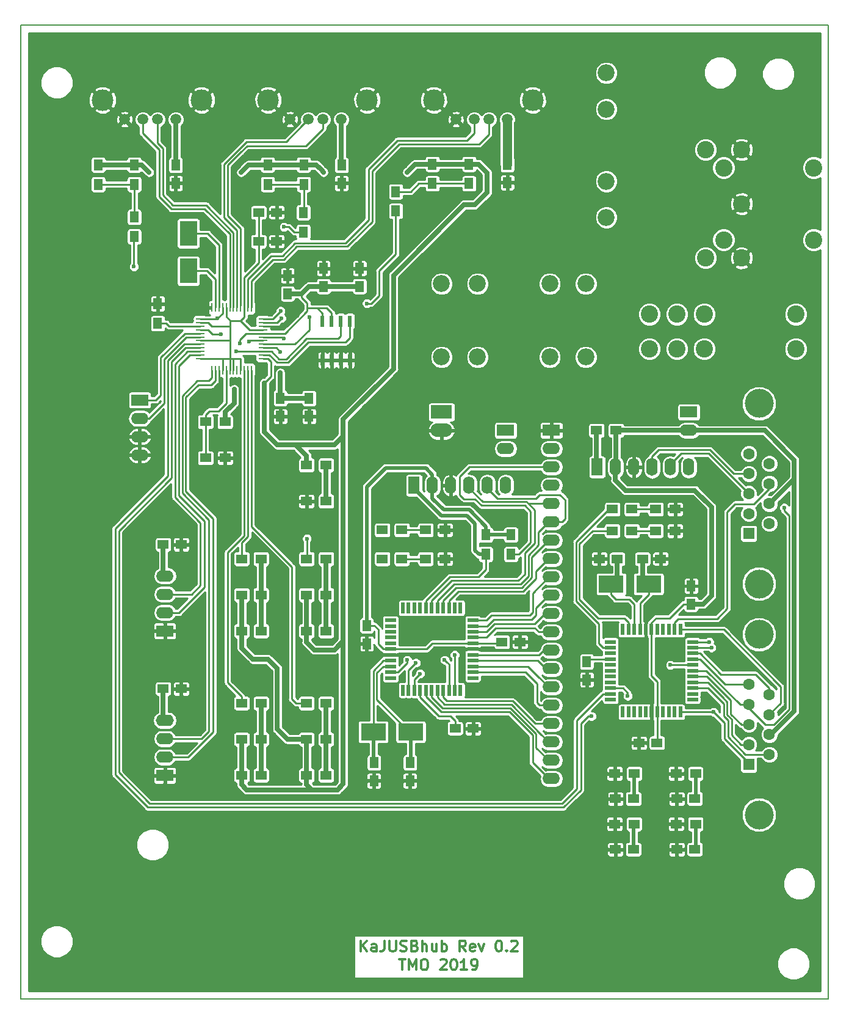
<source format=gbr>
%TF.GenerationSoftware,KiCad,Pcbnew,(5.0.1-3-g963ef8bb5)*%
%TF.CreationDate,2019-05-12T17:35:21+02:00*%
%TF.ProjectId,KaJUSBhub,4B614A5553426875622E6B696361645F,0.2*%
%TF.SameCoordinates,Original*%
%TF.FileFunction,Copper,L1,Top,Signal*%
%TF.FilePolarity,Positive*%
%FSLAX46Y46*%
G04 Gerber Fmt 4.6, Leading zero omitted, Abs format (unit mm)*
G04 Created by KiCad (PCBNEW (5.0.1-3-g963ef8bb5)) date Sonntag, 12. Mai 2019 um 17:35:21*
%MOMM*%
%LPD*%
G01*
G04 APERTURE LIST*
%ADD10C,0.150000*%
%ADD11C,0.300000*%
%ADD12O,1.600000X2.400000*%
%ADD13R,1.600000X2.400000*%
%ADD14O,2.500000X1.600000*%
%ADD15O,2.400000X1.600000*%
%ADD16R,2.400000X1.600000*%
%ADD17C,4.000000*%
%ADD18C,1.600000*%
%ADD19R,1.600000X1.600000*%
%ADD20R,1.300000X1.500000*%
%ADD21C,2.400000*%
%ADD22R,1.250000X1.500000*%
%ADD23O,3.000000X1.900000*%
%ADD24R,3.000000X1.900000*%
%ADD25R,1.300000X0.250000*%
%ADD26R,0.250000X1.300000*%
%ADD27R,1.500000X1.250000*%
%ADD28C,2.350000*%
%ADD29R,1.500000X1.300000*%
%ADD30R,0.600000X1.550000*%
%ADD31C,1.500000*%
%ADD32C,3.000000*%
%ADD33R,3.500000X2.400000*%
%ADD34R,2.400000X3.500000*%
%ADD35O,1.600000X2.500000*%
%ADD36R,0.550000X1.500000*%
%ADD37R,1.500000X0.550000*%
%ADD38C,0.600000*%
%ADD39C,0.250000*%
%ADD40C,0.508000*%
%ADD41C,0.635000*%
%ADD42C,0.254000*%
%ADD43C,1.270000*%
G04 APERTURE END LIST*
D10*
X108000000Y-155000000D02*
X108000000Y-20000000D01*
X220000000Y-155000000D02*
X108000000Y-155000000D01*
D11*
X155178571Y-148403571D02*
X155178571Y-146903571D01*
X156035714Y-148403571D02*
X155392857Y-147546428D01*
X156035714Y-146903571D02*
X155178571Y-147760714D01*
X157321428Y-148403571D02*
X157321428Y-147617857D01*
X157250000Y-147475000D01*
X157107142Y-147403571D01*
X156821428Y-147403571D01*
X156678571Y-147475000D01*
X157321428Y-148332142D02*
X157178571Y-148403571D01*
X156821428Y-148403571D01*
X156678571Y-148332142D01*
X156607142Y-148189285D01*
X156607142Y-148046428D01*
X156678571Y-147903571D01*
X156821428Y-147832142D01*
X157178571Y-147832142D01*
X157321428Y-147760714D01*
X158464285Y-146903571D02*
X158464285Y-147975000D01*
X158392857Y-148189285D01*
X158250000Y-148332142D01*
X158035714Y-148403571D01*
X157892857Y-148403571D01*
X159178571Y-146903571D02*
X159178571Y-148117857D01*
X159250000Y-148260714D01*
X159321428Y-148332142D01*
X159464285Y-148403571D01*
X159750000Y-148403571D01*
X159892857Y-148332142D01*
X159964285Y-148260714D01*
X160035714Y-148117857D01*
X160035714Y-146903571D01*
X160678571Y-148332142D02*
X160892857Y-148403571D01*
X161250000Y-148403571D01*
X161392857Y-148332142D01*
X161464285Y-148260714D01*
X161535714Y-148117857D01*
X161535714Y-147975000D01*
X161464285Y-147832142D01*
X161392857Y-147760714D01*
X161250000Y-147689285D01*
X160964285Y-147617857D01*
X160821428Y-147546428D01*
X160750000Y-147475000D01*
X160678571Y-147332142D01*
X160678571Y-147189285D01*
X160750000Y-147046428D01*
X160821428Y-146975000D01*
X160964285Y-146903571D01*
X161321428Y-146903571D01*
X161535714Y-146975000D01*
X162678571Y-147617857D02*
X162892857Y-147689285D01*
X162964285Y-147760714D01*
X163035714Y-147903571D01*
X163035714Y-148117857D01*
X162964285Y-148260714D01*
X162892857Y-148332142D01*
X162750000Y-148403571D01*
X162178571Y-148403571D01*
X162178571Y-146903571D01*
X162678571Y-146903571D01*
X162821428Y-146975000D01*
X162892857Y-147046428D01*
X162964285Y-147189285D01*
X162964285Y-147332142D01*
X162892857Y-147475000D01*
X162821428Y-147546428D01*
X162678571Y-147617857D01*
X162178571Y-147617857D01*
X163678571Y-148403571D02*
X163678571Y-146903571D01*
X164321428Y-148403571D02*
X164321428Y-147617857D01*
X164250000Y-147475000D01*
X164107142Y-147403571D01*
X163892857Y-147403571D01*
X163750000Y-147475000D01*
X163678571Y-147546428D01*
X165678571Y-147403571D02*
X165678571Y-148403571D01*
X165035714Y-147403571D02*
X165035714Y-148189285D01*
X165107142Y-148332142D01*
X165250000Y-148403571D01*
X165464285Y-148403571D01*
X165607142Y-148332142D01*
X165678571Y-148260714D01*
X166392857Y-148403571D02*
X166392857Y-146903571D01*
X166392857Y-147475000D02*
X166535714Y-147403571D01*
X166821428Y-147403571D01*
X166964285Y-147475000D01*
X167035714Y-147546428D01*
X167107142Y-147689285D01*
X167107142Y-148117857D01*
X167035714Y-148260714D01*
X166964285Y-148332142D01*
X166821428Y-148403571D01*
X166535714Y-148403571D01*
X166392857Y-148332142D01*
X169750000Y-148403571D02*
X169250000Y-147689285D01*
X168892857Y-148403571D02*
X168892857Y-146903571D01*
X169464285Y-146903571D01*
X169607142Y-146975000D01*
X169678571Y-147046428D01*
X169750000Y-147189285D01*
X169750000Y-147403571D01*
X169678571Y-147546428D01*
X169607142Y-147617857D01*
X169464285Y-147689285D01*
X168892857Y-147689285D01*
X170964285Y-148332142D02*
X170821428Y-148403571D01*
X170535714Y-148403571D01*
X170392857Y-148332142D01*
X170321428Y-148189285D01*
X170321428Y-147617857D01*
X170392857Y-147475000D01*
X170535714Y-147403571D01*
X170821428Y-147403571D01*
X170964285Y-147475000D01*
X171035714Y-147617857D01*
X171035714Y-147760714D01*
X170321428Y-147903571D01*
X171535714Y-147403571D02*
X171892857Y-148403571D01*
X172250000Y-147403571D01*
X174250000Y-146903571D02*
X174392857Y-146903571D01*
X174535714Y-146975000D01*
X174607142Y-147046428D01*
X174678571Y-147189285D01*
X174750000Y-147475000D01*
X174750000Y-147832142D01*
X174678571Y-148117857D01*
X174607142Y-148260714D01*
X174535714Y-148332142D01*
X174392857Y-148403571D01*
X174250000Y-148403571D01*
X174107142Y-148332142D01*
X174035714Y-148260714D01*
X173964285Y-148117857D01*
X173892857Y-147832142D01*
X173892857Y-147475000D01*
X173964285Y-147189285D01*
X174035714Y-147046428D01*
X174107142Y-146975000D01*
X174250000Y-146903571D01*
X175392857Y-148260714D02*
X175464285Y-148332142D01*
X175392857Y-148403571D01*
X175321428Y-148332142D01*
X175392857Y-148260714D01*
X175392857Y-148403571D01*
X176035714Y-147046428D02*
X176107142Y-146975000D01*
X176250000Y-146903571D01*
X176607142Y-146903571D01*
X176750000Y-146975000D01*
X176821428Y-147046428D01*
X176892857Y-147189285D01*
X176892857Y-147332142D01*
X176821428Y-147546428D01*
X175964285Y-148403571D01*
X176892857Y-148403571D01*
X160500000Y-149453571D02*
X161357142Y-149453571D01*
X160928571Y-150953571D02*
X160928571Y-149453571D01*
X161857142Y-150953571D02*
X161857142Y-149453571D01*
X162357142Y-150525000D01*
X162857142Y-149453571D01*
X162857142Y-150953571D01*
X163857142Y-149453571D02*
X164142857Y-149453571D01*
X164285714Y-149525000D01*
X164428571Y-149667857D01*
X164500000Y-149953571D01*
X164500000Y-150453571D01*
X164428571Y-150739285D01*
X164285714Y-150882142D01*
X164142857Y-150953571D01*
X163857142Y-150953571D01*
X163714285Y-150882142D01*
X163571428Y-150739285D01*
X163500000Y-150453571D01*
X163500000Y-149953571D01*
X163571428Y-149667857D01*
X163714285Y-149525000D01*
X163857142Y-149453571D01*
X166214285Y-149596428D02*
X166285714Y-149525000D01*
X166428571Y-149453571D01*
X166785714Y-149453571D01*
X166928571Y-149525000D01*
X167000000Y-149596428D01*
X167071428Y-149739285D01*
X167071428Y-149882142D01*
X167000000Y-150096428D01*
X166142857Y-150953571D01*
X167071428Y-150953571D01*
X168000000Y-149453571D02*
X168142857Y-149453571D01*
X168285714Y-149525000D01*
X168357142Y-149596428D01*
X168428571Y-149739285D01*
X168500000Y-150025000D01*
X168500000Y-150382142D01*
X168428571Y-150667857D01*
X168357142Y-150810714D01*
X168285714Y-150882142D01*
X168142857Y-150953571D01*
X168000000Y-150953571D01*
X167857142Y-150882142D01*
X167785714Y-150810714D01*
X167714285Y-150667857D01*
X167642857Y-150382142D01*
X167642857Y-150025000D01*
X167714285Y-149739285D01*
X167785714Y-149596428D01*
X167857142Y-149525000D01*
X168000000Y-149453571D01*
X169928571Y-150953571D02*
X169071428Y-150953571D01*
X169500000Y-150953571D02*
X169500000Y-149453571D01*
X169357142Y-149667857D01*
X169214285Y-149810714D01*
X169071428Y-149882142D01*
X170642857Y-150953571D02*
X170928571Y-150953571D01*
X171071428Y-150882142D01*
X171142857Y-150810714D01*
X171285714Y-150596428D01*
X171357142Y-150310714D01*
X171357142Y-149739285D01*
X171285714Y-149596428D01*
X171214285Y-149525000D01*
X171071428Y-149453571D01*
X170785714Y-149453571D01*
X170642857Y-149525000D01*
X170571428Y-149596428D01*
X170500000Y-149739285D01*
X170500000Y-150096428D01*
X170571428Y-150239285D01*
X170642857Y-150310714D01*
X170785714Y-150382142D01*
X171071428Y-150382142D01*
X171214285Y-150310714D01*
X171285714Y-150239285D01*
X171357142Y-150096428D01*
D10*
X108000000Y-20000000D02*
X220000000Y-20000000D01*
X220000000Y-20000000D02*
X220000000Y-155000000D01*
D12*
X175260000Y-83820000D03*
X172720000Y-83820000D03*
X170180000Y-83820000D03*
X167640000Y-83820000D03*
X165100000Y-83820000D03*
D13*
X162560000Y-83820000D03*
D14*
X128000000Y-116380000D03*
D15*
X128000000Y-118920000D03*
X128000000Y-121460000D03*
D16*
X128000000Y-124000000D03*
D17*
X210420000Y-72460000D03*
X210420000Y-97460000D03*
D18*
X211840000Y-80805000D03*
X211840000Y-83575000D03*
X211840000Y-86345000D03*
X211840000Y-89115000D03*
X209000000Y-79420000D03*
X209000000Y-82190000D03*
X209000000Y-84960000D03*
X209000000Y-87730000D03*
D19*
X209000000Y-90500000D03*
D20*
X176000000Y-90650000D03*
X176000000Y-93350000D03*
D21*
X199000000Y-60100000D03*
X195200000Y-60100000D03*
X202800000Y-60100000D03*
X195200000Y-64900000D03*
X199000000Y-64900000D03*
X202800000Y-64900000D03*
X215500000Y-60100000D03*
X215500000Y-64900000D03*
X217994900Y-49799340D03*
X217994900Y-39796820D03*
X205498100Y-49794260D03*
X208000000Y-37300000D03*
X207997460Y-44798080D03*
X205498100Y-39801900D03*
X207997200Y-52298080D03*
X203000000Y-52296160D03*
X203000000Y-37300000D03*
D22*
X156000000Y-105750000D03*
X156000000Y-103250000D03*
D23*
X166370000Y-76200000D03*
D24*
X166370000Y-73660000D03*
D16*
X181610000Y-76200000D03*
D15*
X181610000Y-78740000D03*
X181610000Y-81280000D03*
X181610000Y-83820000D03*
X181610000Y-86360000D03*
X181610000Y-88900000D03*
X181610000Y-91440000D03*
X181610000Y-93980000D03*
X181610000Y-96520000D03*
X181610000Y-99060000D03*
X181610000Y-101600000D03*
X181610000Y-104140000D03*
X181610000Y-106680000D03*
X181610000Y-109220000D03*
X181610000Y-111760000D03*
X181610000Y-114300000D03*
X181610000Y-116840000D03*
X181610000Y-119380000D03*
X181610000Y-121920000D03*
X181610000Y-124460000D03*
D19*
X209000000Y-122500000D03*
D18*
X209000000Y-119730000D03*
X209000000Y-116960000D03*
X209000000Y-114190000D03*
X209000000Y-111420000D03*
X211840000Y-121115000D03*
X211840000Y-118345000D03*
X211840000Y-115575000D03*
X211840000Y-112805000D03*
D17*
X210420000Y-129460000D03*
X210420000Y-104460000D03*
D25*
X141600000Y-66250000D03*
X141600000Y-65750000D03*
X141600000Y-65250000D03*
X141600000Y-64750000D03*
X141600000Y-64250000D03*
X141600000Y-63750000D03*
X141600000Y-63250000D03*
X141600000Y-62750000D03*
X141600000Y-62250000D03*
X141600000Y-61750000D03*
X141600000Y-61250000D03*
X141600000Y-60750000D03*
D26*
X140000000Y-59150000D03*
X139500000Y-59150000D03*
X139000000Y-59150000D03*
X138500000Y-59150000D03*
X138000000Y-59150000D03*
X137500000Y-59150000D03*
X137000000Y-59150000D03*
X136500000Y-59150000D03*
X136000000Y-59150000D03*
X135500000Y-59150000D03*
X135000000Y-59150000D03*
X134500000Y-59150000D03*
D25*
X132900000Y-60750000D03*
X132900000Y-61250000D03*
X132900000Y-61750000D03*
X132900000Y-62250000D03*
X132900000Y-62750000D03*
X132900000Y-63250000D03*
X132900000Y-63750000D03*
X132900000Y-64250000D03*
X132900000Y-64750000D03*
X132900000Y-65250000D03*
X132900000Y-65750000D03*
X132900000Y-66250000D03*
D26*
X134500000Y-67850000D03*
X135000000Y-67850000D03*
X135500000Y-67850000D03*
X136000000Y-67850000D03*
X136500000Y-67850000D03*
X137000000Y-67850000D03*
X137500000Y-67850000D03*
X138000000Y-67850000D03*
X138500000Y-67850000D03*
X139000000Y-67850000D03*
X139500000Y-67850000D03*
X140000000Y-67850000D03*
D27*
X201500000Y-127250000D03*
X199000000Y-127250000D03*
X201500000Y-134250000D03*
X199000000Y-134250000D03*
D22*
X162000000Y-122250000D03*
X162000000Y-124750000D03*
X157000000Y-122250000D03*
X157000000Y-124750000D03*
D27*
X192990000Y-134250000D03*
X190490000Y-134250000D03*
X193000000Y-127250000D03*
X190500000Y-127250000D03*
X177250000Y-105500000D03*
X174750000Y-105500000D03*
X170750000Y-117500000D03*
X168250000Y-117500000D03*
D22*
X155000000Y-56250000D03*
X155000000Y-53750000D03*
X150000000Y-56250000D03*
X150000000Y-53750000D03*
X145000000Y-57250000D03*
X145000000Y-54750000D03*
D27*
X143500000Y-46000000D03*
X141000000Y-46000000D03*
X143500000Y-50000000D03*
X141000000Y-50000000D03*
D22*
X148000000Y-74250000D03*
X148000000Y-71750000D03*
X144000000Y-74250000D03*
X144000000Y-71750000D03*
X129500000Y-39450000D03*
X129500000Y-41950000D03*
X152500000Y-39450000D03*
X152500000Y-41950000D03*
X175500000Y-39350000D03*
X175500000Y-41850000D03*
D27*
X127750000Y-92000000D03*
X130250000Y-92000000D03*
X127750000Y-112000000D03*
X130250000Y-112000000D03*
D28*
X181370000Y-55880000D03*
X186370000Y-55880000D03*
X171370000Y-55880000D03*
X166370000Y-55880000D03*
X189230000Y-41670000D03*
X189230000Y-46670000D03*
X189230000Y-31670000D03*
X189230000Y-26670000D03*
D20*
X118750000Y-42100000D03*
X118750000Y-39400000D03*
X123750000Y-39400000D03*
X123750000Y-42100000D03*
X142250000Y-42100000D03*
X142250000Y-39400000D03*
X147250000Y-39400000D03*
X147250000Y-42100000D03*
X165100000Y-41990000D03*
X165100000Y-39290000D03*
X170180000Y-39290000D03*
X170180000Y-41990000D03*
D29*
X150350000Y-99000000D03*
X147650000Y-99000000D03*
X147650000Y-104000000D03*
X150350000Y-104000000D03*
X150350000Y-119000000D03*
X147650000Y-119000000D03*
X147650000Y-124000000D03*
X150350000Y-124000000D03*
X141350000Y-99000000D03*
X138650000Y-99000000D03*
X138650000Y-104000000D03*
X141350000Y-104000000D03*
X141350000Y-119000000D03*
X138650000Y-119000000D03*
X138650000Y-124000000D03*
X141350000Y-124000000D03*
X147650000Y-86000000D03*
X150350000Y-86000000D03*
D16*
X124500000Y-72000000D03*
D15*
X124500000Y-74540000D03*
X124500000Y-77080000D03*
X124500000Y-79620000D03*
D29*
X198900000Y-123750000D03*
X201600000Y-123750000D03*
X198900000Y-130750000D03*
X201600000Y-130750000D03*
X190390000Y-130750000D03*
X193090000Y-130750000D03*
X190400000Y-123750000D03*
X193100000Y-123750000D03*
D20*
X172500000Y-90650000D03*
X172500000Y-93350000D03*
D29*
X160850000Y-90000000D03*
X158150000Y-90000000D03*
X160850000Y-94000000D03*
X158150000Y-94000000D03*
X150350000Y-81000000D03*
X147650000Y-81000000D03*
D20*
X123750000Y-49350000D03*
X123750000Y-46650000D03*
X147200000Y-48700000D03*
X147200000Y-46000000D03*
X160020000Y-45800000D03*
X160020000Y-43100000D03*
D29*
X147650000Y-94000000D03*
X150350000Y-94000000D03*
X147650000Y-114000000D03*
X150350000Y-114000000D03*
X138650000Y-94000000D03*
X141350000Y-94000000D03*
X138650000Y-114000000D03*
X141350000Y-114000000D03*
X133650000Y-75000000D03*
X136350000Y-75000000D03*
X136350000Y-80000000D03*
X133650000Y-80000000D03*
D20*
X127000000Y-61350000D03*
X127000000Y-58650000D03*
D30*
X149845000Y-66450000D03*
X151115000Y-66450000D03*
X152385000Y-66450000D03*
X153655000Y-66450000D03*
X153655000Y-61050000D03*
X152385000Y-61050000D03*
X151115000Y-61050000D03*
X149845000Y-61050000D03*
D31*
X122390000Y-33100000D03*
X124930000Y-33100000D03*
X126960000Y-33100000D03*
X129500000Y-33100000D03*
D32*
X119340000Y-30430000D03*
X133060000Y-30430000D03*
D31*
X145350000Y-33100000D03*
X147890000Y-33100000D03*
X149920000Y-33100000D03*
X152460000Y-33100000D03*
D32*
X142300000Y-30430000D03*
X156020000Y-30430000D03*
D31*
X168350000Y-33100000D03*
X170890000Y-33100000D03*
X172920000Y-33100000D03*
X175460000Y-33100000D03*
D32*
X165300000Y-30430000D03*
X179020000Y-30430000D03*
D33*
X162100000Y-118000000D03*
X156900000Y-118000000D03*
D34*
X131250000Y-48900000D03*
X131250000Y-54100000D03*
D27*
X188250000Y-94000000D03*
X190750000Y-94000000D03*
D28*
X166370000Y-66040000D03*
X171370000Y-66040000D03*
X186370000Y-66040000D03*
X181370000Y-66040000D03*
D27*
X194250000Y-94000000D03*
X196750000Y-94000000D03*
X196250000Y-119500000D03*
X193750000Y-119500000D03*
D22*
X201000000Y-100250000D03*
X201000000Y-97750000D03*
X186500000Y-110750000D03*
X186500000Y-108250000D03*
D29*
X166850000Y-90000000D03*
X164150000Y-90000000D03*
X164150000Y-94000000D03*
X166850000Y-94000000D03*
X198767739Y-90117930D03*
X196067739Y-90117930D03*
X196067739Y-87117930D03*
X198767739Y-87117930D03*
D15*
X175260000Y-78740000D03*
D16*
X175260000Y-76200000D03*
D12*
X200660000Y-81280000D03*
X198120000Y-81280000D03*
D35*
X195580000Y-81280000D03*
D12*
X193040000Y-81280000D03*
X190500000Y-81280000D03*
D13*
X187960000Y-81280000D03*
D16*
X200660000Y-73660000D03*
D15*
X200660000Y-76200000D03*
D29*
X187880000Y-76200000D03*
X190580000Y-76200000D03*
X190067739Y-90117930D03*
X192767739Y-90117930D03*
X192767739Y-87117930D03*
X190067739Y-87117930D03*
D36*
X169000000Y-112200000D03*
X168200000Y-112200000D03*
X167400000Y-112200000D03*
X166600000Y-112200000D03*
X165800000Y-112200000D03*
X165000000Y-112200000D03*
X164200000Y-112200000D03*
X163400000Y-112200000D03*
X162600000Y-112200000D03*
X161800000Y-112200000D03*
X161000000Y-112200000D03*
D37*
X159300000Y-110500000D03*
X159300000Y-109700000D03*
X159300000Y-108900000D03*
X159300000Y-108100000D03*
X159300000Y-107300000D03*
X159300000Y-106500000D03*
X159300000Y-105700000D03*
X159300000Y-104900000D03*
X159300000Y-104100000D03*
X159300000Y-103300000D03*
X159300000Y-102500000D03*
D36*
X161000000Y-100800000D03*
X161800000Y-100800000D03*
X162600000Y-100800000D03*
X163400000Y-100800000D03*
X164200000Y-100800000D03*
X165000000Y-100800000D03*
X165800000Y-100800000D03*
X166600000Y-100800000D03*
X167400000Y-100800000D03*
X168200000Y-100800000D03*
X169000000Y-100800000D03*
D37*
X170700000Y-102500000D03*
X170700000Y-103300000D03*
X170700000Y-104100000D03*
X170700000Y-104900000D03*
X170700000Y-105700000D03*
X170700000Y-106500000D03*
X170700000Y-107300000D03*
X170700000Y-108100000D03*
X170700000Y-108900000D03*
X170700000Y-109700000D03*
X170700000Y-110500000D03*
D36*
X191500000Y-115200000D03*
X192300000Y-115200000D03*
X193100000Y-115200000D03*
X193900000Y-115200000D03*
X194700000Y-115200000D03*
X195500000Y-115200000D03*
X196300000Y-115200000D03*
X197100000Y-115200000D03*
X197900000Y-115200000D03*
X198700000Y-115200000D03*
X199500000Y-115200000D03*
D37*
X201200000Y-113500000D03*
X201200000Y-112700000D03*
X201200000Y-111900000D03*
X201200000Y-111100000D03*
X201200000Y-110300000D03*
X201200000Y-109500000D03*
X201200000Y-108700000D03*
X201200000Y-107900000D03*
X201200000Y-107100000D03*
X201200000Y-106300000D03*
X201200000Y-105500000D03*
D36*
X199500000Y-103800000D03*
X198700000Y-103800000D03*
X197900000Y-103800000D03*
X197100000Y-103800000D03*
X196300000Y-103800000D03*
X195500000Y-103800000D03*
X194700000Y-103800000D03*
X193900000Y-103800000D03*
X193100000Y-103800000D03*
X192300000Y-103800000D03*
X191500000Y-103800000D03*
D37*
X189800000Y-105500000D03*
X189800000Y-106300000D03*
X189800000Y-107100000D03*
X189800000Y-107900000D03*
X189800000Y-108700000D03*
X189800000Y-109500000D03*
X189800000Y-110300000D03*
X189800000Y-111100000D03*
X189800000Y-111900000D03*
X189800000Y-112700000D03*
X189800000Y-113500000D03*
D16*
X128000000Y-104000000D03*
D15*
X128000000Y-101460000D03*
X128000000Y-98920000D03*
X128000000Y-96380000D03*
D33*
X195100000Y-97500000D03*
X189900000Y-97500000D03*
D38*
X201600000Y-123800000D03*
X164000000Y-46000000D03*
X144000000Y-122000000D03*
X144000000Y-101000000D03*
X149000000Y-110000000D03*
X140000000Y-110000000D03*
X141500000Y-68000000D03*
X146500000Y-59000000D03*
X157000000Y-50500000D03*
X113000000Y-37000000D03*
X121000000Y-60000000D03*
X112000000Y-77000000D03*
X112000000Y-119000000D03*
X138000000Y-135000000D03*
X157000000Y-135000000D03*
X197000000Y-42000000D03*
X178000000Y-46000000D03*
X205000000Y-56000000D03*
X203000000Y-69000000D03*
X143000000Y-84000000D03*
X208000000Y-94000000D03*
X169500000Y-92000000D03*
X174000000Y-88000000D03*
X180000000Y-135000000D03*
X200000000Y-140000000D03*
X165000000Y-108000000D03*
X173500000Y-100000000D03*
X175500000Y-112000000D03*
X175000000Y-120000000D03*
X155000000Y-110000000D03*
X158500000Y-84000000D03*
X165000000Y-104000000D03*
X198000000Y-106500000D03*
X193500000Y-111000000D03*
X206000000Y-107500000D03*
X201000000Y-94000000D03*
X204000000Y-83000000D03*
X187000000Y-85000000D03*
X185000000Y-78000000D03*
X185500000Y-103500000D03*
X201000000Y-120000000D03*
X187000000Y-119500000D03*
X201600000Y-130750000D03*
X193040000Y-130800000D03*
X203800000Y-106300000D03*
X193100000Y-123750000D03*
X203500000Y-105500000D03*
X144000002Y-68200000D03*
X135300000Y-60700000D03*
X135800000Y-62900000D03*
X139700002Y-63900002D03*
X176000000Y-93350000D03*
X163400000Y-109900000D03*
X125800000Y-40400000D03*
X138600000Y-40400000D03*
X149999998Y-40400000D03*
X161600000Y-40400002D03*
X158150000Y-90000000D03*
X161600000Y-108000000D03*
X158200000Y-94000000D03*
X162800014Y-108400000D03*
X137900000Y-65250000D03*
X123699995Y-53500002D03*
X144000000Y-65300000D03*
X144500000Y-48000000D03*
X148050000Y-60500000D03*
X156000000Y-58600006D03*
X144500000Y-63500000D03*
X147700000Y-91200000D03*
X187200000Y-115800000D03*
X192200000Y-113000000D03*
X137600000Y-70499998D03*
X138399998Y-64100000D03*
X204100000Y-115200000D03*
X213900000Y-86900000D03*
X198100000Y-108700006D03*
X144050000Y-59650000D03*
X168200000Y-107300000D03*
X144150000Y-60650000D03*
X166800000Y-108000000D03*
D39*
X201600000Y-127150000D02*
X201500000Y-127250000D01*
D40*
X201600000Y-123750000D02*
X201600000Y-123800000D01*
X201600000Y-123800000D02*
X201600000Y-127150000D01*
D39*
X205720000Y-111420000D02*
X207700000Y-111420000D01*
X201200000Y-107900000D02*
X202200000Y-107900000D01*
X202200000Y-107900000D02*
X205720000Y-111420000D01*
X207700000Y-111420000D02*
X207580000Y-111420000D01*
X209000000Y-111420000D02*
X207700000Y-111420000D01*
X135500000Y-67850000D02*
X135500000Y-70400000D01*
X144950000Y-61750000D02*
X146500000Y-60200000D01*
X146500000Y-60200000D02*
X146500000Y-59000000D01*
X141600000Y-61750000D02*
X144950000Y-61750000D01*
X201600000Y-134150000D02*
X201500000Y-134250000D01*
D40*
X201600000Y-130750000D02*
X201600000Y-130750000D01*
D39*
X211800000Y-111900000D02*
X209900000Y-110000000D01*
X211800000Y-112765000D02*
X211800000Y-111900000D01*
X211840000Y-112805000D02*
X211800000Y-112765000D01*
D40*
X201600000Y-130750000D02*
X201600000Y-134150000D01*
D39*
X201200000Y-107100000D02*
X202200000Y-107100000D01*
X205100000Y-110000000D02*
X208600000Y-110000000D01*
X202200000Y-107100000D02*
X205100000Y-110000000D01*
X208600000Y-110000000D02*
X208300000Y-110000000D01*
X209900000Y-110000000D02*
X208600000Y-110000000D01*
D40*
X162100000Y-122150000D02*
X162000000Y-122250000D01*
X162100000Y-118000000D02*
X162100000Y-122150000D01*
D39*
X162600000Y-117500000D02*
X162100000Y-118000000D01*
X161900000Y-118000000D02*
X162100000Y-118000000D01*
X157400000Y-113500000D02*
X161900000Y-118000000D01*
X158300000Y-108900000D02*
X157400000Y-109800000D01*
X157400000Y-109800000D02*
X157400000Y-113500000D01*
X159300000Y-108900000D02*
X158300000Y-108900000D01*
D40*
X156900000Y-122150000D02*
X157000000Y-122250000D01*
X156900000Y-118000000D02*
X156900000Y-122150000D01*
D39*
X156900000Y-116550000D02*
X156900000Y-118000000D01*
X156900000Y-109500000D02*
X156900000Y-116550000D01*
X158300000Y-108100000D02*
X156900000Y-109500000D01*
X159300000Y-108100000D02*
X158300000Y-108100000D01*
X192990000Y-130850000D02*
X193040000Y-130800000D01*
D40*
X192990000Y-134250000D02*
X192990000Y-131100000D01*
D39*
X193140000Y-130800000D02*
X193090000Y-130750000D01*
X193040000Y-130800000D02*
X193090000Y-130750000D01*
X201200000Y-106300000D02*
X203800000Y-106300000D01*
X193100000Y-127150000D02*
X193000000Y-127250000D01*
D40*
X193100000Y-123750000D02*
X193100000Y-123750000D01*
D39*
X193150000Y-123700000D02*
X193100000Y-123750000D01*
D40*
X193100000Y-123750000D02*
X193100000Y-127150000D01*
D39*
X201200000Y-105500000D02*
X203500000Y-105500000D01*
X166000000Y-115800000D02*
X167600000Y-115800000D01*
X168250000Y-116450000D02*
X168250000Y-117500000D01*
X163400000Y-113200000D02*
X166000000Y-115800000D01*
X167600000Y-115800000D02*
X168250000Y-116450000D01*
X163400000Y-112200000D02*
X163400000Y-113200000D01*
X132900000Y-61250000D02*
X134000000Y-61250000D01*
X134500000Y-61750000D02*
X137000000Y-61750000D01*
X134000000Y-61250000D02*
X134500000Y-61750000D01*
X141600000Y-62250000D02*
X139750000Y-62250000D01*
X139750000Y-62250000D02*
X138500000Y-61000000D01*
X137000000Y-63750000D02*
X137000000Y-61750000D01*
X137000000Y-61750000D02*
X137000000Y-61049998D01*
X137000000Y-61049998D02*
X137049998Y-61000000D01*
X137000000Y-66250000D02*
X137000000Y-63750000D01*
X137000000Y-63750000D02*
X132900000Y-63750000D01*
X137000000Y-67850000D02*
X137000000Y-66250000D01*
X137500000Y-67850000D02*
X137500000Y-66250000D01*
X136000000Y-66250000D02*
X137000000Y-66250000D01*
X137000000Y-66250000D02*
X137500000Y-66250000D01*
X137500000Y-66250000D02*
X138500000Y-66250000D01*
X136500000Y-59150000D02*
X136500000Y-60450002D01*
X136500000Y-60450002D02*
X137049998Y-61000000D01*
X137049998Y-61000000D02*
X138500000Y-61000000D01*
X132900000Y-66250000D02*
X136000000Y-66250000D01*
X138500000Y-67850000D02*
X138500000Y-66250000D01*
X139000000Y-60500000D02*
X138500000Y-61000000D01*
X139000000Y-60500000D02*
X139000000Y-59150000D01*
X136000000Y-67850000D02*
X136000000Y-66250000D01*
X141000000Y-46000000D02*
X141000000Y-50000000D01*
X141000000Y-53000000D02*
X141000000Y-50000000D01*
X139000000Y-55000000D02*
X141000000Y-53000000D01*
X139000000Y-59150000D02*
X139000000Y-55000000D01*
X144000000Y-71750000D02*
X144875000Y-71750000D01*
D41*
X144000000Y-71750000D02*
X148000000Y-71750000D01*
X144000002Y-71749998D02*
X144000000Y-71750000D01*
X144000002Y-68200000D02*
X144000002Y-71749998D01*
D39*
X136000000Y-60000000D02*
X135300000Y-60700000D01*
X136000000Y-59150000D02*
X136000000Y-60000000D01*
X135250000Y-60750000D02*
X135300000Y-60700000D01*
X132900000Y-60750000D02*
X135250000Y-60750000D01*
X133950000Y-62250000D02*
X134600000Y-62900000D01*
X134600000Y-62900000D02*
X135800000Y-62900000D01*
X132900000Y-62250000D02*
X133950000Y-62250000D01*
X139850004Y-63750000D02*
X139700002Y-63900002D01*
X141600000Y-63750000D02*
X139850004Y-63750000D01*
D40*
X171000000Y-89100000D02*
X169900000Y-88000000D01*
X171000000Y-92800000D02*
X171000000Y-89100000D01*
X171550000Y-93350000D02*
X171000000Y-92800000D01*
X172500000Y-93350000D02*
X171550000Y-93350000D01*
X166340000Y-88000000D02*
X168400000Y-88000000D01*
X162560000Y-84220000D02*
X166340000Y-88000000D01*
X162560000Y-83820000D02*
X162560000Y-84220000D01*
X169900000Y-88000000D02*
X168400000Y-88000000D01*
D39*
X171500000Y-96500000D02*
X172500000Y-95500000D01*
X167500000Y-96500000D02*
X171500000Y-96500000D01*
X164200000Y-99800000D02*
X167500000Y-96500000D01*
X172500000Y-95500000D02*
X172500000Y-93000000D01*
X164200000Y-100800000D02*
X164200000Y-99800000D01*
X181610000Y-86360000D02*
X178400000Y-86360000D01*
X178400000Y-86360000D02*
X178140000Y-86100000D01*
X179300000Y-91800000D02*
X179300000Y-87260000D01*
X177900000Y-93200000D02*
X179300000Y-91800000D01*
X179300000Y-87260000D02*
X178400000Y-86360000D01*
X177900000Y-95500000D02*
X177900000Y-93200000D01*
X177900000Y-95700020D02*
X177900000Y-95500000D01*
X178140000Y-86100000D02*
X173000000Y-86100000D01*
X170180000Y-84220000D02*
X170180000Y-83820000D01*
X172060000Y-86100000D02*
X170180000Y-84220000D01*
X173000000Y-86100000D02*
X172060000Y-86100000D01*
X177000000Y-97000000D02*
X177900000Y-96100000D01*
X165000000Y-99800000D02*
X167800000Y-97000000D01*
X177900000Y-96100000D02*
X177900000Y-95500000D01*
X167800000Y-97000000D02*
X177000000Y-97000000D01*
X165000000Y-100800000D02*
X165000000Y-99800000D01*
X180000000Y-85100000D02*
X179500000Y-85600000D01*
X182800000Y-85100000D02*
X180000000Y-85100000D01*
X181610000Y-88900000D02*
X183060000Y-88900000D01*
X183500000Y-88460000D02*
X183500000Y-85800000D01*
X183060000Y-88900000D02*
X183500000Y-88460000D01*
X183500000Y-85800000D02*
X182800000Y-85100000D01*
X174400000Y-85600000D02*
X174100000Y-85600000D01*
X179500000Y-85600000D02*
X174400000Y-85600000D01*
X172720000Y-84220000D02*
X172720000Y-83820000D01*
X174100000Y-85600000D02*
X172720000Y-84220000D01*
X179800000Y-92100000D02*
X179800000Y-90310000D01*
X178400000Y-96400000D02*
X178400000Y-93500000D01*
X179800000Y-90310000D02*
X181210000Y-88900000D01*
X177300000Y-97500000D02*
X178400000Y-96400000D01*
X168100000Y-97500000D02*
X177300000Y-97500000D01*
X181210000Y-88900000D02*
X181610000Y-88900000D01*
X165800000Y-99800000D02*
X168100000Y-97500000D01*
X178400000Y-93500000D02*
X179800000Y-92100000D01*
X165800000Y-100800000D02*
X165800000Y-99800000D01*
X172600000Y-102500000D02*
X170700000Y-102500000D01*
X173300000Y-101800000D02*
X172600000Y-102500000D01*
X178600000Y-101800000D02*
X173300000Y-101800000D01*
X179000000Y-101400000D02*
X178600000Y-101800000D01*
X179000000Y-98730000D02*
X179000000Y-101400000D01*
X181210000Y-96520000D02*
X179000000Y-98730000D01*
X181610000Y-96520000D02*
X181210000Y-96520000D01*
X178900000Y-93750000D02*
X181210000Y-91440000D01*
X178900000Y-96600000D02*
X178900000Y-93750000D01*
X177500000Y-98000000D02*
X178900000Y-96600000D01*
X168400000Y-98000000D02*
X177500000Y-98000000D01*
X181210000Y-91440000D02*
X181610000Y-91440000D01*
X166600000Y-99800000D02*
X168400000Y-98000000D01*
X166600000Y-100800000D02*
X166600000Y-99800000D01*
X179500000Y-95690000D02*
X181210000Y-93980000D01*
X181210000Y-93980000D02*
X181610000Y-93980000D01*
X167400000Y-100800000D02*
X167400000Y-99800000D01*
X179500000Y-96700000D02*
X179500000Y-95690000D01*
X168700000Y-98500000D02*
X177700000Y-98500000D01*
X167400000Y-99800000D02*
X168700000Y-98500000D01*
X177700000Y-98500000D02*
X179500000Y-96700000D01*
X205500000Y-103800000D02*
X199500000Y-103800000D01*
X213400000Y-111700000D02*
X205500000Y-103800000D01*
X213400000Y-113400000D02*
X213400000Y-111700000D01*
X213400000Y-113400000D02*
X213400000Y-113100000D01*
X213400000Y-114000000D02*
X213400000Y-113400000D01*
X211840000Y-115560000D02*
X213400000Y-114000000D01*
X211840000Y-115575000D02*
X211840000Y-115560000D01*
X198700000Y-102800000D02*
X198700000Y-103800000D01*
X206000000Y-100900000D02*
X204600000Y-102300000D01*
X199200000Y-102300000D02*
X198700000Y-102800000D01*
X204600000Y-102300000D02*
X199200000Y-102300000D01*
X211840000Y-83575000D02*
X211840000Y-84260000D01*
X206000000Y-87500000D02*
X206000000Y-100900000D01*
X207100000Y-86400000D02*
X206000000Y-87500000D01*
X209700000Y-86400000D02*
X207100000Y-86400000D01*
X211840000Y-84260000D02*
X209700000Y-86400000D01*
X178700000Y-89800000D02*
X178700000Y-90300000D01*
X177050000Y-93350000D02*
X176000000Y-93350000D01*
X178700000Y-91700000D02*
X177050000Y-93350000D01*
X178700000Y-89800000D02*
X178700000Y-91700000D01*
X177900000Y-86600000D02*
X178700000Y-87400000D01*
X171000000Y-85700000D02*
X171900000Y-86600000D01*
X178700000Y-87400000D02*
X178700000Y-89800000D01*
X169500000Y-85700000D02*
X171000000Y-85700000D01*
X168900000Y-85100000D02*
X169500000Y-85700000D01*
X171900000Y-86600000D02*
X177900000Y-86600000D01*
X168900000Y-82600000D02*
X168900000Y-85100000D01*
X170220000Y-81280000D02*
X168900000Y-82600000D01*
X181610000Y-81280000D02*
X170220000Y-81280000D01*
X176000000Y-93350000D02*
X176000000Y-93350000D01*
X163100001Y-110199999D02*
X163400000Y-109900000D01*
X162600000Y-110700000D02*
X163100001Y-110199999D01*
X162600000Y-112200000D02*
X162600000Y-110700000D01*
X172700000Y-103300000D02*
X170700000Y-103300000D01*
X173600000Y-102400000D02*
X178900000Y-102400000D01*
X173600000Y-102400000D02*
X172700000Y-103300000D01*
X178900000Y-102400000D02*
X179500000Y-101800000D01*
X181210000Y-99060000D02*
X181610000Y-99060000D01*
X179500000Y-100770000D02*
X181210000Y-99060000D01*
X179500000Y-101800000D02*
X179500000Y-100770000D01*
X173736410Y-103000000D02*
X172636410Y-104100000D01*
X171700000Y-104100000D02*
X170700000Y-104100000D01*
X179300000Y-103000000D02*
X173736410Y-103000000D01*
X180700000Y-101600000D02*
X179300000Y-103000000D01*
X172636410Y-104100000D02*
X171700000Y-104100000D01*
X181610000Y-101600000D02*
X180700000Y-101600000D01*
X181210000Y-104140000D02*
X181610000Y-104140000D01*
X172600000Y-104900000D02*
X170700000Y-104900000D01*
X179300000Y-103600000D02*
X173900000Y-103600000D01*
X179840000Y-104140000D02*
X179300000Y-103600000D01*
X173900000Y-103600000D02*
X172600000Y-104900000D01*
X181610000Y-104140000D02*
X179840000Y-104140000D01*
X180520000Y-106680000D02*
X181610000Y-106680000D01*
X179900000Y-107300000D02*
X180520000Y-106680000D01*
X170700000Y-107300000D02*
X179900000Y-107300000D01*
X180820000Y-109220000D02*
X181610000Y-109220000D01*
X179700000Y-108100000D02*
X180820000Y-109220000D01*
X170700000Y-108100000D02*
X179700000Y-108100000D01*
X181210000Y-111760000D02*
X181610000Y-111760000D01*
X179750000Y-110300000D02*
X181210000Y-111760000D01*
X179700000Y-110250000D02*
X179750000Y-110300000D01*
X179716666Y-110300000D02*
X179750000Y-110300000D01*
X178316666Y-108900000D02*
X179716666Y-110300000D01*
X170700000Y-108900000D02*
X178316666Y-108900000D01*
X180160000Y-114300000D02*
X181610000Y-114300000D01*
X179600000Y-113900000D02*
X180000000Y-114300000D01*
X179600000Y-111300000D02*
X179600000Y-113900000D01*
X178000000Y-109700000D02*
X179600000Y-111300000D01*
X180000000Y-114300000D02*
X180160000Y-114300000D01*
X170700000Y-109700000D02*
X178000000Y-109700000D01*
X167100000Y-113700000D02*
X176200000Y-113700000D01*
X176200000Y-113700000D02*
X179340000Y-116840000D01*
X166600000Y-113200000D02*
X167100000Y-113700000D01*
X179340000Y-116840000D02*
X181610000Y-116840000D01*
X166600000Y-112200000D02*
X166600000Y-113200000D01*
X180160000Y-118330000D02*
X181210000Y-119380000D01*
X180160000Y-118296410D02*
X180160000Y-118330000D01*
X181210000Y-119380000D02*
X181610000Y-119380000D01*
X176063590Y-114200000D02*
X180160000Y-118296410D01*
X166800000Y-114200000D02*
X169000000Y-114200000D01*
X165800000Y-112200000D02*
X165800000Y-113200000D01*
X169000000Y-114200000D02*
X176063590Y-114200000D01*
X165800000Y-113200000D02*
X166800000Y-114200000D01*
X168800000Y-114200000D02*
X169000000Y-114200000D01*
X179500000Y-120210000D02*
X181210000Y-121920000D01*
X175927180Y-114700000D02*
X179500000Y-118272820D01*
X179500000Y-118272820D02*
X179500000Y-120210000D01*
X181210000Y-121920000D02*
X181610000Y-121920000D01*
X166500000Y-114700000D02*
X169400000Y-114700000D01*
X165000000Y-113200000D02*
X166500000Y-114700000D01*
X165000000Y-112200000D02*
X165000000Y-113200000D01*
X169400000Y-114700000D02*
X175927180Y-114700000D01*
X168663590Y-114700000D02*
X169400000Y-114700000D01*
X175790770Y-115200000D02*
X179000000Y-118409230D01*
X181210000Y-124460000D02*
X181610000Y-124460000D01*
X179000000Y-118409230D02*
X179000000Y-122250000D01*
X179000000Y-122250000D02*
X181210000Y-124460000D01*
X164200000Y-113036410D02*
X166363590Y-115200000D01*
X164200000Y-112200000D02*
X164200000Y-113036410D01*
X169000000Y-115200000D02*
X175790770Y-115200000D01*
X166363590Y-115200000D02*
X169000000Y-115200000D01*
X168527180Y-115200000D02*
X169000000Y-115200000D01*
X119650000Y-42100000D02*
X123750000Y-42100000D01*
X118750000Y-42100000D02*
X119650000Y-42100000D01*
X123750000Y-42100000D02*
X123750000Y-46650000D01*
D41*
X142250000Y-39400000D02*
X147250000Y-39400000D01*
X165100000Y-39290000D02*
X170180000Y-39290000D01*
D39*
X147250000Y-39850000D02*
X147250000Y-39400000D01*
D41*
X123750000Y-39400000D02*
X124800000Y-39400000D01*
X139600000Y-39400000D02*
X138899999Y-40100001D01*
X142250000Y-39400000D02*
X139600000Y-39400000D01*
X138899999Y-40100001D02*
X138600000Y-40400000D01*
X149699999Y-40100001D02*
X149999998Y-40400000D01*
X147250000Y-39400000D02*
X148999998Y-39400000D01*
X148999998Y-39400000D02*
X149699999Y-40100001D01*
X165100000Y-39290000D02*
X162710002Y-39290000D01*
X162710002Y-39290000D02*
X161899999Y-40100003D01*
X161899999Y-40100003D02*
X161600000Y-40400002D01*
D39*
X142700000Y-66700000D02*
X142700000Y-68700000D01*
X142250000Y-66250000D02*
X142700000Y-66700000D01*
X141600000Y-66250000D02*
X142250000Y-66250000D01*
D41*
X147650000Y-99000000D02*
X147650000Y-104000000D01*
X147650000Y-119000000D02*
X147650000Y-124000000D01*
D39*
X141800000Y-69600000D02*
X141600000Y-69800000D01*
X142700000Y-68700000D02*
X141800000Y-69600000D01*
D41*
X138650000Y-124000000D02*
X138650000Y-119000000D01*
X138650000Y-104000000D02*
X138650000Y-99000000D01*
X147650000Y-125285000D02*
X148365000Y-126000000D01*
X147650000Y-124000000D02*
X147650000Y-125285000D01*
X148365000Y-126000000D02*
X151900000Y-126000000D01*
X151900000Y-126000000D02*
X152700000Y-125200000D01*
X152700000Y-125200000D02*
X152700000Y-105400000D01*
X148700000Y-106600000D02*
X151500000Y-106600000D01*
X147650000Y-105550000D02*
X148700000Y-106600000D01*
X151500000Y-106600000D02*
X152700000Y-105400000D01*
X147650000Y-104000000D02*
X147650000Y-105550000D01*
X141800000Y-76300000D02*
X141800000Y-76400000D01*
X141800000Y-76300000D02*
X141800000Y-69600000D01*
X141800000Y-76400000D02*
X143600000Y-78200000D01*
X151500000Y-78200000D02*
X152700000Y-77000000D01*
X152700000Y-105400000D02*
X152700000Y-77000000D01*
X146135000Y-78200000D02*
X146000000Y-78200000D01*
X147650000Y-79715000D02*
X146135000Y-78200000D01*
X147650000Y-81000000D02*
X147650000Y-79715000D01*
X146000000Y-78200000D02*
X151500000Y-78200000D01*
X143600000Y-78200000D02*
X146000000Y-78200000D01*
X138650000Y-125285000D02*
X138650000Y-124000000D01*
X139365000Y-126000000D02*
X138650000Y-125285000D01*
X148365000Y-126000000D02*
X139365000Y-126000000D01*
X138650000Y-106350000D02*
X138650000Y-104000000D01*
X142300000Y-107900000D02*
X140200000Y-107900000D01*
X143600000Y-109200000D02*
X142300000Y-107900000D01*
X140200000Y-107900000D02*
X138650000Y-106350000D01*
X147650000Y-119000000D02*
X145000000Y-119000000D01*
X145000000Y-119000000D02*
X143600000Y-117600000D01*
X143600000Y-117600000D02*
X143600000Y-109200000D01*
X118750000Y-39400000D02*
X123750000Y-39400000D01*
X124800000Y-39400000D02*
X125800000Y-40400000D01*
X171490000Y-39290000D02*
X170180000Y-39290000D01*
X172700000Y-40500000D02*
X171490000Y-39290000D01*
X172700000Y-43200000D02*
X172700000Y-40500000D01*
X171000000Y-44900000D02*
X172700000Y-43200000D01*
X152700000Y-77000000D02*
X152700000Y-74665000D01*
X169500000Y-44900000D02*
X171000000Y-44900000D01*
X159700000Y-54700000D02*
X169500000Y-44900000D01*
X159700000Y-67665000D02*
X159700000Y-54700000D01*
X152700000Y-74665000D02*
X159700000Y-67665000D01*
D39*
X147250000Y-42100000D02*
X142250000Y-42100000D01*
X147250000Y-45950000D02*
X147200000Y-46000000D01*
X147250000Y-42100000D02*
X147250000Y-45950000D01*
X165100000Y-41990000D02*
X170180000Y-41990000D01*
X165100000Y-41990000D02*
X163210000Y-41990000D01*
X162100000Y-43100000D02*
X160020000Y-43100000D01*
X163210000Y-41990000D02*
X162100000Y-43100000D01*
D41*
X150350000Y-94000000D02*
X150350000Y-99000000D01*
X150350000Y-99000000D02*
X150350000Y-104000000D01*
X150350000Y-114000000D02*
X150350000Y-119000000D01*
X150350000Y-119000000D02*
X150350000Y-124000000D01*
X141350000Y-94000000D02*
X141350000Y-99000000D01*
X141350000Y-99000000D02*
X141350000Y-104000000D01*
X141350000Y-114000000D02*
X141350000Y-119000000D01*
X141350000Y-119000000D02*
X141350000Y-124000000D01*
X150350000Y-81000000D02*
X150350000Y-86000000D01*
D39*
X126700000Y-72000000D02*
X124500000Y-72000000D01*
X127400000Y-71300000D02*
X126700000Y-72000000D01*
X127400000Y-66100000D02*
X127400000Y-71300000D01*
X130750000Y-62750000D02*
X127400000Y-66100000D01*
X132900000Y-62750000D02*
X130750000Y-62750000D01*
X127900000Y-66300000D02*
X127900000Y-72400000D01*
X125760000Y-74540000D02*
X124500000Y-74540000D01*
X127900000Y-72400000D02*
X125760000Y-74540000D01*
X130950000Y-63250000D02*
X127900000Y-66300000D01*
X132900000Y-63250000D02*
X130950000Y-63250000D01*
X160300000Y-109700000D02*
X161600000Y-108400000D01*
X161600000Y-108400000D02*
X161600000Y-108000000D01*
X159300000Y-109700000D02*
X160300000Y-109700000D01*
X161800000Y-109400014D02*
X162500015Y-108699999D01*
X162500015Y-108699999D02*
X162800014Y-108400000D01*
X161800000Y-112200000D02*
X161800000Y-109400014D01*
X141600000Y-65250000D02*
X137900000Y-65250000D01*
D41*
X123699995Y-49400005D02*
X123750000Y-49350000D01*
D39*
X123699995Y-53500002D02*
X123699995Y-49400005D01*
X152000000Y-63500000D02*
X152385000Y-63115000D01*
X147600000Y-63500000D02*
X152000000Y-63500000D01*
X152385000Y-63115000D02*
X152385000Y-61050000D01*
X143836410Y-66300000D02*
X144800000Y-66300000D01*
X141600000Y-65250000D02*
X142786410Y-65250000D01*
X142786410Y-65250000D02*
X143836410Y-66300000D01*
X144800000Y-66300000D02*
X147600000Y-63500000D01*
X143450000Y-64750000D02*
X144000000Y-65300000D01*
X141600000Y-64750000D02*
X143450000Y-64750000D01*
X145900000Y-48700000D02*
X145200000Y-48000000D01*
X145200000Y-48000000D02*
X144500000Y-48000000D01*
X147200000Y-48700000D02*
X145900000Y-48700000D01*
X148050000Y-62250000D02*
X148050000Y-60500000D01*
X146050000Y-64250000D02*
X148050000Y-62250000D01*
X141600000Y-64250000D02*
X146050000Y-64250000D01*
X157700000Y-54100000D02*
X157700000Y-57500000D01*
X160020000Y-51780000D02*
X157700000Y-54100000D01*
X156599994Y-58600006D02*
X156000000Y-58600006D01*
X157700000Y-57500000D02*
X156599994Y-58600006D01*
X160020000Y-45800000D02*
X160020000Y-51780000D01*
X141600000Y-63250000D02*
X144250000Y-63250000D01*
X144250000Y-63250000D02*
X144500000Y-63500000D01*
X147700000Y-93950000D02*
X147650000Y-94000000D01*
X147700000Y-91200000D02*
X147700000Y-93950000D01*
D42*
X140000000Y-67850000D02*
X140000000Y-68400000D01*
X140000000Y-67850000D02*
X140000000Y-73400000D01*
D39*
X146200000Y-114000000D02*
X147650000Y-114000000D01*
X145600000Y-113400000D02*
X146200000Y-114000000D01*
X140000000Y-89500000D02*
X145600000Y-95100000D01*
X145600000Y-95100000D02*
X145600000Y-113400000D01*
X140000000Y-73400000D02*
X140000000Y-89500000D01*
X138650000Y-91750000D02*
X138650000Y-94000000D01*
X139500000Y-90900000D02*
X138650000Y-91750000D01*
X139500000Y-67850000D02*
X139500000Y-90900000D01*
X138650000Y-113100000D02*
X138650000Y-114000000D01*
X136700000Y-111150000D02*
X138650000Y-113100000D01*
X136700000Y-93063590D02*
X136700000Y-111150000D01*
X139000000Y-90763590D02*
X136700000Y-93063590D01*
X139000000Y-67850000D02*
X139000000Y-90763590D01*
X133650000Y-75000000D02*
X133650000Y-80000000D01*
D42*
X136500000Y-70400000D02*
X136500000Y-70600000D01*
X136500000Y-67850000D02*
X136500000Y-70400000D01*
D39*
X136500000Y-72400000D02*
X136500000Y-70400000D01*
X134200000Y-73500000D02*
X135400000Y-73500000D01*
X135400000Y-73500000D02*
X136500000Y-72400000D01*
X133650000Y-74050000D02*
X134200000Y-73500000D01*
X133650000Y-75000000D02*
X133650000Y-74050000D01*
X131800000Y-61750000D02*
X131500000Y-61750000D01*
X132900000Y-61750000D02*
X131800000Y-61750000D01*
X128150000Y-61350000D02*
X128550000Y-61750000D01*
X128550000Y-61750000D02*
X131800000Y-61750000D01*
X127000000Y-61350000D02*
X128150000Y-61350000D01*
X153655000Y-63345000D02*
X153655000Y-61050000D01*
X153000000Y-64000000D02*
X153655000Y-63345000D01*
X147900000Y-64000000D02*
X153000000Y-64000000D01*
X143550000Y-66800000D02*
X145100000Y-66800000D01*
X142500000Y-65750000D02*
X143550000Y-66800000D01*
X145100000Y-66800000D02*
X147900000Y-64000000D01*
X141600000Y-65750000D02*
X142500000Y-65750000D01*
D42*
X160500000Y-36500000D02*
X170000000Y-36500000D01*
D39*
X172920000Y-33100000D02*
X172920000Y-35180000D01*
X172920000Y-35180000D02*
X171600000Y-36500000D01*
X171600000Y-36500000D02*
X170000000Y-36500000D01*
X156750000Y-40250000D02*
X160500000Y-36500000D01*
X156750000Y-47250000D02*
X156750000Y-40250000D01*
X153299990Y-50700010D02*
X153900000Y-50100000D01*
X152900000Y-50700010D02*
X153299990Y-50700010D01*
X152900000Y-50700010D02*
X153186400Y-50700010D01*
X153900000Y-50100000D02*
X156750000Y-47250000D01*
X153400000Y-50600000D02*
X153900000Y-50100000D01*
X146300000Y-50700000D02*
X152899990Y-50700000D01*
X144500000Y-52500000D02*
X146300000Y-50700000D01*
X152899990Y-50700000D02*
X152900000Y-50700010D01*
X143000000Y-52500000D02*
X144500000Y-52500000D01*
X140000000Y-55500000D02*
X143000000Y-52500000D01*
X140000000Y-59150000D02*
X140000000Y-55500000D01*
D42*
X166500000Y-36000000D02*
X168500000Y-36000000D01*
X160250000Y-36000000D02*
X166500000Y-36000000D01*
D39*
X169900000Y-36000000D02*
X168500000Y-36000000D01*
X170890000Y-35010000D02*
X169900000Y-36000000D01*
X170890000Y-33100000D02*
X170890000Y-35010000D01*
X156250000Y-40000000D02*
X160250000Y-36000000D01*
X142750000Y-52000000D02*
X144300000Y-52000000D01*
X153000000Y-50250000D02*
X156250000Y-47000000D01*
X139500000Y-55250000D02*
X142750000Y-52000000D01*
X146050000Y-50250000D02*
X153000000Y-50250000D01*
X156250000Y-47000000D02*
X156250000Y-40000000D01*
X144300000Y-52000000D02*
X146050000Y-50250000D01*
X139500000Y-59150000D02*
X139500000Y-55250000D01*
X138501420Y-37637818D02*
X138500000Y-37636398D01*
D42*
X139389238Y-36750000D02*
X138501420Y-37637818D01*
X146750000Y-36750000D02*
X139389238Y-36750000D01*
D39*
X149920000Y-34380000D02*
X149920000Y-33100000D01*
X147550000Y-36750000D02*
X149920000Y-34380000D01*
X146750000Y-36750000D02*
X147550000Y-36750000D01*
X136700000Y-39439238D02*
X138501420Y-37637818D01*
X136700000Y-46400000D02*
X136700000Y-39439238D01*
X138500000Y-48200000D02*
X136700000Y-46400000D01*
X138500000Y-58913592D02*
X138500000Y-48200000D01*
X147140001Y-33849999D02*
X147890000Y-33100000D01*
X144790000Y-36200000D02*
X147140001Y-33849999D01*
X138000000Y-59150000D02*
X138000000Y-48500000D01*
X136200000Y-39300000D02*
X139300000Y-36200000D01*
X138000000Y-48500000D02*
X136200000Y-46700000D01*
X139300000Y-36200000D02*
X144790000Y-36200000D01*
X136200000Y-46700000D02*
X136200000Y-39300000D01*
D42*
X127699998Y-42900000D02*
X127699998Y-38199998D01*
X127699998Y-43299998D02*
X127699998Y-42900000D01*
D39*
X126960000Y-36360000D02*
X126960000Y-33100000D01*
X127699998Y-37099998D02*
X126960000Y-36360000D01*
X127699998Y-38199998D02*
X127699998Y-37099998D01*
X137500000Y-48772821D02*
X133727179Y-45000000D01*
X127699998Y-43599998D02*
X127699998Y-42900000D01*
X129100000Y-45000000D02*
X127699998Y-43599998D01*
X137500000Y-59150000D02*
X137500000Y-48772821D01*
X133727179Y-45000000D02*
X129100000Y-45000000D01*
X124930000Y-34800000D02*
X124930000Y-33100000D01*
X124930000Y-35030000D02*
X124930000Y-34800000D01*
X127200000Y-37300000D02*
X124930000Y-35030000D01*
X128900000Y-45500000D02*
X127200000Y-43800000D01*
X127200000Y-43800000D02*
X127200000Y-37300000D01*
X133500000Y-45500000D02*
X128900000Y-45500000D01*
X137000000Y-49000000D02*
X133500000Y-45500000D01*
X137000000Y-59150000D02*
X137000000Y-49000000D01*
X135500000Y-59150000D02*
X135500000Y-50500000D01*
X133900000Y-48900000D02*
X131250000Y-48900000D01*
X135500000Y-50500000D02*
X133900000Y-48900000D01*
X135000000Y-59150000D02*
X135000000Y-55250000D01*
X133850000Y-54100000D02*
X131250000Y-54100000D01*
X135000000Y-55250000D02*
X133850000Y-54100000D01*
X190800000Y-111900000D02*
X189800000Y-111900000D01*
X191524264Y-111900000D02*
X190800000Y-111900000D01*
X192200000Y-112575736D02*
X191524264Y-111900000D01*
X192200000Y-113000000D02*
X192200000Y-112575736D01*
X125600000Y-128400000D02*
X183300000Y-128400000D01*
X185700000Y-126000000D02*
X185700000Y-116800000D01*
X183300000Y-128400000D02*
X185700000Y-126000000D01*
X121100000Y-123900000D02*
X125600000Y-128400000D01*
X128400000Y-66500000D02*
X128400000Y-82500000D01*
X186700000Y-115800000D02*
X187200000Y-115800000D01*
X132900000Y-64250000D02*
X130650000Y-64250000D01*
X130650000Y-64250000D02*
X128400000Y-66500000D01*
X121100000Y-89800000D02*
X121100000Y-123900000D01*
X185700000Y-116800000D02*
X186700000Y-115800000D01*
X128400000Y-82500000D02*
X121100000Y-89800000D01*
X128900000Y-82800000D02*
X128900000Y-66700000D01*
X121600000Y-90100000D02*
X128900000Y-82800000D01*
X121600000Y-123600000D02*
X121600000Y-90100000D01*
X125900000Y-127900000D02*
X121600000Y-123600000D01*
X130850000Y-64750000D02*
X132900000Y-64750000D01*
X128900000Y-66700000D02*
X130850000Y-64750000D01*
X183100000Y-127900000D02*
X125900000Y-127900000D01*
X185100000Y-125900000D02*
X183100000Y-127900000D01*
X189800000Y-112700000D02*
X188800000Y-112700000D01*
X185100000Y-116400000D02*
X185100000Y-125900000D01*
X188800000Y-112700000D02*
X185100000Y-116400000D01*
X131680000Y-98920000D02*
X128000000Y-98920000D01*
X132900000Y-97700000D02*
X131680000Y-98920000D01*
X132900000Y-89000000D02*
X132900000Y-97700000D01*
X129400000Y-67000000D02*
X129400000Y-85500000D01*
X129400000Y-85500000D02*
X132900000Y-89000000D01*
X131150000Y-65250000D02*
X129400000Y-67000000D01*
X132900000Y-65250000D02*
X131150000Y-65250000D01*
X129940000Y-101460000D02*
X128000000Y-101460000D01*
X133500000Y-88800000D02*
X133500000Y-97900000D01*
X129900000Y-85200000D02*
X133500000Y-88800000D01*
X133500000Y-97900000D02*
X129940000Y-101460000D01*
X129900000Y-67300000D02*
X129900000Y-85200000D01*
X131450012Y-65749988D02*
X129900000Y-67300000D01*
X131999988Y-65749988D02*
X131450012Y-65749988D01*
X132000000Y-65750000D02*
X131999988Y-65749988D01*
X132900000Y-65750000D02*
X132000000Y-65750000D01*
X134500000Y-68900000D02*
X134100000Y-69300000D01*
X134500000Y-67850000D02*
X134500000Y-68900000D01*
X134100000Y-69300000D02*
X133300000Y-69300000D01*
X133300000Y-69300000D02*
X133100000Y-69300000D01*
X133080000Y-118920000D02*
X128000000Y-118920000D01*
X134100000Y-88600000D02*
X134100000Y-117900000D01*
X130400000Y-84900000D02*
X134100000Y-88600000D01*
X134100000Y-117900000D02*
X133080000Y-118920000D01*
X130400000Y-71400000D02*
X130400000Y-84900000D01*
X132500000Y-69300000D02*
X130400000Y-71400000D01*
X133300000Y-69300000D02*
X132500000Y-69300000D01*
X135000000Y-69300000D02*
X134400000Y-69900000D01*
X135000000Y-67850000D02*
X135000000Y-69300000D01*
X134400000Y-69900000D02*
X133200000Y-69900000D01*
X133200000Y-69900000D02*
X133063590Y-69900000D01*
X134700000Y-118000000D02*
X131240000Y-121460000D01*
X134700000Y-88400000D02*
X134700000Y-118000000D01*
X130900000Y-84600000D02*
X134700000Y-88400000D01*
X131240000Y-121460000D02*
X128000000Y-121460000D01*
X133200000Y-69900000D02*
X132600000Y-69900000D01*
X130900000Y-71600000D02*
X130900000Y-84600000D01*
X132600000Y-69900000D02*
X130900000Y-71600000D01*
D43*
X175460000Y-39310000D02*
X175500000Y-39350000D01*
X175460000Y-33100000D02*
X175460000Y-39310000D01*
D41*
X127750000Y-116130000D02*
X128000000Y-116380000D01*
X127750000Y-112000000D02*
X127750000Y-116130000D01*
X127750000Y-96130000D02*
X128000000Y-96380000D01*
X127750000Y-92000000D02*
X127750000Y-96130000D01*
X129500000Y-39450000D02*
X129500000Y-33100000D01*
X152460000Y-39410000D02*
X152500000Y-39450000D01*
X152460000Y-33100000D02*
X152460000Y-39410000D01*
D39*
X151115000Y-59915000D02*
X151115000Y-61050000D01*
X150450000Y-59250000D02*
X151115000Y-59915000D01*
X149200000Y-59250000D02*
X149200000Y-59300000D01*
X147750000Y-59250000D02*
X149200000Y-59250000D01*
X149200000Y-59250000D02*
X150450000Y-59250000D01*
X149845000Y-59945000D02*
X149845000Y-61050000D01*
X149200000Y-59300000D02*
X149845000Y-59945000D01*
D41*
X155000000Y-56250000D02*
X150000000Y-56250000D01*
X150000000Y-56250000D02*
X147950000Y-56250000D01*
X146950000Y-57250000D02*
X145000000Y-57250000D01*
X147950000Y-56250000D02*
X146950000Y-57250000D01*
X137600000Y-70499998D02*
X137600000Y-72400000D01*
X136350000Y-73650000D02*
X136350000Y-75000000D01*
X137600000Y-72400000D02*
X136350000Y-73650000D01*
D39*
X147750000Y-58550000D02*
X147750000Y-59250000D01*
X146950000Y-57750000D02*
X147750000Y-58550000D01*
X146950000Y-57250000D02*
X146950000Y-57750000D01*
X144650000Y-62750000D02*
X141600000Y-62750000D01*
X147750000Y-59650000D02*
X144650000Y-62750000D01*
X147750000Y-59250000D02*
X147750000Y-59650000D01*
X138399998Y-63600002D02*
X138399998Y-64100000D01*
X139250000Y-62750000D02*
X138399998Y-63600002D01*
X141600000Y-62750000D02*
X139250000Y-62750000D01*
D40*
X172500000Y-90750000D02*
X172500000Y-90850000D01*
X172500000Y-90650000D02*
X176000000Y-90650000D01*
X170200000Y-87200000D02*
X172500000Y-89500000D01*
X166700000Y-87200000D02*
X170200000Y-87200000D01*
X172500000Y-89500000D02*
X172500000Y-90650000D01*
X165100000Y-85600000D02*
X166700000Y-87200000D01*
X165100000Y-83820000D02*
X165100000Y-85600000D01*
D39*
X157050000Y-103250000D02*
X156000000Y-103250000D01*
X157600000Y-105800000D02*
X157600000Y-103800000D01*
X157600000Y-103800000D02*
X157050000Y-103250000D01*
X158300000Y-106500000D02*
X157600000Y-105800000D01*
X159300000Y-106500000D02*
X158300000Y-106500000D01*
D40*
X165100000Y-82300000D02*
X165100000Y-83820000D01*
X164200000Y-81400000D02*
X165100000Y-82300000D01*
X158600000Y-81400000D02*
X164200000Y-81400000D01*
X156000000Y-84000000D02*
X158600000Y-81400000D01*
X156000000Y-103250000D02*
X156000000Y-84000000D01*
D39*
X159300000Y-106500000D02*
X164300000Y-106500000D01*
X165100000Y-105700000D02*
X170700000Y-105700000D01*
X164300000Y-106500000D02*
X165100000Y-105700000D01*
X174550000Y-105700000D02*
X174750000Y-105500000D01*
X170700000Y-105700000D02*
X174550000Y-105700000D01*
D41*
X190750000Y-94000000D02*
X190750000Y-96650000D01*
D39*
X193100000Y-102800000D02*
X193100000Y-103800000D01*
X192400000Y-99600000D02*
X193100000Y-100300000D01*
X193100000Y-100300000D02*
X193100000Y-102800000D01*
X190550000Y-99600000D02*
X192400000Y-99600000D01*
X189900000Y-98950000D02*
X190550000Y-99600000D01*
X189900000Y-97500000D02*
X189900000Y-98950000D01*
D41*
X194250000Y-94000000D02*
X194250000Y-96650000D01*
D39*
X193900000Y-102800000D02*
X193900000Y-103800000D01*
X193900000Y-100150000D02*
X193900000Y-102800000D01*
X195100000Y-98950000D02*
X193900000Y-100150000D01*
X195100000Y-97500000D02*
X195100000Y-98950000D01*
D41*
X198825000Y-76200000D02*
X190580000Y-76200000D01*
X200660000Y-76200000D02*
X198825000Y-76200000D01*
X190580000Y-81200000D02*
X190500000Y-81280000D01*
X190580000Y-76200000D02*
X190580000Y-81200000D01*
X211855000Y-86345000D02*
X214700000Y-83500000D01*
X211840000Y-86345000D02*
X211855000Y-86345000D01*
X214700000Y-83500000D02*
X215300000Y-82900000D01*
X215300000Y-84100000D02*
X215300000Y-85500000D01*
X215300000Y-82100000D02*
X215300000Y-85500000D01*
X215300000Y-82900000D02*
X215300000Y-82100000D01*
X215300000Y-115100000D02*
X212055000Y-118345000D01*
X212055000Y-118345000D02*
X211840000Y-118345000D01*
X215300000Y-85500000D02*
X215300000Y-115100000D01*
X211200000Y-76200000D02*
X200660000Y-76200000D01*
X215300000Y-80300000D02*
X211200000Y-76200000D01*
X215300000Y-82100000D02*
X215300000Y-80300000D01*
D39*
X196300000Y-119450000D02*
X196250000Y-119500000D01*
X196300000Y-115200000D02*
X196300000Y-119450000D01*
X195500000Y-103800000D02*
X195500000Y-110200000D01*
X196300000Y-111000000D02*
X196300000Y-115200000D01*
X195500000Y-110200000D02*
X196300000Y-111000000D01*
D41*
X190500000Y-83115000D02*
X191885000Y-84500000D01*
X190500000Y-81280000D02*
X190500000Y-83115000D01*
X191885000Y-84500000D02*
X201500000Y-84500000D01*
X201500000Y-84500000D02*
X203800000Y-86800000D01*
X203800000Y-86800000D02*
X203800000Y-99100000D01*
X202650000Y-100250000D02*
X201000000Y-100250000D01*
X203800000Y-99100000D02*
X202650000Y-100250000D01*
D39*
X195500000Y-102800000D02*
X195500000Y-103800000D01*
X196100000Y-102200000D02*
X195500000Y-102800000D01*
X198000000Y-102200000D02*
X196100000Y-102200000D01*
X199950000Y-100250000D02*
X198000000Y-102200000D01*
X201000000Y-100250000D02*
X199950000Y-100250000D01*
X186850000Y-107900000D02*
X186500000Y-108250000D01*
X189800000Y-107900000D02*
X186850000Y-107900000D01*
X161850000Y-90000000D02*
X164150000Y-90000000D01*
X160850000Y-90000000D02*
X161850000Y-90000000D01*
X160850000Y-94000000D02*
X164150000Y-94000000D01*
X192767739Y-90117930D02*
X196067739Y-90117930D01*
X192767739Y-87117930D02*
X196067739Y-87117930D01*
X209100000Y-122800000D02*
X209100000Y-122300000D01*
X204100000Y-115200000D02*
X199500000Y-115200000D01*
X205600000Y-116700000D02*
X204100000Y-115200000D01*
X205600000Y-118900000D02*
X205600000Y-116700000D01*
X209000000Y-122300000D02*
X205600000Y-118900000D01*
X209000000Y-122500000D02*
X209000000Y-122300000D01*
X201200000Y-111100000D02*
X203300000Y-111100000D01*
X207930000Y-119730000D02*
X209000000Y-119730000D01*
X206600000Y-118400000D02*
X207930000Y-119730000D01*
X206600000Y-116236410D02*
X206000000Y-115636410D01*
X206600000Y-118400000D02*
X206600000Y-116236410D01*
X206000000Y-113800000D02*
X205400000Y-113200000D01*
X206000000Y-115636410D02*
X206000000Y-113800000D01*
X205400000Y-113200000D02*
X205500000Y-113300000D01*
X203300000Y-111100000D02*
X205400000Y-113200000D01*
X199600000Y-79400000D02*
X203440000Y-79400000D01*
X206700000Y-82660000D02*
X209000000Y-84960000D01*
X198120000Y-80880000D02*
X199600000Y-79400000D01*
X203440000Y-79400000D02*
X206700000Y-82660000D01*
X198120000Y-81280000D02*
X198120000Y-80880000D01*
X206500000Y-115500000D02*
X207960000Y-116960000D01*
X206500000Y-113600000D02*
X206500000Y-115500000D01*
X207960000Y-116960000D02*
X209000000Y-116960000D01*
X203200000Y-110300000D02*
X206500000Y-113600000D01*
X201200000Y-110300000D02*
X203200000Y-110300000D01*
X208990000Y-82200000D02*
X209000000Y-82190000D01*
X195580000Y-79780000D02*
X196460000Y-78900000D01*
X206900000Y-82200000D02*
X208990000Y-82200000D01*
X195580000Y-81280000D02*
X195580000Y-79780000D01*
X203600000Y-78900000D02*
X206900000Y-82200000D01*
X196460000Y-78900000D02*
X203600000Y-78900000D01*
X213900000Y-87324264D02*
X213900000Y-86900000D01*
X209000000Y-114700000D02*
X211300000Y-117000000D01*
X214600000Y-114891354D02*
X214600000Y-88024264D01*
X212491354Y-117000000D02*
X214600000Y-114891354D01*
X214600000Y-88024264D02*
X213900000Y-87324264D01*
X211300000Y-117000000D02*
X212491354Y-117000000D01*
X209000000Y-114190000D02*
X209000000Y-114700000D01*
X207868630Y-114190000D02*
X209000000Y-114190000D01*
X203100000Y-109500000D02*
X207790000Y-114190000D01*
X207790000Y-114190000D02*
X207868630Y-114190000D01*
X201200000Y-109500000D02*
X203100000Y-109500000D01*
X206100000Y-116372820D02*
X206100000Y-118700000D01*
X208515000Y-121115000D02*
X211840000Y-121115000D01*
X205500000Y-115772820D02*
X206100000Y-116372820D01*
X203300000Y-111900000D02*
X205500000Y-114100000D01*
X205500000Y-114100000D02*
X205500000Y-115772820D01*
X206100000Y-118700000D02*
X208515000Y-121115000D01*
X201200000Y-111900000D02*
X203300000Y-111900000D01*
X187960000Y-81280000D02*
X187960000Y-81680000D01*
D41*
X187880000Y-81200000D02*
X187960000Y-81280000D01*
X187880000Y-76200000D02*
X187880000Y-81200000D01*
D39*
X198100006Y-108700000D02*
X198100000Y-108700006D01*
X201200000Y-108700000D02*
X198100006Y-108700000D01*
X190067739Y-90117930D02*
X190117739Y-90167930D01*
X191700000Y-102200000D02*
X192300000Y-102800000D01*
X185500000Y-99600000D02*
X188100000Y-102200000D01*
X187300000Y-90100000D02*
X185500000Y-91900000D01*
X185500000Y-91900000D02*
X185500000Y-99600000D01*
X189049809Y-90100000D02*
X187300000Y-90100000D01*
X189067739Y-90117930D02*
X189049809Y-90100000D01*
X192300000Y-102800000D02*
X192300000Y-103800000D01*
X188100000Y-102200000D02*
X191700000Y-102200000D01*
X190067739Y-90117930D02*
X189067739Y-90117930D01*
X190067739Y-87117930D02*
X190067739Y-87167930D01*
X188200000Y-105700000D02*
X188800000Y-106300000D01*
X188200000Y-103000000D02*
X188200000Y-105700000D01*
X185049990Y-91650010D02*
X185049990Y-99849990D01*
X188800000Y-106300000D02*
X189800000Y-106300000D01*
X185049990Y-99849990D02*
X188200000Y-103000000D01*
X189582070Y-87117930D02*
X185049990Y-91650010D01*
X190067739Y-87117930D02*
X189582070Y-87117930D01*
X141600000Y-60750000D02*
X142125000Y-60750000D01*
X143000000Y-60750000D02*
X141600000Y-60750000D01*
X144100000Y-59650000D02*
X143000000Y-60750000D01*
X168200000Y-112200000D02*
X168200000Y-107300000D01*
X141600000Y-61250000D02*
X142500000Y-61250000D01*
X143550000Y-61250000D02*
X144150000Y-60650000D01*
X141600000Y-61250000D02*
X143550000Y-61250000D01*
X167099999Y-108299999D02*
X166800000Y-108000000D01*
X167400000Y-112200000D02*
X167400000Y-108600000D01*
X167400000Y-108600000D02*
X167099999Y-108299999D01*
G36*
X218875000Y-38402481D02*
X218318133Y-38171820D01*
X217671667Y-38171820D01*
X217074411Y-38419211D01*
X216617291Y-38876331D01*
X216369900Y-39473587D01*
X216369900Y-40120053D01*
X216617291Y-40717309D01*
X217074411Y-41174429D01*
X217671667Y-41421820D01*
X218318133Y-41421820D01*
X218875000Y-41191159D01*
X218875000Y-48405001D01*
X218318133Y-48174340D01*
X217671667Y-48174340D01*
X217074411Y-48421731D01*
X216617291Y-48878851D01*
X216369900Y-49476107D01*
X216369900Y-50122573D01*
X216617291Y-50719829D01*
X217074411Y-51176949D01*
X217671667Y-51424340D01*
X218318133Y-51424340D01*
X218875000Y-51193679D01*
X218875000Y-153875000D01*
X109125000Y-153875000D01*
X109125000Y-146547474D01*
X110725000Y-146547474D01*
X110725000Y-147452526D01*
X111071348Y-148288684D01*
X111711316Y-148928652D01*
X112547474Y-149275000D01*
X113452526Y-149275000D01*
X114288684Y-148928652D01*
X114928652Y-148288684D01*
X115275000Y-147452526D01*
X115275000Y-146547474D01*
X115108290Y-146145000D01*
X154246429Y-146145000D01*
X154246429Y-152095000D01*
X177753572Y-152095000D01*
X177753572Y-149647474D01*
X212925000Y-149647474D01*
X212925000Y-150552526D01*
X213271348Y-151388684D01*
X213911316Y-152028652D01*
X214747474Y-152375000D01*
X215652526Y-152375000D01*
X216488684Y-152028652D01*
X217128652Y-151388684D01*
X217475000Y-150552526D01*
X217475000Y-149647474D01*
X217128652Y-148811316D01*
X216488684Y-148171348D01*
X215652526Y-147825000D01*
X214747474Y-147825000D01*
X213911316Y-148171348D01*
X213271348Y-148811316D01*
X212925000Y-149647474D01*
X177753572Y-149647474D01*
X177753572Y-146145000D01*
X154246429Y-146145000D01*
X115108290Y-146145000D01*
X114928652Y-145711316D01*
X114288684Y-145071348D01*
X113452526Y-144725000D01*
X112547474Y-144725000D01*
X111711316Y-145071348D01*
X111071348Y-145711316D01*
X110725000Y-146547474D01*
X109125000Y-146547474D01*
X109125000Y-138547474D01*
X213725000Y-138547474D01*
X213725000Y-139452526D01*
X214071348Y-140288684D01*
X214711316Y-140928652D01*
X215547474Y-141275000D01*
X216452526Y-141275000D01*
X217288684Y-140928652D01*
X217928652Y-140288684D01*
X218275000Y-139452526D01*
X218275000Y-138547474D01*
X217928652Y-137711316D01*
X217288684Y-137071348D01*
X216452526Y-136725000D01*
X215547474Y-136725000D01*
X214711316Y-137071348D01*
X214071348Y-137711316D01*
X213725000Y-138547474D01*
X109125000Y-138547474D01*
X109125000Y-133147474D01*
X124025000Y-133147474D01*
X124025000Y-134052526D01*
X124371348Y-134888684D01*
X125011316Y-135528652D01*
X125847474Y-135875000D01*
X126752526Y-135875000D01*
X127588684Y-135528652D01*
X128228652Y-134888684D01*
X128397416Y-134481250D01*
X189315000Y-134481250D01*
X189315000Y-134959538D01*
X189379702Y-135115743D01*
X189499257Y-135235298D01*
X189655462Y-135300000D01*
X190258750Y-135300000D01*
X190365000Y-135193750D01*
X190365000Y-134375000D01*
X190615000Y-134375000D01*
X190615000Y-135193750D01*
X190721250Y-135300000D01*
X191324538Y-135300000D01*
X191480743Y-135235298D01*
X191600298Y-135115743D01*
X191665000Y-134959538D01*
X191665000Y-134481250D01*
X191558750Y-134375000D01*
X190615000Y-134375000D01*
X190365000Y-134375000D01*
X189421250Y-134375000D01*
X189315000Y-134481250D01*
X128397416Y-134481250D01*
X128575000Y-134052526D01*
X128575000Y-133540462D01*
X189315000Y-133540462D01*
X189315000Y-134018750D01*
X189421250Y-134125000D01*
X190365000Y-134125000D01*
X190365000Y-133306250D01*
X190615000Y-133306250D01*
X190615000Y-134125000D01*
X191558750Y-134125000D01*
X191665000Y-134018750D01*
X191665000Y-133625000D01*
X191806674Y-133625000D01*
X191806674Y-134875000D01*
X191839659Y-135040827D01*
X191933592Y-135181408D01*
X192074173Y-135275341D01*
X192240000Y-135308326D01*
X193740000Y-135308326D01*
X193905827Y-135275341D01*
X194046408Y-135181408D01*
X194140341Y-135040827D01*
X194173326Y-134875000D01*
X194173326Y-134481250D01*
X197825000Y-134481250D01*
X197825000Y-134959538D01*
X197889702Y-135115743D01*
X198009257Y-135235298D01*
X198165462Y-135300000D01*
X198768750Y-135300000D01*
X198875000Y-135193750D01*
X198875000Y-134375000D01*
X199125000Y-134375000D01*
X199125000Y-135193750D01*
X199231250Y-135300000D01*
X199834538Y-135300000D01*
X199990743Y-135235298D01*
X200110298Y-135115743D01*
X200175000Y-134959538D01*
X200175000Y-134481250D01*
X200068750Y-134375000D01*
X199125000Y-134375000D01*
X198875000Y-134375000D01*
X197931250Y-134375000D01*
X197825000Y-134481250D01*
X194173326Y-134481250D01*
X194173326Y-133625000D01*
X194156511Y-133540462D01*
X197825000Y-133540462D01*
X197825000Y-134018750D01*
X197931250Y-134125000D01*
X198875000Y-134125000D01*
X198875000Y-133306250D01*
X199125000Y-133306250D01*
X199125000Y-134125000D01*
X200068750Y-134125000D01*
X200175000Y-134018750D01*
X200175000Y-133625000D01*
X200316674Y-133625000D01*
X200316674Y-134875000D01*
X200349659Y-135040827D01*
X200443592Y-135181408D01*
X200584173Y-135275341D01*
X200750000Y-135308326D01*
X202250000Y-135308326D01*
X202415827Y-135275341D01*
X202556408Y-135181408D01*
X202650341Y-135040827D01*
X202683326Y-134875000D01*
X202683326Y-133625000D01*
X202650341Y-133459173D01*
X202556408Y-133318592D01*
X202415827Y-133224659D01*
X202279000Y-133197442D01*
X202279000Y-131833326D01*
X202350000Y-131833326D01*
X202515827Y-131800341D01*
X202656408Y-131706408D01*
X202750341Y-131565827D01*
X202783326Y-131400000D01*
X202783326Y-130100000D01*
X202750341Y-129934173D01*
X202656408Y-129793592D01*
X202515827Y-129699659D01*
X202350000Y-129666674D01*
X200850000Y-129666674D01*
X200684173Y-129699659D01*
X200543592Y-129793592D01*
X200449659Y-129934173D01*
X200416674Y-130100000D01*
X200416674Y-131400000D01*
X200449659Y-131565827D01*
X200543592Y-131706408D01*
X200684173Y-131800341D01*
X200850000Y-131833326D01*
X200921000Y-131833326D01*
X200921001Y-133191674D01*
X200750000Y-133191674D01*
X200584173Y-133224659D01*
X200443592Y-133318592D01*
X200349659Y-133459173D01*
X200316674Y-133625000D01*
X200175000Y-133625000D01*
X200175000Y-133540462D01*
X200110298Y-133384257D01*
X199990743Y-133264702D01*
X199834538Y-133200000D01*
X199231250Y-133200000D01*
X199125000Y-133306250D01*
X198875000Y-133306250D01*
X198768750Y-133200000D01*
X198165462Y-133200000D01*
X198009257Y-133264702D01*
X197889702Y-133384257D01*
X197825000Y-133540462D01*
X194156511Y-133540462D01*
X194140341Y-133459173D01*
X194046408Y-133318592D01*
X193905827Y-133224659D01*
X193740000Y-133191674D01*
X193669000Y-133191674D01*
X193669000Y-131833326D01*
X193840000Y-131833326D01*
X194005827Y-131800341D01*
X194146408Y-131706408D01*
X194240341Y-131565827D01*
X194273326Y-131400000D01*
X194273326Y-130981250D01*
X197725000Y-130981250D01*
X197725000Y-131484538D01*
X197789702Y-131640743D01*
X197909257Y-131760298D01*
X198065462Y-131825000D01*
X198668750Y-131825000D01*
X198775000Y-131718750D01*
X198775000Y-130875000D01*
X199025000Y-130875000D01*
X199025000Y-131718750D01*
X199131250Y-131825000D01*
X199734538Y-131825000D01*
X199890743Y-131760298D01*
X200010298Y-131640743D01*
X200075000Y-131484538D01*
X200075000Y-130981250D01*
X199968750Y-130875000D01*
X199025000Y-130875000D01*
X198775000Y-130875000D01*
X197831250Y-130875000D01*
X197725000Y-130981250D01*
X194273326Y-130981250D01*
X194273326Y-130100000D01*
X194256511Y-130015462D01*
X197725000Y-130015462D01*
X197725000Y-130518750D01*
X197831250Y-130625000D01*
X198775000Y-130625000D01*
X198775000Y-129781250D01*
X199025000Y-129781250D01*
X199025000Y-130625000D01*
X199968750Y-130625000D01*
X200075000Y-130518750D01*
X200075000Y-130015462D01*
X200010298Y-129859257D01*
X199890743Y-129739702D01*
X199734538Y-129675000D01*
X199131250Y-129675000D01*
X199025000Y-129781250D01*
X198775000Y-129781250D01*
X198668750Y-129675000D01*
X198065462Y-129675000D01*
X197909257Y-129739702D01*
X197789702Y-129859257D01*
X197725000Y-130015462D01*
X194256511Y-130015462D01*
X194240341Y-129934173D01*
X194146408Y-129793592D01*
X194005827Y-129699659D01*
X193840000Y-129666674D01*
X192340000Y-129666674D01*
X192174173Y-129699659D01*
X192033592Y-129793592D01*
X191939659Y-129934173D01*
X191906674Y-130100000D01*
X191906674Y-131400000D01*
X191939659Y-131565827D01*
X192033592Y-131706408D01*
X192174173Y-131800341D01*
X192311001Y-131827558D01*
X192311000Y-133191674D01*
X192240000Y-133191674D01*
X192074173Y-133224659D01*
X191933592Y-133318592D01*
X191839659Y-133459173D01*
X191806674Y-133625000D01*
X191665000Y-133625000D01*
X191665000Y-133540462D01*
X191600298Y-133384257D01*
X191480743Y-133264702D01*
X191324538Y-133200000D01*
X190721250Y-133200000D01*
X190615000Y-133306250D01*
X190365000Y-133306250D01*
X190258750Y-133200000D01*
X189655462Y-133200000D01*
X189499257Y-133264702D01*
X189379702Y-133384257D01*
X189315000Y-133540462D01*
X128575000Y-133540462D01*
X128575000Y-133147474D01*
X128228652Y-132311316D01*
X127588684Y-131671348D01*
X126752526Y-131325000D01*
X125847474Y-131325000D01*
X125011316Y-131671348D01*
X124371348Y-132311316D01*
X124025000Y-133147474D01*
X109125000Y-133147474D01*
X109125000Y-130981250D01*
X189215000Y-130981250D01*
X189215000Y-131484538D01*
X189279702Y-131640743D01*
X189399257Y-131760298D01*
X189555462Y-131825000D01*
X190158750Y-131825000D01*
X190265000Y-131718750D01*
X190265000Y-130875000D01*
X190515000Y-130875000D01*
X190515000Y-131718750D01*
X190621250Y-131825000D01*
X191224538Y-131825000D01*
X191380743Y-131760298D01*
X191500298Y-131640743D01*
X191565000Y-131484538D01*
X191565000Y-130981250D01*
X191458750Y-130875000D01*
X190515000Y-130875000D01*
X190265000Y-130875000D01*
X189321250Y-130875000D01*
X189215000Y-130981250D01*
X109125000Y-130981250D01*
X109125000Y-130015462D01*
X189215000Y-130015462D01*
X189215000Y-130518750D01*
X189321250Y-130625000D01*
X190265000Y-130625000D01*
X190265000Y-129781250D01*
X190515000Y-129781250D01*
X190515000Y-130625000D01*
X191458750Y-130625000D01*
X191565000Y-130518750D01*
X191565000Y-130015462D01*
X191500298Y-129859257D01*
X191380743Y-129739702D01*
X191224538Y-129675000D01*
X190621250Y-129675000D01*
X190515000Y-129781250D01*
X190265000Y-129781250D01*
X190158750Y-129675000D01*
X189555462Y-129675000D01*
X189399257Y-129739702D01*
X189279702Y-129859257D01*
X189215000Y-130015462D01*
X109125000Y-130015462D01*
X109125000Y-128977637D01*
X207995000Y-128977637D01*
X207995000Y-129942363D01*
X208364184Y-130833652D01*
X209046348Y-131515816D01*
X209937637Y-131885000D01*
X210902363Y-131885000D01*
X211793652Y-131515816D01*
X212475816Y-130833652D01*
X212845000Y-129942363D01*
X212845000Y-128977637D01*
X212475816Y-128086348D01*
X211793652Y-127404184D01*
X210902363Y-127035000D01*
X209937637Y-127035000D01*
X209046348Y-127404184D01*
X208364184Y-128086348D01*
X207995000Y-128977637D01*
X109125000Y-128977637D01*
X109125000Y-89800000D01*
X120539225Y-89800000D01*
X120550000Y-89854169D01*
X120550001Y-123845826D01*
X120539225Y-123900000D01*
X120573663Y-124073127D01*
X120581912Y-124114599D01*
X120703473Y-124296528D01*
X120749398Y-124327214D01*
X125172786Y-128750603D01*
X125203472Y-128796528D01*
X125385401Y-128918089D01*
X125545830Y-128950000D01*
X125599999Y-128960775D01*
X125654168Y-128950000D01*
X183245831Y-128950000D01*
X183300000Y-128960775D01*
X183354169Y-128950000D01*
X183354170Y-128950000D01*
X183514599Y-128918089D01*
X183696528Y-128796528D01*
X183727216Y-128750600D01*
X184996567Y-127481250D01*
X189325000Y-127481250D01*
X189325000Y-127959538D01*
X189389702Y-128115743D01*
X189509257Y-128235298D01*
X189665462Y-128300000D01*
X190268750Y-128300000D01*
X190375000Y-128193750D01*
X190375000Y-127375000D01*
X190625000Y-127375000D01*
X190625000Y-128193750D01*
X190731250Y-128300000D01*
X191334538Y-128300000D01*
X191490743Y-128235298D01*
X191610298Y-128115743D01*
X191675000Y-127959538D01*
X191675000Y-127481250D01*
X191568750Y-127375000D01*
X190625000Y-127375000D01*
X190375000Y-127375000D01*
X189431250Y-127375000D01*
X189325000Y-127481250D01*
X184996567Y-127481250D01*
X185937355Y-126540462D01*
X189325000Y-126540462D01*
X189325000Y-127018750D01*
X189431250Y-127125000D01*
X190375000Y-127125000D01*
X190375000Y-126306250D01*
X190625000Y-126306250D01*
X190625000Y-127125000D01*
X191568750Y-127125000D01*
X191675000Y-127018750D01*
X191675000Y-126625000D01*
X191816674Y-126625000D01*
X191816674Y-127875000D01*
X191849659Y-128040827D01*
X191943592Y-128181408D01*
X192084173Y-128275341D01*
X192250000Y-128308326D01*
X193750000Y-128308326D01*
X193915827Y-128275341D01*
X194056408Y-128181408D01*
X194150341Y-128040827D01*
X194183326Y-127875000D01*
X194183326Y-127481250D01*
X197825000Y-127481250D01*
X197825000Y-127959538D01*
X197889702Y-128115743D01*
X198009257Y-128235298D01*
X198165462Y-128300000D01*
X198768750Y-128300000D01*
X198875000Y-128193750D01*
X198875000Y-127375000D01*
X199125000Y-127375000D01*
X199125000Y-128193750D01*
X199231250Y-128300000D01*
X199834538Y-128300000D01*
X199990743Y-128235298D01*
X200110298Y-128115743D01*
X200175000Y-127959538D01*
X200175000Y-127481250D01*
X200068750Y-127375000D01*
X199125000Y-127375000D01*
X198875000Y-127375000D01*
X197931250Y-127375000D01*
X197825000Y-127481250D01*
X194183326Y-127481250D01*
X194183326Y-126625000D01*
X194166511Y-126540462D01*
X197825000Y-126540462D01*
X197825000Y-127018750D01*
X197931250Y-127125000D01*
X198875000Y-127125000D01*
X198875000Y-126306250D01*
X199125000Y-126306250D01*
X199125000Y-127125000D01*
X200068750Y-127125000D01*
X200175000Y-127018750D01*
X200175000Y-126625000D01*
X200316674Y-126625000D01*
X200316674Y-127875000D01*
X200349659Y-128040827D01*
X200443592Y-128181408D01*
X200584173Y-128275341D01*
X200750000Y-128308326D01*
X202250000Y-128308326D01*
X202415827Y-128275341D01*
X202556408Y-128181408D01*
X202650341Y-128040827D01*
X202683326Y-127875000D01*
X202683326Y-126625000D01*
X202650341Y-126459173D01*
X202556408Y-126318592D01*
X202415827Y-126224659D01*
X202279000Y-126197442D01*
X202279000Y-124833326D01*
X202350000Y-124833326D01*
X202515827Y-124800341D01*
X202656408Y-124706408D01*
X202750341Y-124565827D01*
X202783326Y-124400000D01*
X202783326Y-123100000D01*
X202750341Y-122934173D01*
X202656408Y-122793592D01*
X202515827Y-122699659D01*
X202350000Y-122666674D01*
X200850000Y-122666674D01*
X200684173Y-122699659D01*
X200543592Y-122793592D01*
X200449659Y-122934173D01*
X200416674Y-123100000D01*
X200416674Y-124400000D01*
X200449659Y-124565827D01*
X200543592Y-124706408D01*
X200684173Y-124800341D01*
X200850000Y-124833326D01*
X200921000Y-124833326D01*
X200921001Y-126191674D01*
X200750000Y-126191674D01*
X200584173Y-126224659D01*
X200443592Y-126318592D01*
X200349659Y-126459173D01*
X200316674Y-126625000D01*
X200175000Y-126625000D01*
X200175000Y-126540462D01*
X200110298Y-126384257D01*
X199990743Y-126264702D01*
X199834538Y-126200000D01*
X199231250Y-126200000D01*
X199125000Y-126306250D01*
X198875000Y-126306250D01*
X198768750Y-126200000D01*
X198165462Y-126200000D01*
X198009257Y-126264702D01*
X197889702Y-126384257D01*
X197825000Y-126540462D01*
X194166511Y-126540462D01*
X194150341Y-126459173D01*
X194056408Y-126318592D01*
X193915827Y-126224659D01*
X193779000Y-126197442D01*
X193779000Y-124833326D01*
X193850000Y-124833326D01*
X194015827Y-124800341D01*
X194156408Y-124706408D01*
X194250341Y-124565827D01*
X194283326Y-124400000D01*
X194283326Y-123981250D01*
X197725000Y-123981250D01*
X197725000Y-124484538D01*
X197789702Y-124640743D01*
X197909257Y-124760298D01*
X198065462Y-124825000D01*
X198668750Y-124825000D01*
X198775000Y-124718750D01*
X198775000Y-123875000D01*
X199025000Y-123875000D01*
X199025000Y-124718750D01*
X199131250Y-124825000D01*
X199734538Y-124825000D01*
X199890743Y-124760298D01*
X200010298Y-124640743D01*
X200075000Y-124484538D01*
X200075000Y-123981250D01*
X199968750Y-123875000D01*
X199025000Y-123875000D01*
X198775000Y-123875000D01*
X197831250Y-123875000D01*
X197725000Y-123981250D01*
X194283326Y-123981250D01*
X194283326Y-123100000D01*
X194266511Y-123015462D01*
X197725000Y-123015462D01*
X197725000Y-123518750D01*
X197831250Y-123625000D01*
X198775000Y-123625000D01*
X198775000Y-122781250D01*
X199025000Y-122781250D01*
X199025000Y-123625000D01*
X199968750Y-123625000D01*
X200075000Y-123518750D01*
X200075000Y-123015462D01*
X200010298Y-122859257D01*
X199890743Y-122739702D01*
X199734538Y-122675000D01*
X199131250Y-122675000D01*
X199025000Y-122781250D01*
X198775000Y-122781250D01*
X198668750Y-122675000D01*
X198065462Y-122675000D01*
X197909257Y-122739702D01*
X197789702Y-122859257D01*
X197725000Y-123015462D01*
X194266511Y-123015462D01*
X194250341Y-122934173D01*
X194156408Y-122793592D01*
X194015827Y-122699659D01*
X193850000Y-122666674D01*
X192350000Y-122666674D01*
X192184173Y-122699659D01*
X192043592Y-122793592D01*
X191949659Y-122934173D01*
X191916674Y-123100000D01*
X191916674Y-124400000D01*
X191949659Y-124565827D01*
X192043592Y-124706408D01*
X192184173Y-124800341D01*
X192350000Y-124833326D01*
X192421000Y-124833326D01*
X192421001Y-126191674D01*
X192250000Y-126191674D01*
X192084173Y-126224659D01*
X191943592Y-126318592D01*
X191849659Y-126459173D01*
X191816674Y-126625000D01*
X191675000Y-126625000D01*
X191675000Y-126540462D01*
X191610298Y-126384257D01*
X191490743Y-126264702D01*
X191334538Y-126200000D01*
X190731250Y-126200000D01*
X190625000Y-126306250D01*
X190375000Y-126306250D01*
X190268750Y-126200000D01*
X189665462Y-126200000D01*
X189509257Y-126264702D01*
X189389702Y-126384257D01*
X189325000Y-126540462D01*
X185937355Y-126540462D01*
X186050606Y-126427212D01*
X186096528Y-126396528D01*
X186218089Y-126214599D01*
X186250000Y-126054170D01*
X186250000Y-126054169D01*
X186260775Y-126000000D01*
X186250000Y-125945831D01*
X186250000Y-123981250D01*
X189225000Y-123981250D01*
X189225000Y-124484538D01*
X189289702Y-124640743D01*
X189409257Y-124760298D01*
X189565462Y-124825000D01*
X190168750Y-124825000D01*
X190275000Y-124718750D01*
X190275000Y-123875000D01*
X190525000Y-123875000D01*
X190525000Y-124718750D01*
X190631250Y-124825000D01*
X191234538Y-124825000D01*
X191390743Y-124760298D01*
X191510298Y-124640743D01*
X191575000Y-124484538D01*
X191575000Y-123981250D01*
X191468750Y-123875000D01*
X190525000Y-123875000D01*
X190275000Y-123875000D01*
X189331250Y-123875000D01*
X189225000Y-123981250D01*
X186250000Y-123981250D01*
X186250000Y-123015462D01*
X189225000Y-123015462D01*
X189225000Y-123518750D01*
X189331250Y-123625000D01*
X190275000Y-123625000D01*
X190275000Y-122781250D01*
X190525000Y-122781250D01*
X190525000Y-123625000D01*
X191468750Y-123625000D01*
X191575000Y-123518750D01*
X191575000Y-123015462D01*
X191510298Y-122859257D01*
X191390743Y-122739702D01*
X191234538Y-122675000D01*
X190631250Y-122675000D01*
X190525000Y-122781250D01*
X190275000Y-122781250D01*
X190168750Y-122675000D01*
X189565462Y-122675000D01*
X189409257Y-122739702D01*
X189289702Y-122859257D01*
X189225000Y-123015462D01*
X186250000Y-123015462D01*
X186250000Y-119731250D01*
X192575000Y-119731250D01*
X192575000Y-120209538D01*
X192639702Y-120365743D01*
X192759257Y-120485298D01*
X192915462Y-120550000D01*
X193518750Y-120550000D01*
X193625000Y-120443750D01*
X193625000Y-119625000D01*
X193875000Y-119625000D01*
X193875000Y-120443750D01*
X193981250Y-120550000D01*
X194584538Y-120550000D01*
X194740743Y-120485298D01*
X194860298Y-120365743D01*
X194925000Y-120209538D01*
X194925000Y-119731250D01*
X194818750Y-119625000D01*
X193875000Y-119625000D01*
X193625000Y-119625000D01*
X192681250Y-119625000D01*
X192575000Y-119731250D01*
X186250000Y-119731250D01*
X186250000Y-118790462D01*
X192575000Y-118790462D01*
X192575000Y-119268750D01*
X192681250Y-119375000D01*
X193625000Y-119375000D01*
X193625000Y-118556250D01*
X193875000Y-118556250D01*
X193875000Y-119375000D01*
X194818750Y-119375000D01*
X194925000Y-119268750D01*
X194925000Y-118790462D01*
X194860298Y-118634257D01*
X194740743Y-118514702D01*
X194584538Y-118450000D01*
X193981250Y-118450000D01*
X193875000Y-118556250D01*
X193625000Y-118556250D01*
X193518750Y-118450000D01*
X192915462Y-118450000D01*
X192759257Y-118514702D01*
X192639702Y-118634257D01*
X192575000Y-118790462D01*
X186250000Y-118790462D01*
X186250000Y-117027816D01*
X186841555Y-116436262D01*
X187055788Y-116525000D01*
X187344212Y-116525000D01*
X187610680Y-116414626D01*
X187814626Y-116210680D01*
X187925000Y-115944212D01*
X187925000Y-115655788D01*
X187814626Y-115389320D01*
X187610680Y-115185374D01*
X187344212Y-115075000D01*
X187202816Y-115075000D01*
X187827816Y-114450000D01*
X190791674Y-114450000D01*
X190791674Y-115950000D01*
X190824659Y-116115827D01*
X190918592Y-116256408D01*
X191059173Y-116350341D01*
X191225000Y-116383326D01*
X191775000Y-116383326D01*
X191900000Y-116358462D01*
X192025000Y-116383326D01*
X192575000Y-116383326D01*
X192700000Y-116358462D01*
X192825000Y-116383326D01*
X193375000Y-116383326D01*
X193500000Y-116358462D01*
X193625000Y-116383326D01*
X194175000Y-116383326D01*
X194300000Y-116358462D01*
X194425000Y-116383326D01*
X194975000Y-116383326D01*
X195100362Y-116358390D01*
X195140462Y-116375000D01*
X195268750Y-116375000D01*
X195375000Y-116268750D01*
X195375000Y-116116337D01*
X195375341Y-116115827D01*
X195408326Y-115950000D01*
X195408326Y-114450000D01*
X195375341Y-114284173D01*
X195375000Y-114283663D01*
X195375000Y-114131250D01*
X195268750Y-114025000D01*
X195140462Y-114025000D01*
X195100362Y-114041610D01*
X194975000Y-114016674D01*
X194425000Y-114016674D01*
X194300000Y-114041538D01*
X194175000Y-114016674D01*
X193625000Y-114016674D01*
X193500000Y-114041538D01*
X193375000Y-114016674D01*
X192825000Y-114016674D01*
X192700000Y-114041538D01*
X192575000Y-114016674D01*
X192025000Y-114016674D01*
X191900000Y-114041538D01*
X191775000Y-114016674D01*
X191225000Y-114016674D01*
X191059173Y-114049659D01*
X190918592Y-114143592D01*
X190824659Y-114284173D01*
X190791674Y-114450000D01*
X187827816Y-114450000D01*
X188616674Y-113661143D01*
X188616674Y-113775000D01*
X188649659Y-113940827D01*
X188743592Y-114081408D01*
X188884173Y-114175341D01*
X189050000Y-114208326D01*
X190550000Y-114208326D01*
X190715827Y-114175341D01*
X190856408Y-114081408D01*
X190950341Y-113940827D01*
X190983326Y-113775000D01*
X190983326Y-113225000D01*
X190958462Y-113099999D01*
X190983326Y-112975000D01*
X190983326Y-112450000D01*
X191296448Y-112450000D01*
X191541555Y-112695108D01*
X191475000Y-112855788D01*
X191475000Y-113144212D01*
X191585374Y-113410680D01*
X191789320Y-113614626D01*
X192055788Y-113725000D01*
X192344212Y-113725000D01*
X192610680Y-113614626D01*
X192814626Y-113410680D01*
X192925000Y-113144212D01*
X192925000Y-112855788D01*
X192814626Y-112589320D01*
X192750777Y-112525471D01*
X192736639Y-112454396D01*
X192718089Y-112361137D01*
X192596528Y-112179208D01*
X192550602Y-112148522D01*
X191951480Y-111549400D01*
X191920792Y-111503472D01*
X191738863Y-111381911D01*
X191578434Y-111350000D01*
X191578433Y-111350000D01*
X191524264Y-111339225D01*
X191470095Y-111350000D01*
X190983326Y-111350000D01*
X190983326Y-110825000D01*
X190958462Y-110700000D01*
X190983326Y-110575000D01*
X190983326Y-110025000D01*
X190958462Y-109900000D01*
X190983326Y-109775000D01*
X190983326Y-109225000D01*
X190958462Y-109100000D01*
X190983326Y-108975000D01*
X190983326Y-108425000D01*
X190958462Y-108299999D01*
X190983326Y-108175000D01*
X190983326Y-107625000D01*
X190958462Y-107500000D01*
X190983326Y-107375000D01*
X190983326Y-106825000D01*
X190958462Y-106700000D01*
X190983326Y-106575000D01*
X190983326Y-106025000D01*
X190958462Y-105900000D01*
X190983326Y-105775000D01*
X190983326Y-105225000D01*
X190950341Y-105059173D01*
X190856408Y-104918592D01*
X190715827Y-104824659D01*
X190550000Y-104791674D01*
X189050000Y-104791674D01*
X188884173Y-104824659D01*
X188750000Y-104914310D01*
X188750000Y-103054169D01*
X188760775Y-103000000D01*
X188749005Y-102940827D01*
X188718089Y-102785401D01*
X188694435Y-102750000D01*
X190914310Y-102750000D01*
X190824659Y-102884173D01*
X190791674Y-103050000D01*
X190791674Y-104550000D01*
X190824659Y-104715827D01*
X190918592Y-104856408D01*
X191059173Y-104950341D01*
X191225000Y-104983326D01*
X191775000Y-104983326D01*
X191900000Y-104958462D01*
X192025000Y-104983326D01*
X192575000Y-104983326D01*
X192700000Y-104958462D01*
X192825000Y-104983326D01*
X193375000Y-104983326D01*
X193500000Y-104958462D01*
X193625000Y-104983326D01*
X194175000Y-104983326D01*
X194300362Y-104958390D01*
X194340462Y-104975000D01*
X194468750Y-104975000D01*
X194575000Y-104868750D01*
X194575000Y-104716337D01*
X194575341Y-104715827D01*
X194608326Y-104550000D01*
X194608326Y-103050000D01*
X194575341Y-102884173D01*
X194575000Y-102883663D01*
X194575000Y-102731250D01*
X194468750Y-102625000D01*
X194450000Y-102625000D01*
X194450000Y-100377816D01*
X195450603Y-99377214D01*
X195496528Y-99346528D01*
X195612391Y-99173127D01*
X195618088Y-99164601D01*
X195618088Y-99164600D01*
X195618089Y-99164599D01*
X195624310Y-99133326D01*
X196850000Y-99133326D01*
X197015827Y-99100341D01*
X197156408Y-99006408D01*
X197250341Y-98865827D01*
X197283326Y-98700000D01*
X197283326Y-97981250D01*
X199950000Y-97981250D01*
X199950000Y-98584538D01*
X200014702Y-98740743D01*
X200134257Y-98860298D01*
X200290462Y-98925000D01*
X200768750Y-98925000D01*
X200875000Y-98818750D01*
X200875000Y-97875000D01*
X201125000Y-97875000D01*
X201125000Y-98818750D01*
X201231250Y-98925000D01*
X201709538Y-98925000D01*
X201865743Y-98860298D01*
X201985298Y-98740743D01*
X202050000Y-98584538D01*
X202050000Y-97981250D01*
X201943750Y-97875000D01*
X201125000Y-97875000D01*
X200875000Y-97875000D01*
X200056250Y-97875000D01*
X199950000Y-97981250D01*
X197283326Y-97981250D01*
X197283326Y-96915462D01*
X199950000Y-96915462D01*
X199950000Y-97518750D01*
X200056250Y-97625000D01*
X200875000Y-97625000D01*
X200875000Y-96681250D01*
X201125000Y-96681250D01*
X201125000Y-97625000D01*
X201943750Y-97625000D01*
X202050000Y-97518750D01*
X202050000Y-96915462D01*
X201985298Y-96759257D01*
X201865743Y-96639702D01*
X201709538Y-96575000D01*
X201231250Y-96575000D01*
X201125000Y-96681250D01*
X200875000Y-96681250D01*
X200768750Y-96575000D01*
X200290462Y-96575000D01*
X200134257Y-96639702D01*
X200014702Y-96759257D01*
X199950000Y-96915462D01*
X197283326Y-96915462D01*
X197283326Y-96300000D01*
X197250341Y-96134173D01*
X197156408Y-95993592D01*
X197015827Y-95899659D01*
X196850000Y-95866674D01*
X194992500Y-95866674D01*
X194992500Y-95058326D01*
X195000000Y-95058326D01*
X195165827Y-95025341D01*
X195306408Y-94931408D01*
X195400341Y-94790827D01*
X195433326Y-94625000D01*
X195433326Y-94231250D01*
X195575000Y-94231250D01*
X195575000Y-94709538D01*
X195639702Y-94865743D01*
X195759257Y-94985298D01*
X195915462Y-95050000D01*
X196518750Y-95050000D01*
X196625000Y-94943750D01*
X196625000Y-94125000D01*
X196875000Y-94125000D01*
X196875000Y-94943750D01*
X196981250Y-95050000D01*
X197584538Y-95050000D01*
X197740743Y-94985298D01*
X197860298Y-94865743D01*
X197925000Y-94709538D01*
X197925000Y-94231250D01*
X197818750Y-94125000D01*
X196875000Y-94125000D01*
X196625000Y-94125000D01*
X195681250Y-94125000D01*
X195575000Y-94231250D01*
X195433326Y-94231250D01*
X195433326Y-93375000D01*
X195416511Y-93290462D01*
X195575000Y-93290462D01*
X195575000Y-93768750D01*
X195681250Y-93875000D01*
X196625000Y-93875000D01*
X196625000Y-93056250D01*
X196875000Y-93056250D01*
X196875000Y-93875000D01*
X197818750Y-93875000D01*
X197925000Y-93768750D01*
X197925000Y-93290462D01*
X197860298Y-93134257D01*
X197740743Y-93014702D01*
X197584538Y-92950000D01*
X196981250Y-92950000D01*
X196875000Y-93056250D01*
X196625000Y-93056250D01*
X196518750Y-92950000D01*
X195915462Y-92950000D01*
X195759257Y-93014702D01*
X195639702Y-93134257D01*
X195575000Y-93290462D01*
X195416511Y-93290462D01*
X195400341Y-93209173D01*
X195306408Y-93068592D01*
X195165827Y-92974659D01*
X195000000Y-92941674D01*
X193500000Y-92941674D01*
X193334173Y-92974659D01*
X193193592Y-93068592D01*
X193099659Y-93209173D01*
X193066674Y-93375000D01*
X193066674Y-94625000D01*
X193099659Y-94790827D01*
X193193592Y-94931408D01*
X193334173Y-95025341D01*
X193500000Y-95058326D01*
X193507500Y-95058326D01*
X193507501Y-95866674D01*
X193350000Y-95866674D01*
X193184173Y-95899659D01*
X193043592Y-95993592D01*
X192949659Y-96134173D01*
X192916674Y-96300000D01*
X192916674Y-98700000D01*
X192949659Y-98865827D01*
X193043592Y-99006408D01*
X193184173Y-99100341D01*
X193350000Y-99133326D01*
X194138857Y-99133326D01*
X193549400Y-99722784D01*
X193503472Y-99753472D01*
X193434506Y-99856688D01*
X192827216Y-99249400D01*
X192796528Y-99203472D01*
X192614599Y-99081911D01*
X192454170Y-99050000D01*
X192454169Y-99050000D01*
X192400000Y-99039225D01*
X192345831Y-99050000D01*
X191891168Y-99050000D01*
X191956408Y-99006408D01*
X192050341Y-98865827D01*
X192083326Y-98700000D01*
X192083326Y-96300000D01*
X192050341Y-96134173D01*
X191956408Y-95993592D01*
X191815827Y-95899659D01*
X191650000Y-95866674D01*
X191492500Y-95866674D01*
X191492500Y-95058326D01*
X191500000Y-95058326D01*
X191665827Y-95025341D01*
X191806408Y-94931408D01*
X191900341Y-94790827D01*
X191933326Y-94625000D01*
X191933326Y-93375000D01*
X191900341Y-93209173D01*
X191806408Y-93068592D01*
X191665827Y-92974659D01*
X191500000Y-92941674D01*
X190000000Y-92941674D01*
X189834173Y-92974659D01*
X189693592Y-93068592D01*
X189599659Y-93209173D01*
X189566674Y-93375000D01*
X189566674Y-94625000D01*
X189599659Y-94790827D01*
X189693592Y-94931408D01*
X189834173Y-95025341D01*
X190000000Y-95058326D01*
X190007500Y-95058326D01*
X190007501Y-95866674D01*
X188150000Y-95866674D01*
X187984173Y-95899659D01*
X187843592Y-95993592D01*
X187749659Y-96134173D01*
X187716674Y-96300000D01*
X187716674Y-98700000D01*
X187749659Y-98865827D01*
X187843592Y-99006408D01*
X187984173Y-99100341D01*
X188150000Y-99133326D01*
X189375691Y-99133326D01*
X189381912Y-99164599D01*
X189503473Y-99346528D01*
X189549398Y-99377214D01*
X190122786Y-99950602D01*
X190153472Y-99996528D01*
X190335401Y-100118089D01*
X190495830Y-100150000D01*
X190495831Y-100150000D01*
X190550000Y-100160775D01*
X190604169Y-100150000D01*
X192172183Y-100150000D01*
X192550000Y-100527818D01*
X192550001Y-102272184D01*
X192127216Y-101849400D01*
X192096528Y-101803472D01*
X191914599Y-101681911D01*
X191754170Y-101650000D01*
X191754169Y-101650000D01*
X191700000Y-101639225D01*
X191645831Y-101650000D01*
X188327817Y-101650000D01*
X186050000Y-99372184D01*
X186050000Y-94231250D01*
X187075000Y-94231250D01*
X187075000Y-94709538D01*
X187139702Y-94865743D01*
X187259257Y-94985298D01*
X187415462Y-95050000D01*
X188018750Y-95050000D01*
X188125000Y-94943750D01*
X188125000Y-94125000D01*
X188375000Y-94125000D01*
X188375000Y-94943750D01*
X188481250Y-95050000D01*
X189084538Y-95050000D01*
X189240743Y-94985298D01*
X189360298Y-94865743D01*
X189425000Y-94709538D01*
X189425000Y-94231250D01*
X189318750Y-94125000D01*
X188375000Y-94125000D01*
X188125000Y-94125000D01*
X187181250Y-94125000D01*
X187075000Y-94231250D01*
X186050000Y-94231250D01*
X186050000Y-93290462D01*
X187075000Y-93290462D01*
X187075000Y-93768750D01*
X187181250Y-93875000D01*
X188125000Y-93875000D01*
X188125000Y-93056250D01*
X188375000Y-93056250D01*
X188375000Y-93875000D01*
X189318750Y-93875000D01*
X189425000Y-93768750D01*
X189425000Y-93290462D01*
X189360298Y-93134257D01*
X189240743Y-93014702D01*
X189084538Y-92950000D01*
X188481250Y-92950000D01*
X188375000Y-93056250D01*
X188125000Y-93056250D01*
X188018750Y-92950000D01*
X187415462Y-92950000D01*
X187259257Y-93014702D01*
X187139702Y-93134257D01*
X187075000Y-93290462D01*
X186050000Y-93290462D01*
X186050000Y-92127816D01*
X187527818Y-90650000D01*
X188884413Y-90650000D01*
X188884413Y-90767930D01*
X188917398Y-90933757D01*
X189011331Y-91074338D01*
X189151912Y-91168271D01*
X189317739Y-91201256D01*
X190817739Y-91201256D01*
X190983566Y-91168271D01*
X191124147Y-91074338D01*
X191218080Y-90933757D01*
X191251065Y-90767930D01*
X191251065Y-89467930D01*
X191584413Y-89467930D01*
X191584413Y-90767930D01*
X191617398Y-90933757D01*
X191711331Y-91074338D01*
X191851912Y-91168271D01*
X192017739Y-91201256D01*
X193517739Y-91201256D01*
X193683566Y-91168271D01*
X193824147Y-91074338D01*
X193918080Y-90933757D01*
X193951065Y-90767930D01*
X193951065Y-90667930D01*
X194884413Y-90667930D01*
X194884413Y-90767930D01*
X194917398Y-90933757D01*
X195011331Y-91074338D01*
X195151912Y-91168271D01*
X195317739Y-91201256D01*
X196817739Y-91201256D01*
X196983566Y-91168271D01*
X197124147Y-91074338D01*
X197218080Y-90933757D01*
X197251065Y-90767930D01*
X197251065Y-90349180D01*
X197592739Y-90349180D01*
X197592739Y-90852468D01*
X197657441Y-91008673D01*
X197776996Y-91128228D01*
X197933201Y-91192930D01*
X198536489Y-91192930D01*
X198642739Y-91086680D01*
X198642739Y-90242930D01*
X198892739Y-90242930D01*
X198892739Y-91086680D01*
X198998989Y-91192930D01*
X199602277Y-91192930D01*
X199758482Y-91128228D01*
X199878037Y-91008673D01*
X199942739Y-90852468D01*
X199942739Y-90349180D01*
X199836489Y-90242930D01*
X198892739Y-90242930D01*
X198642739Y-90242930D01*
X197698989Y-90242930D01*
X197592739Y-90349180D01*
X197251065Y-90349180D01*
X197251065Y-89467930D01*
X197234250Y-89383392D01*
X197592739Y-89383392D01*
X197592739Y-89886680D01*
X197698989Y-89992930D01*
X198642739Y-89992930D01*
X198642739Y-89149180D01*
X198892739Y-89149180D01*
X198892739Y-89992930D01*
X199836489Y-89992930D01*
X199942739Y-89886680D01*
X199942739Y-89383392D01*
X199878037Y-89227187D01*
X199758482Y-89107632D01*
X199602277Y-89042930D01*
X198998989Y-89042930D01*
X198892739Y-89149180D01*
X198642739Y-89149180D01*
X198536489Y-89042930D01*
X197933201Y-89042930D01*
X197776996Y-89107632D01*
X197657441Y-89227187D01*
X197592739Y-89383392D01*
X197234250Y-89383392D01*
X197218080Y-89302103D01*
X197124147Y-89161522D01*
X196983566Y-89067589D01*
X196817739Y-89034604D01*
X195317739Y-89034604D01*
X195151912Y-89067589D01*
X195011331Y-89161522D01*
X194917398Y-89302103D01*
X194884413Y-89467930D01*
X194884413Y-89567930D01*
X193951065Y-89567930D01*
X193951065Y-89467930D01*
X193918080Y-89302103D01*
X193824147Y-89161522D01*
X193683566Y-89067589D01*
X193517739Y-89034604D01*
X192017739Y-89034604D01*
X191851912Y-89067589D01*
X191711331Y-89161522D01*
X191617398Y-89302103D01*
X191584413Y-89467930D01*
X191251065Y-89467930D01*
X191218080Y-89302103D01*
X191124147Y-89161522D01*
X190983566Y-89067589D01*
X190817739Y-89034604D01*
X189317739Y-89034604D01*
X189151912Y-89067589D01*
X189011331Y-89161522D01*
X188917398Y-89302103D01*
X188884413Y-89467930D01*
X188884413Y-89550000D01*
X187927817Y-89550000D01*
X189283393Y-88194424D01*
X189317739Y-88201256D01*
X190817739Y-88201256D01*
X190983566Y-88168271D01*
X191124147Y-88074338D01*
X191218080Y-87933757D01*
X191251065Y-87767930D01*
X191251065Y-86467930D01*
X191584413Y-86467930D01*
X191584413Y-87767930D01*
X191617398Y-87933757D01*
X191711331Y-88074338D01*
X191851912Y-88168271D01*
X192017739Y-88201256D01*
X193517739Y-88201256D01*
X193683566Y-88168271D01*
X193824147Y-88074338D01*
X193918080Y-87933757D01*
X193951065Y-87767930D01*
X193951065Y-87667930D01*
X194884413Y-87667930D01*
X194884413Y-87767930D01*
X194917398Y-87933757D01*
X195011331Y-88074338D01*
X195151912Y-88168271D01*
X195317739Y-88201256D01*
X196817739Y-88201256D01*
X196983566Y-88168271D01*
X197124147Y-88074338D01*
X197218080Y-87933757D01*
X197251065Y-87767930D01*
X197251065Y-87349180D01*
X197592739Y-87349180D01*
X197592739Y-87852468D01*
X197657441Y-88008673D01*
X197776996Y-88128228D01*
X197933201Y-88192930D01*
X198536489Y-88192930D01*
X198642739Y-88086680D01*
X198642739Y-87242930D01*
X198892739Y-87242930D01*
X198892739Y-88086680D01*
X198998989Y-88192930D01*
X199602277Y-88192930D01*
X199758482Y-88128228D01*
X199878037Y-88008673D01*
X199942739Y-87852468D01*
X199942739Y-87349180D01*
X199836489Y-87242930D01*
X198892739Y-87242930D01*
X198642739Y-87242930D01*
X197698989Y-87242930D01*
X197592739Y-87349180D01*
X197251065Y-87349180D01*
X197251065Y-86467930D01*
X197234250Y-86383392D01*
X197592739Y-86383392D01*
X197592739Y-86886680D01*
X197698989Y-86992930D01*
X198642739Y-86992930D01*
X198642739Y-86149180D01*
X198892739Y-86149180D01*
X198892739Y-86992930D01*
X199836489Y-86992930D01*
X199942739Y-86886680D01*
X199942739Y-86383392D01*
X199878037Y-86227187D01*
X199758482Y-86107632D01*
X199602277Y-86042930D01*
X198998989Y-86042930D01*
X198892739Y-86149180D01*
X198642739Y-86149180D01*
X198536489Y-86042930D01*
X197933201Y-86042930D01*
X197776996Y-86107632D01*
X197657441Y-86227187D01*
X197592739Y-86383392D01*
X197234250Y-86383392D01*
X197218080Y-86302103D01*
X197124147Y-86161522D01*
X196983566Y-86067589D01*
X196817739Y-86034604D01*
X195317739Y-86034604D01*
X195151912Y-86067589D01*
X195011331Y-86161522D01*
X194917398Y-86302103D01*
X194884413Y-86467930D01*
X194884413Y-86567930D01*
X193951065Y-86567930D01*
X193951065Y-86467930D01*
X193918080Y-86302103D01*
X193824147Y-86161522D01*
X193683566Y-86067589D01*
X193517739Y-86034604D01*
X192017739Y-86034604D01*
X191851912Y-86067589D01*
X191711331Y-86161522D01*
X191617398Y-86302103D01*
X191584413Y-86467930D01*
X191251065Y-86467930D01*
X191218080Y-86302103D01*
X191124147Y-86161522D01*
X190983566Y-86067589D01*
X190817739Y-86034604D01*
X189317739Y-86034604D01*
X189151912Y-86067589D01*
X189011331Y-86161522D01*
X188917398Y-86302103D01*
X188884413Y-86467930D01*
X188884413Y-87037770D01*
X184699390Y-91222794D01*
X184653462Y-91253482D01*
X184531901Y-91435412D01*
X184505960Y-91565827D01*
X184489215Y-91650010D01*
X184499990Y-91704179D01*
X184499991Y-99795816D01*
X184489215Y-99849990D01*
X184518364Y-99996528D01*
X184531902Y-100064589D01*
X184653463Y-100246518D01*
X184699388Y-100277204D01*
X187650000Y-103227817D01*
X187650001Y-105645826D01*
X187639225Y-105700000D01*
X187669892Y-105854169D01*
X187681912Y-105914599D01*
X187803473Y-106096528D01*
X187849398Y-106127214D01*
X188372786Y-106650602D01*
X188403472Y-106696528D01*
X188585401Y-106818089D01*
X188616806Y-106824336D01*
X188616674Y-106825000D01*
X188616674Y-107350000D01*
X187528489Y-107350000D01*
X187525341Y-107334173D01*
X187431408Y-107193592D01*
X187290827Y-107099659D01*
X187125000Y-107066674D01*
X185875000Y-107066674D01*
X185709173Y-107099659D01*
X185568592Y-107193592D01*
X185474659Y-107334173D01*
X185441674Y-107500000D01*
X185441674Y-109000000D01*
X185474659Y-109165827D01*
X185568592Y-109306408D01*
X185709173Y-109400341D01*
X185875000Y-109433326D01*
X187125000Y-109433326D01*
X187290827Y-109400341D01*
X187431408Y-109306408D01*
X187525341Y-109165827D01*
X187558326Y-109000000D01*
X187558326Y-108450000D01*
X188616674Y-108450000D01*
X188616674Y-108975000D01*
X188641538Y-109100000D01*
X188616674Y-109225000D01*
X188616674Y-109775000D01*
X188641538Y-109900000D01*
X188616674Y-110025000D01*
X188616674Y-110575000D01*
X188641538Y-110700000D01*
X188616674Y-110825000D01*
X188616674Y-111375000D01*
X188641538Y-111500000D01*
X188616674Y-111625000D01*
X188616674Y-112175000D01*
X188616806Y-112175664D01*
X188585401Y-112181911D01*
X188403472Y-112303472D01*
X188372786Y-112349397D01*
X184749400Y-115972784D01*
X184703472Y-116003472D01*
X184581911Y-116185402D01*
X184550000Y-116345830D01*
X184539225Y-116400000D01*
X184550000Y-116454169D01*
X184550001Y-125672182D01*
X182872184Y-127350000D01*
X126127817Y-127350000D01*
X123009067Y-124231250D01*
X126375000Y-124231250D01*
X126375000Y-124884538D01*
X126439702Y-125040743D01*
X126559257Y-125160298D01*
X126715462Y-125225000D01*
X127768750Y-125225000D01*
X127875000Y-125118750D01*
X127875000Y-124125000D01*
X128125000Y-124125000D01*
X128125000Y-125118750D01*
X128231250Y-125225000D01*
X129284538Y-125225000D01*
X129440743Y-125160298D01*
X129560298Y-125040743D01*
X129625000Y-124884538D01*
X129625000Y-124231250D01*
X129518750Y-124125000D01*
X128125000Y-124125000D01*
X127875000Y-124125000D01*
X126481250Y-124125000D01*
X126375000Y-124231250D01*
X123009067Y-124231250D01*
X122150000Y-123372184D01*
X122150000Y-123115462D01*
X126375000Y-123115462D01*
X126375000Y-123768750D01*
X126481250Y-123875000D01*
X127875000Y-123875000D01*
X127875000Y-122881250D01*
X128125000Y-122881250D01*
X128125000Y-123875000D01*
X129518750Y-123875000D01*
X129625000Y-123768750D01*
X129625000Y-123115462D01*
X129560298Y-122959257D01*
X129440743Y-122839702D01*
X129284538Y-122775000D01*
X128231250Y-122775000D01*
X128125000Y-122881250D01*
X127875000Y-122881250D01*
X127768750Y-122775000D01*
X126715462Y-122775000D01*
X126559257Y-122839702D01*
X126439702Y-122959257D01*
X126375000Y-123115462D01*
X122150000Y-123115462D01*
X122150000Y-116380000D01*
X126301001Y-116380000D01*
X126396075Y-116857971D01*
X126666824Y-117263176D01*
X127072029Y-117533925D01*
X127429348Y-117605000D01*
X128570652Y-117605000D01*
X128927971Y-117533925D01*
X129333176Y-117263176D01*
X129603925Y-116857971D01*
X129698999Y-116380000D01*
X129603925Y-115902029D01*
X129333176Y-115496824D01*
X128927971Y-115226075D01*
X128570652Y-115155000D01*
X128492500Y-115155000D01*
X128492500Y-113058326D01*
X128500000Y-113058326D01*
X128665827Y-113025341D01*
X128806408Y-112931408D01*
X128900341Y-112790827D01*
X128933326Y-112625000D01*
X128933326Y-112231250D01*
X129075000Y-112231250D01*
X129075000Y-112709538D01*
X129139702Y-112865743D01*
X129259257Y-112985298D01*
X129415462Y-113050000D01*
X130018750Y-113050000D01*
X130125000Y-112943750D01*
X130125000Y-112125000D01*
X130375000Y-112125000D01*
X130375000Y-112943750D01*
X130481250Y-113050000D01*
X131084538Y-113050000D01*
X131240743Y-112985298D01*
X131360298Y-112865743D01*
X131425000Y-112709538D01*
X131425000Y-112231250D01*
X131318750Y-112125000D01*
X130375000Y-112125000D01*
X130125000Y-112125000D01*
X129181250Y-112125000D01*
X129075000Y-112231250D01*
X128933326Y-112231250D01*
X128933326Y-111375000D01*
X128916511Y-111290462D01*
X129075000Y-111290462D01*
X129075000Y-111768750D01*
X129181250Y-111875000D01*
X130125000Y-111875000D01*
X130125000Y-111056250D01*
X130375000Y-111056250D01*
X130375000Y-111875000D01*
X131318750Y-111875000D01*
X131425000Y-111768750D01*
X131425000Y-111290462D01*
X131360298Y-111134257D01*
X131240743Y-111014702D01*
X131084538Y-110950000D01*
X130481250Y-110950000D01*
X130375000Y-111056250D01*
X130125000Y-111056250D01*
X130018750Y-110950000D01*
X129415462Y-110950000D01*
X129259257Y-111014702D01*
X129139702Y-111134257D01*
X129075000Y-111290462D01*
X128916511Y-111290462D01*
X128900341Y-111209173D01*
X128806408Y-111068592D01*
X128665827Y-110974659D01*
X128500000Y-110941674D01*
X127000000Y-110941674D01*
X126834173Y-110974659D01*
X126693592Y-111068592D01*
X126599659Y-111209173D01*
X126566674Y-111375000D01*
X126566674Y-112625000D01*
X126599659Y-112790827D01*
X126693592Y-112931408D01*
X126834173Y-113025341D01*
X127000000Y-113058326D01*
X127007500Y-113058326D01*
X127007501Y-115269191D01*
X126666824Y-115496824D01*
X126396075Y-115902029D01*
X126301001Y-116380000D01*
X122150000Y-116380000D01*
X122150000Y-104231250D01*
X126375000Y-104231250D01*
X126375000Y-104884538D01*
X126439702Y-105040743D01*
X126559257Y-105160298D01*
X126715462Y-105225000D01*
X127768750Y-105225000D01*
X127875000Y-105118750D01*
X127875000Y-104125000D01*
X128125000Y-104125000D01*
X128125000Y-105118750D01*
X128231250Y-105225000D01*
X129284538Y-105225000D01*
X129440743Y-105160298D01*
X129560298Y-105040743D01*
X129625000Y-104884538D01*
X129625000Y-104231250D01*
X129518750Y-104125000D01*
X128125000Y-104125000D01*
X127875000Y-104125000D01*
X126481250Y-104125000D01*
X126375000Y-104231250D01*
X122150000Y-104231250D01*
X122150000Y-103115462D01*
X126375000Y-103115462D01*
X126375000Y-103768750D01*
X126481250Y-103875000D01*
X127875000Y-103875000D01*
X127875000Y-102881250D01*
X128125000Y-102881250D01*
X128125000Y-103875000D01*
X129518750Y-103875000D01*
X129625000Y-103768750D01*
X129625000Y-103115462D01*
X129560298Y-102959257D01*
X129440743Y-102839702D01*
X129284538Y-102775000D01*
X128231250Y-102775000D01*
X128125000Y-102881250D01*
X127875000Y-102881250D01*
X127768750Y-102775000D01*
X126715462Y-102775000D01*
X126559257Y-102839702D01*
X126439702Y-102959257D01*
X126375000Y-103115462D01*
X122150000Y-103115462D01*
X122150000Y-96380000D01*
X126351001Y-96380000D01*
X126446075Y-96857971D01*
X126716824Y-97263176D01*
X127122029Y-97533925D01*
X127479348Y-97605000D01*
X128520652Y-97605000D01*
X128877971Y-97533925D01*
X129283176Y-97263176D01*
X129553925Y-96857971D01*
X129648999Y-96380000D01*
X129553925Y-95902029D01*
X129283176Y-95496824D01*
X128877971Y-95226075D01*
X128520652Y-95155000D01*
X128492500Y-95155000D01*
X128492500Y-93058326D01*
X128500000Y-93058326D01*
X128665827Y-93025341D01*
X128806408Y-92931408D01*
X128900341Y-92790827D01*
X128933326Y-92625000D01*
X128933326Y-92231250D01*
X129075000Y-92231250D01*
X129075000Y-92709538D01*
X129139702Y-92865743D01*
X129259257Y-92985298D01*
X129415462Y-93050000D01*
X130018750Y-93050000D01*
X130125000Y-92943750D01*
X130125000Y-92125000D01*
X130375000Y-92125000D01*
X130375000Y-92943750D01*
X130481250Y-93050000D01*
X131084538Y-93050000D01*
X131240743Y-92985298D01*
X131360298Y-92865743D01*
X131425000Y-92709538D01*
X131425000Y-92231250D01*
X131318750Y-92125000D01*
X130375000Y-92125000D01*
X130125000Y-92125000D01*
X129181250Y-92125000D01*
X129075000Y-92231250D01*
X128933326Y-92231250D01*
X128933326Y-91375000D01*
X128916511Y-91290462D01*
X129075000Y-91290462D01*
X129075000Y-91768750D01*
X129181250Y-91875000D01*
X130125000Y-91875000D01*
X130125000Y-91056250D01*
X130375000Y-91056250D01*
X130375000Y-91875000D01*
X131318750Y-91875000D01*
X131425000Y-91768750D01*
X131425000Y-91290462D01*
X131360298Y-91134257D01*
X131240743Y-91014702D01*
X131084538Y-90950000D01*
X130481250Y-90950000D01*
X130375000Y-91056250D01*
X130125000Y-91056250D01*
X130018750Y-90950000D01*
X129415462Y-90950000D01*
X129259257Y-91014702D01*
X129139702Y-91134257D01*
X129075000Y-91290462D01*
X128916511Y-91290462D01*
X128900341Y-91209173D01*
X128806408Y-91068592D01*
X128665827Y-90974659D01*
X128500000Y-90941674D01*
X127000000Y-90941674D01*
X126834173Y-90974659D01*
X126693592Y-91068592D01*
X126599659Y-91209173D01*
X126566674Y-91375000D01*
X126566674Y-92625000D01*
X126599659Y-92790827D01*
X126693592Y-92931408D01*
X126834173Y-93025341D01*
X127000000Y-93058326D01*
X127007500Y-93058326D01*
X127007501Y-95302600D01*
X126716824Y-95496824D01*
X126446075Y-95902029D01*
X126351001Y-96380000D01*
X122150000Y-96380000D01*
X122150000Y-90327816D01*
X128850001Y-83627816D01*
X128850001Y-85445826D01*
X128839225Y-85500000D01*
X128871206Y-85660775D01*
X128881912Y-85714599D01*
X129003473Y-85896528D01*
X129049398Y-85927214D01*
X132350000Y-89227818D01*
X132350001Y-97472181D01*
X131452184Y-98370000D01*
X129505797Y-98370000D01*
X129283176Y-98036824D01*
X128877971Y-97766075D01*
X128520652Y-97695000D01*
X127479348Y-97695000D01*
X127122029Y-97766075D01*
X126716824Y-98036824D01*
X126446075Y-98442029D01*
X126351001Y-98920000D01*
X126446075Y-99397971D01*
X126716824Y-99803176D01*
X127122029Y-100073925D01*
X127479348Y-100145000D01*
X128520652Y-100145000D01*
X128877971Y-100073925D01*
X129283176Y-99803176D01*
X129505797Y-99470000D01*
X131152184Y-99470000D01*
X129712184Y-100910000D01*
X129505797Y-100910000D01*
X129283176Y-100576824D01*
X128877971Y-100306075D01*
X128520652Y-100235000D01*
X127479348Y-100235000D01*
X127122029Y-100306075D01*
X126716824Y-100576824D01*
X126446075Y-100982029D01*
X126351001Y-101460000D01*
X126446075Y-101937971D01*
X126716824Y-102343176D01*
X127122029Y-102613925D01*
X127479348Y-102685000D01*
X128520652Y-102685000D01*
X128877971Y-102613925D01*
X129283176Y-102343176D01*
X129505797Y-102010000D01*
X129885831Y-102010000D01*
X129940000Y-102020775D01*
X129994169Y-102010000D01*
X129994170Y-102010000D01*
X130154599Y-101978089D01*
X130336528Y-101856528D01*
X130367216Y-101810600D01*
X133550000Y-98627817D01*
X133550001Y-117672182D01*
X132852184Y-118370000D01*
X129505797Y-118370000D01*
X129283176Y-118036824D01*
X128877971Y-117766075D01*
X128520652Y-117695000D01*
X127479348Y-117695000D01*
X127122029Y-117766075D01*
X126716824Y-118036824D01*
X126446075Y-118442029D01*
X126351001Y-118920000D01*
X126446075Y-119397971D01*
X126716824Y-119803176D01*
X127122029Y-120073925D01*
X127479348Y-120145000D01*
X128520652Y-120145000D01*
X128877971Y-120073925D01*
X129283176Y-119803176D01*
X129505797Y-119470000D01*
X132452184Y-119470000D01*
X131012184Y-120910000D01*
X129505797Y-120910000D01*
X129283176Y-120576824D01*
X128877971Y-120306075D01*
X128520652Y-120235000D01*
X127479348Y-120235000D01*
X127122029Y-120306075D01*
X126716824Y-120576824D01*
X126446075Y-120982029D01*
X126351001Y-121460000D01*
X126446075Y-121937971D01*
X126716824Y-122343176D01*
X127122029Y-122613925D01*
X127479348Y-122685000D01*
X128520652Y-122685000D01*
X128877971Y-122613925D01*
X129283176Y-122343176D01*
X129505797Y-122010000D01*
X131185831Y-122010000D01*
X131240000Y-122020775D01*
X131294169Y-122010000D01*
X131294170Y-122010000D01*
X131454599Y-121978089D01*
X131636528Y-121856528D01*
X131667216Y-121810600D01*
X135050603Y-118427214D01*
X135096528Y-118396528D01*
X135218089Y-118214599D01*
X135250000Y-118054170D01*
X135250000Y-118054169D01*
X135260775Y-118000000D01*
X135250000Y-117945831D01*
X135250000Y-88454169D01*
X135260775Y-88400000D01*
X135248686Y-88339225D01*
X135218089Y-88185401D01*
X135148939Y-88081911D01*
X135127213Y-88049395D01*
X135127212Y-88049394D01*
X135096528Y-88003472D01*
X135050606Y-87972788D01*
X131450000Y-84372184D01*
X131450000Y-71827816D01*
X132827817Y-70450000D01*
X134345831Y-70450000D01*
X134400000Y-70460775D01*
X134454169Y-70450000D01*
X134454170Y-70450000D01*
X134614599Y-70418089D01*
X134796528Y-70296528D01*
X134827216Y-70250600D01*
X135350602Y-69727214D01*
X135396528Y-69696528D01*
X135518089Y-69514599D01*
X135550000Y-69354170D01*
X135560775Y-69300001D01*
X135550000Y-69245832D01*
X135550000Y-68925000D01*
X135625002Y-68925000D01*
X135625002Y-68881252D01*
X135668750Y-68925000D01*
X135709538Y-68925000D01*
X135749638Y-68908390D01*
X135875000Y-68933326D01*
X135948000Y-68933326D01*
X135948001Y-70345631D01*
X135948000Y-70345636D01*
X135948000Y-70654365D01*
X135950001Y-70664424D01*
X135950000Y-72172183D01*
X135172184Y-72950000D01*
X134254164Y-72950000D01*
X134199999Y-72939226D01*
X134145834Y-72950000D01*
X134145830Y-72950000D01*
X133985401Y-72981911D01*
X133985400Y-72981912D01*
X133985399Y-72981912D01*
X133875890Y-73055084D01*
X133803472Y-73103472D01*
X133772787Y-73149395D01*
X133299398Y-73622786D01*
X133253473Y-73653472D01*
X133212628Y-73714601D01*
X133131912Y-73835401D01*
X133115746Y-73916674D01*
X132900000Y-73916674D01*
X132734173Y-73949659D01*
X132593592Y-74043592D01*
X132499659Y-74184173D01*
X132466674Y-74350000D01*
X132466674Y-75650000D01*
X132499659Y-75815827D01*
X132593592Y-75956408D01*
X132734173Y-76050341D01*
X132900000Y-76083326D01*
X133100000Y-76083326D01*
X133100001Y-78916674D01*
X132900000Y-78916674D01*
X132734173Y-78949659D01*
X132593592Y-79043592D01*
X132499659Y-79184173D01*
X132466674Y-79350000D01*
X132466674Y-80650000D01*
X132499659Y-80815827D01*
X132593592Y-80956408D01*
X132734173Y-81050341D01*
X132900000Y-81083326D01*
X134400000Y-81083326D01*
X134565827Y-81050341D01*
X134706408Y-80956408D01*
X134800341Y-80815827D01*
X134833326Y-80650000D01*
X134833326Y-80231250D01*
X135175000Y-80231250D01*
X135175000Y-80734538D01*
X135239702Y-80890743D01*
X135359257Y-81010298D01*
X135515462Y-81075000D01*
X136118750Y-81075000D01*
X136225000Y-80968750D01*
X136225000Y-80125000D01*
X136475000Y-80125000D01*
X136475000Y-80968750D01*
X136581250Y-81075000D01*
X137184538Y-81075000D01*
X137340743Y-81010298D01*
X137460298Y-80890743D01*
X137525000Y-80734538D01*
X137525000Y-80231250D01*
X137418750Y-80125000D01*
X136475000Y-80125000D01*
X136225000Y-80125000D01*
X135281250Y-80125000D01*
X135175000Y-80231250D01*
X134833326Y-80231250D01*
X134833326Y-79350000D01*
X134816511Y-79265462D01*
X135175000Y-79265462D01*
X135175000Y-79768750D01*
X135281250Y-79875000D01*
X136225000Y-79875000D01*
X136225000Y-79031250D01*
X136475000Y-79031250D01*
X136475000Y-79875000D01*
X137418750Y-79875000D01*
X137525000Y-79768750D01*
X137525000Y-79265462D01*
X137460298Y-79109257D01*
X137340743Y-78989702D01*
X137184538Y-78925000D01*
X136581250Y-78925000D01*
X136475000Y-79031250D01*
X136225000Y-79031250D01*
X136118750Y-78925000D01*
X135515462Y-78925000D01*
X135359257Y-78989702D01*
X135239702Y-79109257D01*
X135175000Y-79265462D01*
X134816511Y-79265462D01*
X134800341Y-79184173D01*
X134706408Y-79043592D01*
X134565827Y-78949659D01*
X134400000Y-78916674D01*
X134200000Y-78916674D01*
X134200000Y-76083326D01*
X134400000Y-76083326D01*
X134565827Y-76050341D01*
X134706408Y-75956408D01*
X134800341Y-75815827D01*
X134833326Y-75650000D01*
X134833326Y-74350000D01*
X134800341Y-74184173D01*
X134710690Y-74050000D01*
X135289310Y-74050000D01*
X135199659Y-74184173D01*
X135166674Y-74350000D01*
X135166674Y-75650000D01*
X135199659Y-75815827D01*
X135293592Y-75956408D01*
X135434173Y-76050341D01*
X135600000Y-76083326D01*
X137100000Y-76083326D01*
X137265827Y-76050341D01*
X137406408Y-75956408D01*
X137500341Y-75815827D01*
X137533326Y-75650000D01*
X137533326Y-74350000D01*
X137500341Y-74184173D01*
X137406408Y-74043592D01*
X137265827Y-73949659D01*
X137127841Y-73922212D01*
X138073320Y-72976734D01*
X138135312Y-72935312D01*
X138176733Y-72873321D01*
X138176735Y-72873319D01*
X138299419Y-72689709D01*
X138314359Y-72614599D01*
X138342500Y-72473127D01*
X138342500Y-72473124D01*
X138357045Y-72400000D01*
X138342500Y-72326877D01*
X138342500Y-70426871D01*
X138299419Y-70210289D01*
X138135312Y-69964686D01*
X137889708Y-69800579D01*
X137600000Y-69742952D01*
X137310291Y-69800579D01*
X137064688Y-69964686D01*
X137052000Y-69983675D01*
X137052000Y-68933326D01*
X137125000Y-68933326D01*
X137250000Y-68908462D01*
X137375000Y-68933326D01*
X137625000Y-68933326D01*
X137750000Y-68908462D01*
X137875000Y-68933326D01*
X138125000Y-68933326D01*
X138250000Y-68908462D01*
X138375000Y-68933326D01*
X138450000Y-68933326D01*
X138450001Y-90535772D01*
X136349400Y-92636374D01*
X136303472Y-92667062D01*
X136181911Y-92848992D01*
X136161129Y-92953472D01*
X136139225Y-93063590D01*
X136150000Y-93117759D01*
X136150001Y-111095826D01*
X136139225Y-111150000D01*
X136169178Y-111300581D01*
X136181912Y-111364599D01*
X136303473Y-111546528D01*
X136349398Y-111577214D01*
X137726781Y-112954598D01*
X137593592Y-113043592D01*
X137499659Y-113184173D01*
X137466674Y-113350000D01*
X137466674Y-114650000D01*
X137499659Y-114815827D01*
X137593592Y-114956408D01*
X137734173Y-115050341D01*
X137900000Y-115083326D01*
X139400000Y-115083326D01*
X139565827Y-115050341D01*
X139706408Y-114956408D01*
X139800341Y-114815827D01*
X139833326Y-114650000D01*
X139833326Y-113350000D01*
X140166674Y-113350000D01*
X140166674Y-114650000D01*
X140199659Y-114815827D01*
X140293592Y-114956408D01*
X140434173Y-115050341D01*
X140600000Y-115083326D01*
X140607500Y-115083326D01*
X140607501Y-117916674D01*
X140600000Y-117916674D01*
X140434173Y-117949659D01*
X140293592Y-118043592D01*
X140199659Y-118184173D01*
X140166674Y-118350000D01*
X140166674Y-119650000D01*
X140199659Y-119815827D01*
X140293592Y-119956408D01*
X140434173Y-120050341D01*
X140600000Y-120083326D01*
X140607500Y-120083326D01*
X140607501Y-122916674D01*
X140600000Y-122916674D01*
X140434173Y-122949659D01*
X140293592Y-123043592D01*
X140199659Y-123184173D01*
X140166674Y-123350000D01*
X140166674Y-124650000D01*
X140199659Y-124815827D01*
X140293592Y-124956408D01*
X140434173Y-125050341D01*
X140600000Y-125083326D01*
X142100000Y-125083326D01*
X142265827Y-125050341D01*
X142406408Y-124956408D01*
X142500341Y-124815827D01*
X142533326Y-124650000D01*
X142533326Y-123350000D01*
X142500341Y-123184173D01*
X142406408Y-123043592D01*
X142265827Y-122949659D01*
X142100000Y-122916674D01*
X142092500Y-122916674D01*
X142092500Y-120083326D01*
X142100000Y-120083326D01*
X142265827Y-120050341D01*
X142406408Y-119956408D01*
X142500341Y-119815827D01*
X142533326Y-119650000D01*
X142533326Y-118350000D01*
X142500341Y-118184173D01*
X142406408Y-118043592D01*
X142265827Y-117949659D01*
X142100000Y-117916674D01*
X142092500Y-117916674D01*
X142092500Y-115083326D01*
X142100000Y-115083326D01*
X142265827Y-115050341D01*
X142406408Y-114956408D01*
X142500341Y-114815827D01*
X142533326Y-114650000D01*
X142533326Y-113350000D01*
X142500341Y-113184173D01*
X142406408Y-113043592D01*
X142265827Y-112949659D01*
X142100000Y-112916674D01*
X140600000Y-112916674D01*
X140434173Y-112949659D01*
X140293592Y-113043592D01*
X140199659Y-113184173D01*
X140166674Y-113350000D01*
X139833326Y-113350000D01*
X139800341Y-113184173D01*
X139706408Y-113043592D01*
X139565827Y-112949659D01*
X139400000Y-112916674D01*
X139174310Y-112916674D01*
X139168089Y-112885401D01*
X139113347Y-112803473D01*
X139077212Y-112749394D01*
X139046528Y-112703472D01*
X139000606Y-112672788D01*
X137250000Y-110922184D01*
X137250000Y-93291406D01*
X138100000Y-92441406D01*
X138100001Y-92916674D01*
X137900000Y-92916674D01*
X137734173Y-92949659D01*
X137593592Y-93043592D01*
X137499659Y-93184173D01*
X137466674Y-93350000D01*
X137466674Y-94650000D01*
X137499659Y-94815827D01*
X137593592Y-94956408D01*
X137734173Y-95050341D01*
X137900000Y-95083326D01*
X139400000Y-95083326D01*
X139565827Y-95050341D01*
X139706408Y-94956408D01*
X139800341Y-94815827D01*
X139833326Y-94650000D01*
X139833326Y-93350000D01*
X140166674Y-93350000D01*
X140166674Y-94650000D01*
X140199659Y-94815827D01*
X140293592Y-94956408D01*
X140434173Y-95050341D01*
X140600000Y-95083326D01*
X140607500Y-95083326D01*
X140607501Y-97916674D01*
X140600000Y-97916674D01*
X140434173Y-97949659D01*
X140293592Y-98043592D01*
X140199659Y-98184173D01*
X140166674Y-98350000D01*
X140166674Y-99650000D01*
X140199659Y-99815827D01*
X140293592Y-99956408D01*
X140434173Y-100050341D01*
X140600000Y-100083326D01*
X140607500Y-100083326D01*
X140607501Y-102916674D01*
X140600000Y-102916674D01*
X140434173Y-102949659D01*
X140293592Y-103043592D01*
X140199659Y-103184173D01*
X140166674Y-103350000D01*
X140166674Y-104650000D01*
X140199659Y-104815827D01*
X140293592Y-104956408D01*
X140434173Y-105050341D01*
X140600000Y-105083326D01*
X142100000Y-105083326D01*
X142265827Y-105050341D01*
X142406408Y-104956408D01*
X142500341Y-104815827D01*
X142533326Y-104650000D01*
X142533326Y-103350000D01*
X142500341Y-103184173D01*
X142406408Y-103043592D01*
X142265827Y-102949659D01*
X142100000Y-102916674D01*
X142092500Y-102916674D01*
X142092500Y-100083326D01*
X142100000Y-100083326D01*
X142265827Y-100050341D01*
X142406408Y-99956408D01*
X142500341Y-99815827D01*
X142533326Y-99650000D01*
X142533326Y-98350000D01*
X142500341Y-98184173D01*
X142406408Y-98043592D01*
X142265827Y-97949659D01*
X142100000Y-97916674D01*
X142092500Y-97916674D01*
X142092500Y-95083326D01*
X142100000Y-95083326D01*
X142265827Y-95050341D01*
X142406408Y-94956408D01*
X142500341Y-94815827D01*
X142533326Y-94650000D01*
X142533326Y-93350000D01*
X142500341Y-93184173D01*
X142406408Y-93043592D01*
X142265827Y-92949659D01*
X142100000Y-92916674D01*
X140600000Y-92916674D01*
X140434173Y-92949659D01*
X140293592Y-93043592D01*
X140199659Y-93184173D01*
X140166674Y-93350000D01*
X139833326Y-93350000D01*
X139800341Y-93184173D01*
X139706408Y-93043592D01*
X139565827Y-92949659D01*
X139400000Y-92916674D01*
X139200000Y-92916674D01*
X139200000Y-91977816D01*
X139850605Y-91327213D01*
X139896528Y-91296528D01*
X140018089Y-91114599D01*
X140050000Y-90954170D01*
X140050000Y-90954169D01*
X140060775Y-90900000D01*
X140050000Y-90845831D01*
X140050000Y-90327816D01*
X145050000Y-95327817D01*
X145050001Y-113345826D01*
X145039225Y-113400000D01*
X145069892Y-113554170D01*
X145081912Y-113614599D01*
X145203473Y-113796528D01*
X145249398Y-113827214D01*
X145772786Y-114350602D01*
X145803472Y-114396528D01*
X145985401Y-114518089D01*
X146145830Y-114550000D01*
X146199999Y-114560775D01*
X146254168Y-114550000D01*
X146466674Y-114550000D01*
X146466674Y-114650000D01*
X146499659Y-114815827D01*
X146593592Y-114956408D01*
X146734173Y-115050341D01*
X146900000Y-115083326D01*
X148400000Y-115083326D01*
X148565827Y-115050341D01*
X148706408Y-114956408D01*
X148800341Y-114815827D01*
X148833326Y-114650000D01*
X148833326Y-113350000D01*
X149166674Y-113350000D01*
X149166674Y-114650000D01*
X149199659Y-114815827D01*
X149293592Y-114956408D01*
X149434173Y-115050341D01*
X149600000Y-115083326D01*
X149607500Y-115083326D01*
X149607501Y-117916674D01*
X149600000Y-117916674D01*
X149434173Y-117949659D01*
X149293592Y-118043592D01*
X149199659Y-118184173D01*
X149166674Y-118350000D01*
X149166674Y-119650000D01*
X149199659Y-119815827D01*
X149293592Y-119956408D01*
X149434173Y-120050341D01*
X149600000Y-120083326D01*
X149607500Y-120083326D01*
X149607501Y-122916674D01*
X149600000Y-122916674D01*
X149434173Y-122949659D01*
X149293592Y-123043592D01*
X149199659Y-123184173D01*
X149166674Y-123350000D01*
X149166674Y-124650000D01*
X149199659Y-124815827D01*
X149293592Y-124956408D01*
X149434173Y-125050341D01*
X149600000Y-125083326D01*
X151100000Y-125083326D01*
X151265827Y-125050341D01*
X151406408Y-124956408D01*
X151500341Y-124815827D01*
X151533326Y-124650000D01*
X151533326Y-123350000D01*
X151500341Y-123184173D01*
X151406408Y-123043592D01*
X151265827Y-122949659D01*
X151100000Y-122916674D01*
X151092500Y-122916674D01*
X151092500Y-120083326D01*
X151100000Y-120083326D01*
X151265827Y-120050341D01*
X151406408Y-119956408D01*
X151500341Y-119815827D01*
X151533326Y-119650000D01*
X151533326Y-118350000D01*
X151500341Y-118184173D01*
X151406408Y-118043592D01*
X151265827Y-117949659D01*
X151100000Y-117916674D01*
X151092500Y-117916674D01*
X151092500Y-115083326D01*
X151100000Y-115083326D01*
X151265827Y-115050341D01*
X151406408Y-114956408D01*
X151500341Y-114815827D01*
X151533326Y-114650000D01*
X151533326Y-113350000D01*
X151500341Y-113184173D01*
X151406408Y-113043592D01*
X151265827Y-112949659D01*
X151100000Y-112916674D01*
X149600000Y-112916674D01*
X149434173Y-112949659D01*
X149293592Y-113043592D01*
X149199659Y-113184173D01*
X149166674Y-113350000D01*
X148833326Y-113350000D01*
X148800341Y-113184173D01*
X148706408Y-113043592D01*
X148565827Y-112949659D01*
X148400000Y-112916674D01*
X146900000Y-112916674D01*
X146734173Y-112949659D01*
X146593592Y-113043592D01*
X146499659Y-113184173D01*
X146466674Y-113350000D01*
X146466674Y-113450000D01*
X146427817Y-113450000D01*
X146150000Y-113172184D01*
X146150000Y-95154169D01*
X146160775Y-95100000D01*
X146147846Y-95035000D01*
X146118089Y-94885401D01*
X145996528Y-94703472D01*
X145950603Y-94672786D01*
X144627817Y-93350000D01*
X146466674Y-93350000D01*
X146466674Y-94650000D01*
X146499659Y-94815827D01*
X146593592Y-94956408D01*
X146734173Y-95050341D01*
X146900000Y-95083326D01*
X148400000Y-95083326D01*
X148565827Y-95050341D01*
X148706408Y-94956408D01*
X148800341Y-94815827D01*
X148833326Y-94650000D01*
X148833326Y-93350000D01*
X149166674Y-93350000D01*
X149166674Y-94650000D01*
X149199659Y-94815827D01*
X149293592Y-94956408D01*
X149434173Y-95050341D01*
X149600000Y-95083326D01*
X149607500Y-95083326D01*
X149607501Y-97916674D01*
X149600000Y-97916674D01*
X149434173Y-97949659D01*
X149293592Y-98043592D01*
X149199659Y-98184173D01*
X149166674Y-98350000D01*
X149166674Y-99650000D01*
X149199659Y-99815827D01*
X149293592Y-99956408D01*
X149434173Y-100050341D01*
X149600000Y-100083326D01*
X149607500Y-100083326D01*
X149607501Y-102916674D01*
X149600000Y-102916674D01*
X149434173Y-102949659D01*
X149293592Y-103043592D01*
X149199659Y-103184173D01*
X149166674Y-103350000D01*
X149166674Y-104650000D01*
X149199659Y-104815827D01*
X149293592Y-104956408D01*
X149434173Y-105050341D01*
X149600000Y-105083326D01*
X151100000Y-105083326D01*
X151265827Y-105050341D01*
X151406408Y-104956408D01*
X151500341Y-104815827D01*
X151533326Y-104650000D01*
X151533326Y-103350000D01*
X151500341Y-103184173D01*
X151406408Y-103043592D01*
X151265827Y-102949659D01*
X151100000Y-102916674D01*
X151092500Y-102916674D01*
X151092500Y-100083326D01*
X151100000Y-100083326D01*
X151265827Y-100050341D01*
X151406408Y-99956408D01*
X151500341Y-99815827D01*
X151533326Y-99650000D01*
X151533326Y-98350000D01*
X151500341Y-98184173D01*
X151406408Y-98043592D01*
X151265827Y-97949659D01*
X151100000Y-97916674D01*
X151092500Y-97916674D01*
X151092500Y-95083326D01*
X151100000Y-95083326D01*
X151265827Y-95050341D01*
X151406408Y-94956408D01*
X151500341Y-94815827D01*
X151533326Y-94650000D01*
X151533326Y-93350000D01*
X151500341Y-93184173D01*
X151406408Y-93043592D01*
X151265827Y-92949659D01*
X151100000Y-92916674D01*
X149600000Y-92916674D01*
X149434173Y-92949659D01*
X149293592Y-93043592D01*
X149199659Y-93184173D01*
X149166674Y-93350000D01*
X148833326Y-93350000D01*
X148800341Y-93184173D01*
X148706408Y-93043592D01*
X148565827Y-92949659D01*
X148400000Y-92916674D01*
X148250000Y-92916674D01*
X148250000Y-91675306D01*
X148314626Y-91610680D01*
X148425000Y-91344212D01*
X148425000Y-91055788D01*
X148314626Y-90789320D01*
X148110680Y-90585374D01*
X147844212Y-90475000D01*
X147555788Y-90475000D01*
X147289320Y-90585374D01*
X147085374Y-90789320D01*
X146975000Y-91055788D01*
X146975000Y-91344212D01*
X147085374Y-91610680D01*
X147150000Y-91675306D01*
X147150001Y-92916674D01*
X146900000Y-92916674D01*
X146734173Y-92949659D01*
X146593592Y-93043592D01*
X146499659Y-93184173D01*
X146466674Y-93350000D01*
X144627817Y-93350000D01*
X140550000Y-89272184D01*
X140550000Y-86231250D01*
X146475000Y-86231250D01*
X146475000Y-86734538D01*
X146539702Y-86890743D01*
X146659257Y-87010298D01*
X146815462Y-87075000D01*
X147418750Y-87075000D01*
X147525000Y-86968750D01*
X147525000Y-86125000D01*
X147775000Y-86125000D01*
X147775000Y-86968750D01*
X147881250Y-87075000D01*
X148484538Y-87075000D01*
X148640743Y-87010298D01*
X148760298Y-86890743D01*
X148825000Y-86734538D01*
X148825000Y-86231250D01*
X148718750Y-86125000D01*
X147775000Y-86125000D01*
X147525000Y-86125000D01*
X146581250Y-86125000D01*
X146475000Y-86231250D01*
X140550000Y-86231250D01*
X140550000Y-85265462D01*
X146475000Y-85265462D01*
X146475000Y-85768750D01*
X146581250Y-85875000D01*
X147525000Y-85875000D01*
X147525000Y-85031250D01*
X147775000Y-85031250D01*
X147775000Y-85875000D01*
X148718750Y-85875000D01*
X148825000Y-85768750D01*
X148825000Y-85265462D01*
X148760298Y-85109257D01*
X148640743Y-84989702D01*
X148484538Y-84925000D01*
X147881250Y-84925000D01*
X147775000Y-85031250D01*
X147525000Y-85031250D01*
X147418750Y-84925000D01*
X146815462Y-84925000D01*
X146659257Y-84989702D01*
X146539702Y-85109257D01*
X146475000Y-85265462D01*
X140550000Y-85265462D01*
X140550000Y-73464420D01*
X140552000Y-73454365D01*
X140552000Y-68531803D01*
X140558326Y-68500000D01*
X140558326Y-67200000D01*
X140525341Y-67034173D01*
X140431408Y-66893592D01*
X140290827Y-66799659D01*
X140125000Y-66766674D01*
X139875000Y-66766674D01*
X139750000Y-66791538D01*
X139625000Y-66766674D01*
X139375000Y-66766674D01*
X139250000Y-66791538D01*
X139125000Y-66766674D01*
X139050000Y-66766674D01*
X139050000Y-66304169D01*
X139060775Y-66250000D01*
X139018089Y-66035401D01*
X138896528Y-65853472D01*
X138816501Y-65800000D01*
X140516674Y-65800000D01*
X140516674Y-65875000D01*
X140541538Y-66000000D01*
X140516674Y-66125000D01*
X140516674Y-66375000D01*
X140549659Y-66540827D01*
X140643592Y-66681408D01*
X140784173Y-66775341D01*
X140950000Y-66808326D01*
X142030510Y-66808326D01*
X142150000Y-66927817D01*
X142150001Y-68472182D01*
X141774072Y-68848111D01*
X141510292Y-68900581D01*
X141264689Y-69064688D01*
X141100582Y-69310291D01*
X141057501Y-69526873D01*
X141057501Y-69708122D01*
X141039225Y-69800000D01*
X141057501Y-69891878D01*
X141057500Y-76226873D01*
X141057500Y-76326877D01*
X141042955Y-76400000D01*
X141057500Y-76473123D01*
X141057500Y-76473127D01*
X141100581Y-76689709D01*
X141264688Y-76935312D01*
X141326682Y-76976735D01*
X143023266Y-78673320D01*
X143064688Y-78735312D01*
X143126679Y-78776733D01*
X143126681Y-78776735D01*
X143220204Y-78839225D01*
X143310291Y-78899419D01*
X143526873Y-78942500D01*
X143526877Y-78942500D01*
X143599999Y-78957045D01*
X143673121Y-78942500D01*
X145827447Y-78942500D01*
X146817943Y-79932996D01*
X146734173Y-79949659D01*
X146593592Y-80043592D01*
X146499659Y-80184173D01*
X146466674Y-80350000D01*
X146466674Y-81650000D01*
X146499659Y-81815827D01*
X146593592Y-81956408D01*
X146734173Y-82050341D01*
X146900000Y-82083326D01*
X148400000Y-82083326D01*
X148565827Y-82050341D01*
X148706408Y-81956408D01*
X148800341Y-81815827D01*
X148833326Y-81650000D01*
X148833326Y-80350000D01*
X149166674Y-80350000D01*
X149166674Y-81650000D01*
X149199659Y-81815827D01*
X149293592Y-81956408D01*
X149434173Y-82050341D01*
X149600000Y-82083326D01*
X149607500Y-82083326D01*
X149607501Y-84916674D01*
X149600000Y-84916674D01*
X149434173Y-84949659D01*
X149293592Y-85043592D01*
X149199659Y-85184173D01*
X149166674Y-85350000D01*
X149166674Y-86650000D01*
X149199659Y-86815827D01*
X149293592Y-86956408D01*
X149434173Y-87050341D01*
X149600000Y-87083326D01*
X151100000Y-87083326D01*
X151265827Y-87050341D01*
X151406408Y-86956408D01*
X151500341Y-86815827D01*
X151533326Y-86650000D01*
X151533326Y-85350000D01*
X151500341Y-85184173D01*
X151406408Y-85043592D01*
X151265827Y-84949659D01*
X151100000Y-84916674D01*
X151092500Y-84916674D01*
X151092500Y-82083326D01*
X151100000Y-82083326D01*
X151265827Y-82050341D01*
X151406408Y-81956408D01*
X151500341Y-81815827D01*
X151533326Y-81650000D01*
X151533326Y-80350000D01*
X151500341Y-80184173D01*
X151406408Y-80043592D01*
X151265827Y-79949659D01*
X151100000Y-79916674D01*
X149600000Y-79916674D01*
X149434173Y-79949659D01*
X149293592Y-80043592D01*
X149199659Y-80184173D01*
X149166674Y-80350000D01*
X148833326Y-80350000D01*
X148800341Y-80184173D01*
X148706408Y-80043592D01*
X148565827Y-79949659D01*
X148400000Y-79916674D01*
X148392500Y-79916674D01*
X148392500Y-79788124D01*
X148407045Y-79715000D01*
X148392500Y-79641876D01*
X148392500Y-79641873D01*
X148349419Y-79425291D01*
X148185312Y-79179688D01*
X148123318Y-79138265D01*
X147927553Y-78942500D01*
X151426877Y-78942500D01*
X151500000Y-78957045D01*
X151573123Y-78942500D01*
X151573127Y-78942500D01*
X151789709Y-78899419D01*
X151957501Y-78787304D01*
X151957500Y-105092446D01*
X151192447Y-105857500D01*
X149007554Y-105857500D01*
X148392500Y-105242447D01*
X148392500Y-105083326D01*
X148400000Y-105083326D01*
X148565827Y-105050341D01*
X148706408Y-104956408D01*
X148800341Y-104815827D01*
X148833326Y-104650000D01*
X148833326Y-103350000D01*
X148800341Y-103184173D01*
X148706408Y-103043592D01*
X148565827Y-102949659D01*
X148400000Y-102916674D01*
X148392500Y-102916674D01*
X148392500Y-100083326D01*
X148400000Y-100083326D01*
X148565827Y-100050341D01*
X148706408Y-99956408D01*
X148800341Y-99815827D01*
X148833326Y-99650000D01*
X148833326Y-98350000D01*
X148800341Y-98184173D01*
X148706408Y-98043592D01*
X148565827Y-97949659D01*
X148400000Y-97916674D01*
X146900000Y-97916674D01*
X146734173Y-97949659D01*
X146593592Y-98043592D01*
X146499659Y-98184173D01*
X146466674Y-98350000D01*
X146466674Y-99650000D01*
X146499659Y-99815827D01*
X146593592Y-99956408D01*
X146734173Y-100050341D01*
X146900000Y-100083326D01*
X146907500Y-100083326D01*
X146907501Y-102916674D01*
X146900000Y-102916674D01*
X146734173Y-102949659D01*
X146593592Y-103043592D01*
X146499659Y-103184173D01*
X146466674Y-103350000D01*
X146466674Y-104650000D01*
X146499659Y-104815827D01*
X146593592Y-104956408D01*
X146734173Y-105050341D01*
X146900000Y-105083326D01*
X146907501Y-105083326D01*
X146907501Y-105476872D01*
X146892955Y-105550000D01*
X146950581Y-105839708D01*
X147073265Y-106023318D01*
X147073268Y-106023321D01*
X147114689Y-106085312D01*
X147176680Y-106126733D01*
X148123266Y-107073320D01*
X148164688Y-107135312D01*
X148226679Y-107176733D01*
X148226681Y-107176735D01*
X148273961Y-107208326D01*
X148410291Y-107299419D01*
X148626873Y-107342500D01*
X148626877Y-107342500D01*
X148699999Y-107357045D01*
X148773121Y-107342500D01*
X151426877Y-107342500D01*
X151500000Y-107357045D01*
X151573123Y-107342500D01*
X151573127Y-107342500D01*
X151789709Y-107299419D01*
X151957501Y-107187304D01*
X151957500Y-124892446D01*
X151592447Y-125257500D01*
X148672553Y-125257500D01*
X148482057Y-125067004D01*
X148565827Y-125050341D01*
X148706408Y-124956408D01*
X148800341Y-124815827D01*
X148833326Y-124650000D01*
X148833326Y-123350000D01*
X148800341Y-123184173D01*
X148706408Y-123043592D01*
X148565827Y-122949659D01*
X148400000Y-122916674D01*
X148392500Y-122916674D01*
X148392500Y-120083326D01*
X148400000Y-120083326D01*
X148565827Y-120050341D01*
X148706408Y-119956408D01*
X148800341Y-119815827D01*
X148833326Y-119650000D01*
X148833326Y-118350000D01*
X148800341Y-118184173D01*
X148706408Y-118043592D01*
X148565827Y-117949659D01*
X148400000Y-117916674D01*
X146900000Y-117916674D01*
X146734173Y-117949659D01*
X146593592Y-118043592D01*
X146499659Y-118184173D01*
X146485073Y-118257500D01*
X145307554Y-118257500D01*
X144342500Y-117292447D01*
X144342500Y-109273123D01*
X144357045Y-109200000D01*
X144342500Y-109126876D01*
X144342500Y-109126873D01*
X144299419Y-108910291D01*
X144135312Y-108664688D01*
X144073318Y-108623265D01*
X142876734Y-107426681D01*
X142835312Y-107364688D01*
X142589709Y-107200581D01*
X142373127Y-107157500D01*
X142373123Y-107157500D01*
X142300000Y-107142955D01*
X142226877Y-107157500D01*
X140507554Y-107157500D01*
X139392500Y-106042447D01*
X139392500Y-105083326D01*
X139400000Y-105083326D01*
X139565827Y-105050341D01*
X139706408Y-104956408D01*
X139800341Y-104815827D01*
X139833326Y-104650000D01*
X139833326Y-103350000D01*
X139800341Y-103184173D01*
X139706408Y-103043592D01*
X139565827Y-102949659D01*
X139400000Y-102916674D01*
X139392500Y-102916674D01*
X139392500Y-100083326D01*
X139400000Y-100083326D01*
X139565827Y-100050341D01*
X139706408Y-99956408D01*
X139800341Y-99815827D01*
X139833326Y-99650000D01*
X139833326Y-98350000D01*
X139800341Y-98184173D01*
X139706408Y-98043592D01*
X139565827Y-97949659D01*
X139400000Y-97916674D01*
X137900000Y-97916674D01*
X137734173Y-97949659D01*
X137593592Y-98043592D01*
X137499659Y-98184173D01*
X137466674Y-98350000D01*
X137466674Y-99650000D01*
X137499659Y-99815827D01*
X137593592Y-99956408D01*
X137734173Y-100050341D01*
X137900000Y-100083326D01*
X137907501Y-100083326D01*
X137907500Y-102916674D01*
X137900000Y-102916674D01*
X137734173Y-102949659D01*
X137593592Y-103043592D01*
X137499659Y-103184173D01*
X137466674Y-103350000D01*
X137466674Y-104650000D01*
X137499659Y-104815827D01*
X137593592Y-104956408D01*
X137734173Y-105050341D01*
X137900000Y-105083326D01*
X137907501Y-105083326D01*
X137907500Y-106276876D01*
X137892955Y-106350000D01*
X137907500Y-106423123D01*
X137907500Y-106423126D01*
X137950581Y-106639708D01*
X138114688Y-106885312D01*
X138176682Y-106926735D01*
X139623266Y-108373320D01*
X139664688Y-108435312D01*
X139726679Y-108476733D01*
X139726681Y-108476735D01*
X139874256Y-108575341D01*
X139910291Y-108599419D01*
X140126873Y-108642500D01*
X140126876Y-108642500D01*
X140199999Y-108657045D01*
X140273123Y-108642500D01*
X141992447Y-108642500D01*
X142857501Y-109507554D01*
X142857500Y-117526877D01*
X142842955Y-117600000D01*
X142857500Y-117673123D01*
X142857500Y-117673126D01*
X142900581Y-117889708D01*
X143064688Y-118135312D01*
X143126682Y-118176735D01*
X144423266Y-119473320D01*
X144464688Y-119535312D01*
X144526679Y-119576733D01*
X144526681Y-119576735D01*
X144636330Y-119650000D01*
X144710291Y-119699419D01*
X144926873Y-119742500D01*
X144926876Y-119742500D01*
X145000000Y-119757045D01*
X145073123Y-119742500D01*
X146485073Y-119742500D01*
X146499659Y-119815827D01*
X146593592Y-119956408D01*
X146734173Y-120050341D01*
X146900000Y-120083326D01*
X146907500Y-120083326D01*
X146907501Y-122916674D01*
X146900000Y-122916674D01*
X146734173Y-122949659D01*
X146593592Y-123043592D01*
X146499659Y-123184173D01*
X146466674Y-123350000D01*
X146466674Y-124650000D01*
X146499659Y-124815827D01*
X146593592Y-124956408D01*
X146734173Y-125050341D01*
X146900000Y-125083326D01*
X146907501Y-125083326D01*
X146907501Y-125211872D01*
X146898425Y-125257500D01*
X139672553Y-125257500D01*
X139482057Y-125067004D01*
X139565827Y-125050341D01*
X139706408Y-124956408D01*
X139800341Y-124815827D01*
X139833326Y-124650000D01*
X139833326Y-123350000D01*
X139800341Y-123184173D01*
X139706408Y-123043592D01*
X139565827Y-122949659D01*
X139400000Y-122916674D01*
X139392500Y-122916674D01*
X139392500Y-120083326D01*
X139400000Y-120083326D01*
X139565827Y-120050341D01*
X139706408Y-119956408D01*
X139800341Y-119815827D01*
X139833326Y-119650000D01*
X139833326Y-118350000D01*
X139800341Y-118184173D01*
X139706408Y-118043592D01*
X139565827Y-117949659D01*
X139400000Y-117916674D01*
X137900000Y-117916674D01*
X137734173Y-117949659D01*
X137593592Y-118043592D01*
X137499659Y-118184173D01*
X137466674Y-118350000D01*
X137466674Y-119650000D01*
X137499659Y-119815827D01*
X137593592Y-119956408D01*
X137734173Y-120050341D01*
X137900000Y-120083326D01*
X137907501Y-120083326D01*
X137907500Y-122916674D01*
X137900000Y-122916674D01*
X137734173Y-122949659D01*
X137593592Y-123043592D01*
X137499659Y-123184173D01*
X137466674Y-123350000D01*
X137466674Y-124650000D01*
X137499659Y-124815827D01*
X137593592Y-124956408D01*
X137734173Y-125050341D01*
X137900000Y-125083326D01*
X137907500Y-125083326D01*
X137907500Y-125211876D01*
X137892955Y-125285000D01*
X137907500Y-125358123D01*
X137907500Y-125358126D01*
X137950581Y-125574708D01*
X138114688Y-125820312D01*
X138176682Y-125861735D01*
X138788265Y-126473318D01*
X138829688Y-126535312D01*
X139075291Y-126699419D01*
X139291873Y-126742500D01*
X139291876Y-126742500D01*
X139365000Y-126757045D01*
X139438123Y-126742500D01*
X148291876Y-126742500D01*
X148365000Y-126757045D01*
X148438123Y-126742500D01*
X151826877Y-126742500D01*
X151900000Y-126757045D01*
X151973123Y-126742500D01*
X151973127Y-126742500D01*
X152189709Y-126699419D01*
X152435312Y-126535312D01*
X152476735Y-126473318D01*
X153173321Y-125776733D01*
X153235312Y-125735312D01*
X153276733Y-125673321D01*
X153276735Y-125673319D01*
X153399419Y-125489709D01*
X153425592Y-125358127D01*
X153442500Y-125273127D01*
X153442500Y-125273124D01*
X153457045Y-125200000D01*
X153442500Y-125126877D01*
X153442500Y-124981250D01*
X155950000Y-124981250D01*
X155950000Y-125584538D01*
X156014702Y-125740743D01*
X156134257Y-125860298D01*
X156290462Y-125925000D01*
X156768750Y-125925000D01*
X156875000Y-125818750D01*
X156875000Y-124875000D01*
X157125000Y-124875000D01*
X157125000Y-125818750D01*
X157231250Y-125925000D01*
X157709538Y-125925000D01*
X157865743Y-125860298D01*
X157985298Y-125740743D01*
X158050000Y-125584538D01*
X158050000Y-124981250D01*
X160950000Y-124981250D01*
X160950000Y-125584538D01*
X161014702Y-125740743D01*
X161134257Y-125860298D01*
X161290462Y-125925000D01*
X161768750Y-125925000D01*
X161875000Y-125818750D01*
X161875000Y-124875000D01*
X162125000Y-124875000D01*
X162125000Y-125818750D01*
X162231250Y-125925000D01*
X162709538Y-125925000D01*
X162865743Y-125860298D01*
X162985298Y-125740743D01*
X163050000Y-125584538D01*
X163050000Y-124981250D01*
X162943750Y-124875000D01*
X162125000Y-124875000D01*
X161875000Y-124875000D01*
X161056250Y-124875000D01*
X160950000Y-124981250D01*
X158050000Y-124981250D01*
X157943750Y-124875000D01*
X157125000Y-124875000D01*
X156875000Y-124875000D01*
X156056250Y-124875000D01*
X155950000Y-124981250D01*
X153442500Y-124981250D01*
X153442500Y-123915462D01*
X155950000Y-123915462D01*
X155950000Y-124518750D01*
X156056250Y-124625000D01*
X156875000Y-124625000D01*
X156875000Y-123681250D01*
X157125000Y-123681250D01*
X157125000Y-124625000D01*
X157943750Y-124625000D01*
X158050000Y-124518750D01*
X158050000Y-123915462D01*
X160950000Y-123915462D01*
X160950000Y-124518750D01*
X161056250Y-124625000D01*
X161875000Y-124625000D01*
X161875000Y-123681250D01*
X162125000Y-123681250D01*
X162125000Y-124625000D01*
X162943750Y-124625000D01*
X163050000Y-124518750D01*
X163050000Y-123915462D01*
X162985298Y-123759257D01*
X162865743Y-123639702D01*
X162709538Y-123575000D01*
X162231250Y-123575000D01*
X162125000Y-123681250D01*
X161875000Y-123681250D01*
X161768750Y-123575000D01*
X161290462Y-123575000D01*
X161134257Y-123639702D01*
X161014702Y-123759257D01*
X160950000Y-123915462D01*
X158050000Y-123915462D01*
X157985298Y-123759257D01*
X157865743Y-123639702D01*
X157709538Y-123575000D01*
X157231250Y-123575000D01*
X157125000Y-123681250D01*
X156875000Y-123681250D01*
X156768750Y-123575000D01*
X156290462Y-123575000D01*
X156134257Y-123639702D01*
X156014702Y-123759257D01*
X155950000Y-123915462D01*
X153442500Y-123915462D01*
X153442500Y-116800000D01*
X154716674Y-116800000D01*
X154716674Y-119200000D01*
X154749659Y-119365827D01*
X154843592Y-119506408D01*
X154984173Y-119600341D01*
X155150000Y-119633326D01*
X156221000Y-119633326D01*
X156221001Y-121097306D01*
X156209173Y-121099659D01*
X156068592Y-121193592D01*
X155974659Y-121334173D01*
X155941674Y-121500000D01*
X155941674Y-123000000D01*
X155974659Y-123165827D01*
X156068592Y-123306408D01*
X156209173Y-123400341D01*
X156375000Y-123433326D01*
X157625000Y-123433326D01*
X157790827Y-123400341D01*
X157931408Y-123306408D01*
X158025341Y-123165827D01*
X158058326Y-123000000D01*
X158058326Y-121500000D01*
X158025341Y-121334173D01*
X157931408Y-121193592D01*
X157790827Y-121099659D01*
X157625000Y-121066674D01*
X157579000Y-121066674D01*
X157579000Y-119633326D01*
X158650000Y-119633326D01*
X158815827Y-119600341D01*
X158956408Y-119506408D01*
X159050341Y-119365827D01*
X159083326Y-119200000D01*
X159083326Y-116800000D01*
X159050341Y-116634173D01*
X158956408Y-116493592D01*
X158815827Y-116399659D01*
X158650000Y-116366674D01*
X157450000Y-116366674D01*
X157450000Y-114327816D01*
X159917588Y-116795405D01*
X159916674Y-116800000D01*
X159916674Y-119200000D01*
X159949659Y-119365827D01*
X160043592Y-119506408D01*
X160184173Y-119600341D01*
X160350000Y-119633326D01*
X161421000Y-119633326D01*
X161421001Y-121066674D01*
X161375000Y-121066674D01*
X161209173Y-121099659D01*
X161068592Y-121193592D01*
X160974659Y-121334173D01*
X160941674Y-121500000D01*
X160941674Y-123000000D01*
X160974659Y-123165827D01*
X161068592Y-123306408D01*
X161209173Y-123400341D01*
X161375000Y-123433326D01*
X162625000Y-123433326D01*
X162790827Y-123400341D01*
X162931408Y-123306408D01*
X163025341Y-123165827D01*
X163058326Y-123000000D01*
X163058326Y-121500000D01*
X163025341Y-121334173D01*
X162931408Y-121193592D01*
X162790827Y-121099659D01*
X162779000Y-121097306D01*
X162779000Y-119633326D01*
X163850000Y-119633326D01*
X164015827Y-119600341D01*
X164156408Y-119506408D01*
X164250341Y-119365827D01*
X164283326Y-119200000D01*
X164283326Y-116800000D01*
X164250341Y-116634173D01*
X164156408Y-116493592D01*
X164015827Y-116399659D01*
X163850000Y-116366674D01*
X161044491Y-116366674D01*
X157950000Y-113272184D01*
X157950000Y-110027816D01*
X158116674Y-109861142D01*
X158116674Y-109975000D01*
X158141538Y-110100000D01*
X158116674Y-110225000D01*
X158116674Y-110775000D01*
X158149659Y-110940827D01*
X158243592Y-111081408D01*
X158384173Y-111175341D01*
X158550000Y-111208326D01*
X160050000Y-111208326D01*
X160215827Y-111175341D01*
X160356408Y-111081408D01*
X160450341Y-110940827D01*
X160483326Y-110775000D01*
X160483326Y-110225000D01*
X160483194Y-110224336D01*
X160514599Y-110218089D01*
X160696528Y-110096528D01*
X160727216Y-110050600D01*
X161250001Y-109527815D01*
X161250000Y-111016674D01*
X160725000Y-111016674D01*
X160559173Y-111049659D01*
X160418592Y-111143592D01*
X160324659Y-111284173D01*
X160291674Y-111450000D01*
X160291674Y-112950000D01*
X160324659Y-113115827D01*
X160418592Y-113256408D01*
X160559173Y-113350341D01*
X160725000Y-113383326D01*
X161275000Y-113383326D01*
X161400000Y-113358462D01*
X161525000Y-113383326D01*
X162075000Y-113383326D01*
X162200000Y-113358462D01*
X162325000Y-113383326D01*
X162875000Y-113383326D01*
X162875665Y-113383194D01*
X162881912Y-113414599D01*
X163003473Y-113596528D01*
X163049398Y-113627214D01*
X165572786Y-116150603D01*
X165603472Y-116196528D01*
X165711560Y-116268750D01*
X165785399Y-116318088D01*
X165785400Y-116318088D01*
X165785401Y-116318089D01*
X165945830Y-116350000D01*
X165999999Y-116360775D01*
X166054168Y-116350000D01*
X167372184Y-116350000D01*
X167469854Y-116447670D01*
X167334173Y-116474659D01*
X167193592Y-116568592D01*
X167099659Y-116709173D01*
X167066674Y-116875000D01*
X167066674Y-118125000D01*
X167099659Y-118290827D01*
X167193592Y-118431408D01*
X167334173Y-118525341D01*
X167500000Y-118558326D01*
X169000000Y-118558326D01*
X169165827Y-118525341D01*
X169306408Y-118431408D01*
X169400341Y-118290827D01*
X169433326Y-118125000D01*
X169433326Y-117731250D01*
X169575000Y-117731250D01*
X169575000Y-118209538D01*
X169639702Y-118365743D01*
X169759257Y-118485298D01*
X169915462Y-118550000D01*
X170518750Y-118550000D01*
X170625000Y-118443750D01*
X170625000Y-117625000D01*
X170875000Y-117625000D01*
X170875000Y-118443750D01*
X170981250Y-118550000D01*
X171584538Y-118550000D01*
X171740743Y-118485298D01*
X171860298Y-118365743D01*
X171925000Y-118209538D01*
X171925000Y-117731250D01*
X171818750Y-117625000D01*
X170875000Y-117625000D01*
X170625000Y-117625000D01*
X169681250Y-117625000D01*
X169575000Y-117731250D01*
X169433326Y-117731250D01*
X169433326Y-116875000D01*
X169416511Y-116790462D01*
X169575000Y-116790462D01*
X169575000Y-117268750D01*
X169681250Y-117375000D01*
X170625000Y-117375000D01*
X170625000Y-116556250D01*
X170875000Y-116556250D01*
X170875000Y-117375000D01*
X171818750Y-117375000D01*
X171925000Y-117268750D01*
X171925000Y-116790462D01*
X171860298Y-116634257D01*
X171740743Y-116514702D01*
X171584538Y-116450000D01*
X170981250Y-116450000D01*
X170875000Y-116556250D01*
X170625000Y-116556250D01*
X170518750Y-116450000D01*
X169915462Y-116450000D01*
X169759257Y-116514702D01*
X169639702Y-116634257D01*
X169575000Y-116790462D01*
X169416511Y-116790462D01*
X169400341Y-116709173D01*
X169306408Y-116568592D01*
X169165827Y-116474659D01*
X169000000Y-116441674D01*
X168809119Y-116441674D01*
X168796851Y-116379999D01*
X168768089Y-116235401D01*
X168646528Y-116053472D01*
X168600603Y-116022786D01*
X168327817Y-115750000D01*
X175562954Y-115750000D01*
X178450000Y-118637047D01*
X178450001Y-122195826D01*
X178439225Y-122250000D01*
X178472033Y-122414933D01*
X178481912Y-122464599D01*
X178603473Y-122646528D01*
X178649398Y-122677214D01*
X180039175Y-124066992D01*
X179961001Y-124460000D01*
X180056075Y-124937971D01*
X180326824Y-125343176D01*
X180732029Y-125613925D01*
X181089348Y-125685000D01*
X182130652Y-125685000D01*
X182487971Y-125613925D01*
X182893176Y-125343176D01*
X183163925Y-124937971D01*
X183258999Y-124460000D01*
X183163925Y-123982029D01*
X182893176Y-123576824D01*
X182487971Y-123306075D01*
X182130652Y-123235000D01*
X181089348Y-123235000D01*
X180816992Y-123289175D01*
X180339386Y-122811570D01*
X180732029Y-123073925D01*
X181089348Y-123145000D01*
X182130652Y-123145000D01*
X182487971Y-123073925D01*
X182893176Y-122803176D01*
X183163925Y-122397971D01*
X183258999Y-121920000D01*
X183163925Y-121442029D01*
X182893176Y-121036824D01*
X182487971Y-120766075D01*
X182130652Y-120695000D01*
X181089348Y-120695000D01*
X180816991Y-120749175D01*
X180339386Y-120271569D01*
X180732029Y-120533925D01*
X181089348Y-120605000D01*
X182130652Y-120605000D01*
X182487971Y-120533925D01*
X182893176Y-120263176D01*
X183163925Y-119857971D01*
X183258999Y-119380000D01*
X183163925Y-118902029D01*
X182893176Y-118496824D01*
X182487971Y-118226075D01*
X182130652Y-118155000D01*
X181089348Y-118155000D01*
X180816991Y-118209175D01*
X180654855Y-118047039D01*
X180622426Y-117998505D01*
X180587213Y-117945805D01*
X180587212Y-117945804D01*
X180556528Y-117899882D01*
X180510606Y-117869198D01*
X180440620Y-117799212D01*
X180732029Y-117993925D01*
X181089348Y-118065000D01*
X182130652Y-118065000D01*
X182487971Y-117993925D01*
X182893176Y-117723176D01*
X183163925Y-117317971D01*
X183258999Y-116840000D01*
X183163925Y-116362029D01*
X182893176Y-115956824D01*
X182487971Y-115686075D01*
X182130652Y-115615000D01*
X181089348Y-115615000D01*
X180732029Y-115686075D01*
X180326824Y-115956824D01*
X180104203Y-116290000D01*
X179567817Y-116290000D01*
X176627216Y-113349400D01*
X176596528Y-113303472D01*
X176414599Y-113181911D01*
X176254170Y-113150000D01*
X176254169Y-113150000D01*
X176200000Y-113139225D01*
X176145831Y-113150000D01*
X169652507Y-113150000D01*
X169675341Y-113115827D01*
X169708326Y-112950000D01*
X169708326Y-111450000D01*
X169675341Y-111284173D01*
X169581408Y-111143592D01*
X169440827Y-111049659D01*
X169275000Y-111016674D01*
X168750000Y-111016674D01*
X168750000Y-107775306D01*
X168814626Y-107710680D01*
X168925000Y-107444212D01*
X168925000Y-107155788D01*
X168870827Y-107025000D01*
X169516674Y-107025000D01*
X169516674Y-107575000D01*
X169541538Y-107700000D01*
X169516674Y-107825000D01*
X169516674Y-108375000D01*
X169541538Y-108500000D01*
X169516674Y-108625000D01*
X169516674Y-109175000D01*
X169541538Y-109300000D01*
X169516674Y-109425000D01*
X169516674Y-109975000D01*
X169541538Y-110100000D01*
X169516674Y-110225000D01*
X169516674Y-110775000D01*
X169549659Y-110940827D01*
X169643592Y-111081408D01*
X169784173Y-111175341D01*
X169950000Y-111208326D01*
X171450000Y-111208326D01*
X171615827Y-111175341D01*
X171756408Y-111081408D01*
X171850341Y-110940827D01*
X171883326Y-110775000D01*
X171883326Y-110250000D01*
X177772184Y-110250000D01*
X179050000Y-111527817D01*
X179050001Y-113845826D01*
X179039225Y-113900000D01*
X179069892Y-114054169D01*
X179081912Y-114114599D01*
X179203473Y-114296528D01*
X179249397Y-114327214D01*
X179572787Y-114650605D01*
X179603472Y-114696528D01*
X179675890Y-114744916D01*
X179785399Y-114818088D01*
X179785400Y-114818088D01*
X179785401Y-114818089D01*
X179945830Y-114850000D01*
X179945834Y-114850000D01*
X179999999Y-114860774D01*
X180054164Y-114850000D01*
X180104203Y-114850000D01*
X180326824Y-115183176D01*
X180732029Y-115453925D01*
X181089348Y-115525000D01*
X182130652Y-115525000D01*
X182487971Y-115453925D01*
X182893176Y-115183176D01*
X183163925Y-114777971D01*
X183258999Y-114300000D01*
X183163925Y-113822029D01*
X182893176Y-113416824D01*
X182487971Y-113146075D01*
X182130652Y-113075000D01*
X181089348Y-113075000D01*
X180732029Y-113146075D01*
X180326824Y-113416824D01*
X180153716Y-113675899D01*
X180150000Y-113672183D01*
X180150000Y-112378540D01*
X180326824Y-112643176D01*
X180732029Y-112913925D01*
X181089348Y-112985000D01*
X182130652Y-112985000D01*
X182487971Y-112913925D01*
X182893176Y-112643176D01*
X183163925Y-112237971D01*
X183258999Y-111760000D01*
X183163925Y-111282029D01*
X182962952Y-110981250D01*
X185450000Y-110981250D01*
X185450000Y-111584538D01*
X185514702Y-111740743D01*
X185634257Y-111860298D01*
X185790462Y-111925000D01*
X186268750Y-111925000D01*
X186375000Y-111818750D01*
X186375000Y-110875000D01*
X186625000Y-110875000D01*
X186625000Y-111818750D01*
X186731250Y-111925000D01*
X187209538Y-111925000D01*
X187365743Y-111860298D01*
X187485298Y-111740743D01*
X187550000Y-111584538D01*
X187550000Y-110981250D01*
X187443750Y-110875000D01*
X186625000Y-110875000D01*
X186375000Y-110875000D01*
X185556250Y-110875000D01*
X185450000Y-110981250D01*
X182962952Y-110981250D01*
X182893176Y-110876824D01*
X182487971Y-110606075D01*
X182130652Y-110535000D01*
X181089348Y-110535000D01*
X180816991Y-110589175D01*
X180339385Y-110111569D01*
X180732029Y-110373925D01*
X181089348Y-110445000D01*
X182130652Y-110445000D01*
X182487971Y-110373925D01*
X182893176Y-110103176D01*
X183018602Y-109915462D01*
X185450000Y-109915462D01*
X185450000Y-110518750D01*
X185556250Y-110625000D01*
X186375000Y-110625000D01*
X186375000Y-109681250D01*
X186625000Y-109681250D01*
X186625000Y-110625000D01*
X187443750Y-110625000D01*
X187550000Y-110518750D01*
X187550000Y-109915462D01*
X187485298Y-109759257D01*
X187365743Y-109639702D01*
X187209538Y-109575000D01*
X186731250Y-109575000D01*
X186625000Y-109681250D01*
X186375000Y-109681250D01*
X186268750Y-109575000D01*
X185790462Y-109575000D01*
X185634257Y-109639702D01*
X185514702Y-109759257D01*
X185450000Y-109915462D01*
X183018602Y-109915462D01*
X183163925Y-109697971D01*
X183258999Y-109220000D01*
X183163925Y-108742029D01*
X182893176Y-108336824D01*
X182487971Y-108066075D01*
X182130652Y-107995000D01*
X181089348Y-107995000D01*
X180732029Y-108066075D01*
X180559303Y-108181487D01*
X180163338Y-107785522D01*
X180296528Y-107696528D01*
X180327216Y-107650600D01*
X180379466Y-107598350D01*
X180732029Y-107833925D01*
X181089348Y-107905000D01*
X182130652Y-107905000D01*
X182487971Y-107833925D01*
X182893176Y-107563176D01*
X183163925Y-107157971D01*
X183258999Y-106680000D01*
X183163925Y-106202029D01*
X182893176Y-105796824D01*
X182487971Y-105526075D01*
X182130652Y-105455000D01*
X181089348Y-105455000D01*
X180732029Y-105526075D01*
X180326824Y-105796824D01*
X180056075Y-106202029D01*
X180015334Y-106406848D01*
X179672183Y-106750000D01*
X171875000Y-106750000D01*
X171875000Y-106731250D01*
X171768750Y-106625000D01*
X171616337Y-106625000D01*
X171615827Y-106624659D01*
X171450000Y-106591674D01*
X169950000Y-106591674D01*
X169784173Y-106624659D01*
X169783663Y-106625000D01*
X169631250Y-106625000D01*
X169525000Y-106731250D01*
X169525000Y-106859538D01*
X169541610Y-106899638D01*
X169516674Y-107025000D01*
X168870827Y-107025000D01*
X168814626Y-106889320D01*
X168610680Y-106685374D01*
X168344212Y-106575000D01*
X168055788Y-106575000D01*
X167789320Y-106685374D01*
X167585374Y-106889320D01*
X167475000Y-107155788D01*
X167475000Y-107444212D01*
X167585374Y-107710680D01*
X167650001Y-107775307D01*
X167650001Y-108072184D01*
X167525000Y-107947184D01*
X167525000Y-107855788D01*
X167414626Y-107589320D01*
X167210680Y-107385374D01*
X166944212Y-107275000D01*
X166655788Y-107275000D01*
X166389320Y-107385374D01*
X166185374Y-107589320D01*
X166075000Y-107855788D01*
X166075000Y-108144212D01*
X166185374Y-108410680D01*
X166389320Y-108614626D01*
X166655788Y-108725000D01*
X166747184Y-108725000D01*
X166850001Y-108827817D01*
X166850000Y-111016674D01*
X166325000Y-111016674D01*
X166200000Y-111041538D01*
X166075000Y-111016674D01*
X165525000Y-111016674D01*
X165400000Y-111041538D01*
X165275000Y-111016674D01*
X164725000Y-111016674D01*
X164600000Y-111041538D01*
X164475000Y-111016674D01*
X163925000Y-111016674D01*
X163800000Y-111041538D01*
X163675000Y-111016674D01*
X163150000Y-111016674D01*
X163150000Y-110927816D01*
X163452817Y-110625000D01*
X163544212Y-110625000D01*
X163810680Y-110514626D01*
X164014626Y-110310680D01*
X164125000Y-110044212D01*
X164125000Y-109755788D01*
X164014626Y-109489320D01*
X163810680Y-109285374D01*
X163544212Y-109175000D01*
X163255788Y-109175000D01*
X162989320Y-109285374D01*
X162785374Y-109489320D01*
X162675000Y-109755788D01*
X162675000Y-109847183D01*
X162350000Y-110172184D01*
X162350000Y-109627830D01*
X162852831Y-109125000D01*
X162944226Y-109125000D01*
X163210694Y-109014626D01*
X163414640Y-108810680D01*
X163525014Y-108544212D01*
X163525014Y-108255788D01*
X163414640Y-107989320D01*
X163210694Y-107785374D01*
X162944226Y-107675000D01*
X162655802Y-107675000D01*
X162389334Y-107785374D01*
X162323219Y-107851489D01*
X162214626Y-107589320D01*
X162010680Y-107385374D01*
X161744212Y-107275000D01*
X161455788Y-107275000D01*
X161189320Y-107385374D01*
X160985374Y-107589320D01*
X160875000Y-107855788D01*
X160875000Y-108144212D01*
X160934449Y-108287735D01*
X160483326Y-108738858D01*
X160483326Y-108625000D01*
X160458462Y-108500000D01*
X160483326Y-108375000D01*
X160483326Y-107825000D01*
X160458390Y-107699638D01*
X160475000Y-107659538D01*
X160475000Y-107531250D01*
X160368750Y-107425000D01*
X160216337Y-107425000D01*
X160215827Y-107424659D01*
X160050000Y-107391674D01*
X158550000Y-107391674D01*
X158384173Y-107424659D01*
X158383663Y-107425000D01*
X158231250Y-107425000D01*
X158125000Y-107531250D01*
X158125000Y-107574034D01*
X158085401Y-107581911D01*
X157903472Y-107703472D01*
X157872786Y-107749397D01*
X156549400Y-109072784D01*
X156503472Y-109103472D01*
X156381911Y-109285402D01*
X156358426Y-109403472D01*
X156339225Y-109500000D01*
X156350000Y-109554169D01*
X156350001Y-116366674D01*
X155150000Y-116366674D01*
X154984173Y-116399659D01*
X154843592Y-116493592D01*
X154749659Y-116634173D01*
X154716674Y-116800000D01*
X153442500Y-116800000D01*
X153442500Y-105981250D01*
X154950000Y-105981250D01*
X154950000Y-106584538D01*
X155014702Y-106740743D01*
X155134257Y-106860298D01*
X155290462Y-106925000D01*
X155768750Y-106925000D01*
X155875000Y-106818750D01*
X155875000Y-105875000D01*
X155056250Y-105875000D01*
X154950000Y-105981250D01*
X153442500Y-105981250D01*
X153442500Y-105473123D01*
X153457045Y-105400001D01*
X153442500Y-105326879D01*
X153442500Y-104915462D01*
X154950000Y-104915462D01*
X154950000Y-105518750D01*
X155056250Y-105625000D01*
X155875000Y-105625000D01*
X155875000Y-104681250D01*
X155768750Y-104575000D01*
X155290462Y-104575000D01*
X155134257Y-104639702D01*
X155014702Y-104759257D01*
X154950000Y-104915462D01*
X153442500Y-104915462D01*
X153442500Y-102500000D01*
X154941674Y-102500000D01*
X154941674Y-104000000D01*
X154974659Y-104165827D01*
X155068592Y-104306408D01*
X155209173Y-104400341D01*
X155375000Y-104433326D01*
X156625000Y-104433326D01*
X156790827Y-104400341D01*
X156931408Y-104306408D01*
X157025341Y-104165827D01*
X157050001Y-104041853D01*
X157050000Y-104915462D01*
X156985298Y-104759257D01*
X156865743Y-104639702D01*
X156709538Y-104575000D01*
X156231250Y-104575000D01*
X156125000Y-104681250D01*
X156125000Y-105625000D01*
X156145000Y-105625000D01*
X156145000Y-105875000D01*
X156125000Y-105875000D01*
X156125000Y-106818750D01*
X156231250Y-106925000D01*
X156709538Y-106925000D01*
X156865743Y-106860298D01*
X156985298Y-106740743D01*
X157050000Y-106584538D01*
X157050000Y-105981250D01*
X156943752Y-105875002D01*
X157050000Y-105875002D01*
X157050000Y-105854169D01*
X157081911Y-106014598D01*
X157203472Y-106196528D01*
X157249400Y-106227216D01*
X157872787Y-106850605D01*
X157903472Y-106896528D01*
X157949394Y-106927212D01*
X158085399Y-107018088D01*
X158085400Y-107018088D01*
X158085401Y-107018089D01*
X158125000Y-107025966D01*
X158125000Y-107068750D01*
X158231250Y-107175000D01*
X158383663Y-107175000D01*
X158384173Y-107175341D01*
X158550000Y-107208326D01*
X160050000Y-107208326D01*
X160215827Y-107175341D01*
X160216337Y-107175000D01*
X160368750Y-107175000D01*
X160475000Y-107068750D01*
X160475000Y-107050000D01*
X164245831Y-107050000D01*
X164300000Y-107060775D01*
X164354169Y-107050000D01*
X164354170Y-107050000D01*
X164514599Y-107018089D01*
X164696528Y-106896528D01*
X164727216Y-106850600D01*
X165327817Y-106250000D01*
X169525000Y-106250000D01*
X169525000Y-106268750D01*
X169631250Y-106375000D01*
X169783663Y-106375000D01*
X169784173Y-106375341D01*
X169950000Y-106408326D01*
X171450000Y-106408326D01*
X171615827Y-106375341D01*
X171616337Y-106375000D01*
X171768750Y-106375000D01*
X171875000Y-106268750D01*
X171875000Y-106250000D01*
X173591538Y-106250000D01*
X173599659Y-106290827D01*
X173693592Y-106431408D01*
X173834173Y-106525341D01*
X174000000Y-106558326D01*
X175500000Y-106558326D01*
X175665827Y-106525341D01*
X175806408Y-106431408D01*
X175900341Y-106290827D01*
X175933326Y-106125000D01*
X175933326Y-105731250D01*
X176075000Y-105731250D01*
X176075000Y-106209538D01*
X176139702Y-106365743D01*
X176259257Y-106485298D01*
X176415462Y-106550000D01*
X177018750Y-106550000D01*
X177125000Y-106443750D01*
X177125000Y-105625000D01*
X177375000Y-105625000D01*
X177375000Y-106443750D01*
X177481250Y-106550000D01*
X178084538Y-106550000D01*
X178240743Y-106485298D01*
X178360298Y-106365743D01*
X178425000Y-106209538D01*
X178425000Y-105731250D01*
X178318750Y-105625000D01*
X177375000Y-105625000D01*
X177125000Y-105625000D01*
X176181250Y-105625000D01*
X176075000Y-105731250D01*
X175933326Y-105731250D01*
X175933326Y-104875000D01*
X175916511Y-104790462D01*
X176075000Y-104790462D01*
X176075000Y-105268750D01*
X176181250Y-105375000D01*
X177125000Y-105375000D01*
X177125000Y-104556250D01*
X177375000Y-104556250D01*
X177375000Y-105375000D01*
X178318750Y-105375000D01*
X178425000Y-105268750D01*
X178425000Y-104790462D01*
X178360298Y-104634257D01*
X178240743Y-104514702D01*
X178084538Y-104450000D01*
X177481250Y-104450000D01*
X177375000Y-104556250D01*
X177125000Y-104556250D01*
X177018750Y-104450000D01*
X176415462Y-104450000D01*
X176259257Y-104514702D01*
X176139702Y-104634257D01*
X176075000Y-104790462D01*
X175916511Y-104790462D01*
X175900341Y-104709173D01*
X175806408Y-104568592D01*
X175665827Y-104474659D01*
X175500000Y-104441674D01*
X174000000Y-104441674D01*
X173834173Y-104474659D01*
X173740703Y-104537113D01*
X174127817Y-104150000D01*
X179072184Y-104150000D01*
X179412785Y-104490602D01*
X179443472Y-104536528D01*
X179565360Y-104617971D01*
X179625399Y-104658088D01*
X179625400Y-104658088D01*
X179625401Y-104658089D01*
X179785830Y-104690000D01*
X179839999Y-104700775D01*
X179894168Y-104690000D01*
X180104203Y-104690000D01*
X180326824Y-105023176D01*
X180732029Y-105293925D01*
X181089348Y-105365000D01*
X182130652Y-105365000D01*
X182487971Y-105293925D01*
X182893176Y-105023176D01*
X183163925Y-104617971D01*
X183258999Y-104140000D01*
X183163925Y-103662029D01*
X182893176Y-103256824D01*
X182487971Y-102986075D01*
X182130652Y-102915000D01*
X181089348Y-102915000D01*
X180732029Y-102986075D01*
X180326824Y-103256824D01*
X180104203Y-103590000D01*
X180067817Y-103590000D01*
X179777816Y-103300000D01*
X180487368Y-102590448D01*
X180732029Y-102753925D01*
X181089348Y-102825000D01*
X182130652Y-102825000D01*
X182487971Y-102753925D01*
X182893176Y-102483176D01*
X183163925Y-102077971D01*
X183258999Y-101600000D01*
X183163925Y-101122029D01*
X182893176Y-100716824D01*
X182487971Y-100446075D01*
X182130652Y-100375000D01*
X181089348Y-100375000D01*
X180732029Y-100446075D01*
X180339386Y-100708431D01*
X180816991Y-100230825D01*
X181089348Y-100285000D01*
X182130652Y-100285000D01*
X182487971Y-100213925D01*
X182893176Y-99943176D01*
X183163925Y-99537971D01*
X183258999Y-99060000D01*
X183163925Y-98582029D01*
X182893176Y-98176824D01*
X182487971Y-97906075D01*
X182130652Y-97835000D01*
X181089348Y-97835000D01*
X180732029Y-97906075D01*
X180339386Y-98168430D01*
X180816992Y-97690825D01*
X181089348Y-97745000D01*
X182130652Y-97745000D01*
X182487971Y-97673925D01*
X182893176Y-97403176D01*
X183163925Y-96997971D01*
X183258999Y-96520000D01*
X183163925Y-96042029D01*
X182893176Y-95636824D01*
X182487971Y-95366075D01*
X182130652Y-95295000D01*
X181089348Y-95295000D01*
X180732029Y-95366075D01*
X180339386Y-95628431D01*
X180816991Y-95150825D01*
X181089348Y-95205000D01*
X182130652Y-95205000D01*
X182487971Y-95133925D01*
X182893176Y-94863176D01*
X183163925Y-94457971D01*
X183258999Y-93980000D01*
X183163925Y-93502029D01*
X182893176Y-93096824D01*
X182487971Y-92826075D01*
X182130652Y-92755000D01*
X181089348Y-92755000D01*
X180732029Y-92826075D01*
X180339386Y-93088430D01*
X180816992Y-92610825D01*
X181089348Y-92665000D01*
X182130652Y-92665000D01*
X182487971Y-92593925D01*
X182893176Y-92323176D01*
X183163925Y-91917971D01*
X183258999Y-91440000D01*
X183163925Y-90962029D01*
X182893176Y-90556824D01*
X182487971Y-90286075D01*
X182130652Y-90215000D01*
X181089348Y-90215000D01*
X180732029Y-90286075D01*
X180350000Y-90541338D01*
X180350000Y-90537816D01*
X180816991Y-90070825D01*
X181089348Y-90125000D01*
X182130652Y-90125000D01*
X182487971Y-90053925D01*
X182893176Y-89783176D01*
X183116046Y-89449627D01*
X183274599Y-89418089D01*
X183456528Y-89296528D01*
X183487216Y-89250600D01*
X183850603Y-88887214D01*
X183896528Y-88856528D01*
X184018089Y-88674599D01*
X184050000Y-88514170D01*
X184050000Y-88514169D01*
X184060775Y-88460000D01*
X184050000Y-88405831D01*
X184050000Y-85854164D01*
X184060774Y-85799999D01*
X184050000Y-85745834D01*
X184050000Y-85745830D01*
X184018089Y-85585401D01*
X183994839Y-85550604D01*
X183928021Y-85450605D01*
X183896528Y-85403472D01*
X183850605Y-85372787D01*
X183227216Y-84749400D01*
X183196528Y-84703472D01*
X183014599Y-84581911D01*
X182978942Y-84574818D01*
X183163925Y-84297971D01*
X183258999Y-83820000D01*
X183163925Y-83342029D01*
X182893176Y-82936824D01*
X182487971Y-82666075D01*
X182130652Y-82595000D01*
X181089348Y-82595000D01*
X180732029Y-82666075D01*
X180326824Y-82936824D01*
X180056075Y-83342029D01*
X179961001Y-83820000D01*
X180056075Y-84297971D01*
X180224475Y-84550000D01*
X180054169Y-84550000D01*
X180000000Y-84539225D01*
X179945831Y-84550000D01*
X179945830Y-84550000D01*
X179785401Y-84581911D01*
X179603472Y-84703472D01*
X179572785Y-84749398D01*
X179272184Y-85050000D01*
X176178707Y-85050000D01*
X176413925Y-84697971D01*
X176485000Y-84340651D01*
X176485000Y-83299348D01*
X176413925Y-82942029D01*
X176143176Y-82536824D01*
X175737970Y-82266075D01*
X175260000Y-82171001D01*
X174782029Y-82266075D01*
X174376824Y-82536824D01*
X174106075Y-82942030D01*
X174035000Y-83299349D01*
X174035000Y-84340652D01*
X174106075Y-84697971D01*
X174341294Y-85050000D01*
X174327817Y-85050000D01*
X173890825Y-84613008D01*
X173945000Y-84340651D01*
X173945000Y-83299348D01*
X173873925Y-82942029D01*
X173603176Y-82536824D01*
X173197970Y-82266075D01*
X172720000Y-82171001D01*
X172242029Y-82266075D01*
X171836824Y-82536824D01*
X171566075Y-82942030D01*
X171495000Y-83299349D01*
X171495000Y-84340652D01*
X171566075Y-84697971D01*
X171828431Y-85090614D01*
X171350825Y-84613008D01*
X171405000Y-84340651D01*
X171405000Y-83299348D01*
X171333925Y-82942029D01*
X171063176Y-82536824D01*
X170657970Y-82266075D01*
X170180000Y-82171001D01*
X170088644Y-82189173D01*
X170447817Y-81830000D01*
X180104203Y-81830000D01*
X180326824Y-82163176D01*
X180732029Y-82433925D01*
X181089348Y-82505000D01*
X182130652Y-82505000D01*
X182487971Y-82433925D01*
X182893176Y-82163176D01*
X183163925Y-81757971D01*
X183258999Y-81280000D01*
X183163925Y-80802029D01*
X182893176Y-80396824D01*
X182487971Y-80126075D01*
X182130652Y-80055000D01*
X181089348Y-80055000D01*
X180732029Y-80126075D01*
X180326824Y-80396824D01*
X180104203Y-80730000D01*
X170274169Y-80730000D01*
X170220000Y-80719225D01*
X170165831Y-80730000D01*
X170165830Y-80730000D01*
X170005401Y-80761911D01*
X169823472Y-80883472D01*
X169792786Y-80929397D01*
X168549400Y-82172784D01*
X168503472Y-82203472D01*
X168381911Y-82385402D01*
X168370939Y-82440560D01*
X167993303Y-82240412D01*
X167954093Y-82235951D01*
X167765000Y-82308255D01*
X167765000Y-83695000D01*
X167785000Y-83695000D01*
X167785000Y-83945000D01*
X167765000Y-83945000D01*
X167765000Y-85331745D01*
X167954093Y-85404049D01*
X167993303Y-85399588D01*
X168360143Y-85205162D01*
X168369892Y-85254170D01*
X168381912Y-85314599D01*
X168503473Y-85496528D01*
X168549398Y-85527214D01*
X169072786Y-86050602D01*
X169103472Y-86096528D01*
X169285401Y-86218089D01*
X169445830Y-86250000D01*
X169499999Y-86260775D01*
X169554168Y-86250000D01*
X170772184Y-86250000D01*
X171472786Y-86950603D01*
X171503472Y-86996528D01*
X171685401Y-87118089D01*
X171845830Y-87150000D01*
X171899999Y-87160775D01*
X171954168Y-87150000D01*
X177672184Y-87150000D01*
X178150000Y-87627817D01*
X178150001Y-89745826D01*
X178150000Y-89745831D01*
X178150001Y-91472181D01*
X177073182Y-92549002D01*
X177050341Y-92434173D01*
X176956408Y-92293592D01*
X176815827Y-92199659D01*
X176650000Y-92166674D01*
X175350000Y-92166674D01*
X175184173Y-92199659D01*
X175043592Y-92293592D01*
X174949659Y-92434173D01*
X174916674Y-92600000D01*
X174916674Y-94100000D01*
X174949659Y-94265827D01*
X175043592Y-94406408D01*
X175184173Y-94500341D01*
X175350000Y-94533326D01*
X176650000Y-94533326D01*
X176815827Y-94500341D01*
X176956408Y-94406408D01*
X177050341Y-94265827D01*
X177083326Y-94100000D01*
X177083326Y-93904146D01*
X177104169Y-93900000D01*
X177104170Y-93900000D01*
X177264599Y-93868089D01*
X177350001Y-93811025D01*
X177350000Y-95445830D01*
X177350000Y-95872183D01*
X176772184Y-96450000D01*
X172327817Y-96450000D01*
X172850606Y-95927212D01*
X172896528Y-95896528D01*
X173018089Y-95714599D01*
X173050000Y-95554170D01*
X173050000Y-95554169D01*
X173060775Y-95500000D01*
X173050000Y-95445830D01*
X173050000Y-94533326D01*
X173150000Y-94533326D01*
X173315827Y-94500341D01*
X173456408Y-94406408D01*
X173550341Y-94265827D01*
X173583326Y-94100000D01*
X173583326Y-92600000D01*
X173550341Y-92434173D01*
X173456408Y-92293592D01*
X173315827Y-92199659D01*
X173150000Y-92166674D01*
X171850000Y-92166674D01*
X171684173Y-92199659D01*
X171679000Y-92203115D01*
X171679000Y-91796885D01*
X171684173Y-91800341D01*
X171850000Y-91833326D01*
X173150000Y-91833326D01*
X173315827Y-91800341D01*
X173456408Y-91706408D01*
X173550341Y-91565827D01*
X173583326Y-91400000D01*
X173583326Y-91329000D01*
X174916674Y-91329000D01*
X174916674Y-91400000D01*
X174949659Y-91565827D01*
X175043592Y-91706408D01*
X175184173Y-91800341D01*
X175350000Y-91833326D01*
X176650000Y-91833326D01*
X176815827Y-91800341D01*
X176956408Y-91706408D01*
X177050341Y-91565827D01*
X177083326Y-91400000D01*
X177083326Y-89900000D01*
X177050341Y-89734173D01*
X176956408Y-89593592D01*
X176815827Y-89499659D01*
X176650000Y-89466674D01*
X175350000Y-89466674D01*
X175184173Y-89499659D01*
X175043592Y-89593592D01*
X174949659Y-89734173D01*
X174916674Y-89900000D01*
X174916674Y-89971000D01*
X173583326Y-89971000D01*
X173583326Y-89900000D01*
X173550341Y-89734173D01*
X173456408Y-89593592D01*
X173315827Y-89499659D01*
X173187142Y-89474062D01*
X173179000Y-89433127D01*
X173179000Y-89433126D01*
X173139604Y-89235067D01*
X173134339Y-89227187D01*
X173027412Y-89067161D01*
X173027409Y-89067158D01*
X172989530Y-89010469D01*
X172932842Y-88972591D01*
X170727413Y-86767163D01*
X170689531Y-86710469D01*
X170464933Y-86560396D01*
X170266874Y-86521000D01*
X170266870Y-86521000D01*
X170200000Y-86507699D01*
X170133130Y-86521000D01*
X166981251Y-86521000D01*
X165779000Y-85318750D01*
X165779000Y-85239602D01*
X165983176Y-85103176D01*
X166253925Y-84697971D01*
X166325000Y-84340651D01*
X166325000Y-83945000D01*
X166415000Y-83945000D01*
X166415000Y-84345000D01*
X166556083Y-84804272D01*
X166862182Y-85174594D01*
X167286697Y-85399588D01*
X167325907Y-85404049D01*
X167515000Y-85331745D01*
X167515000Y-83945000D01*
X166415000Y-83945000D01*
X166325000Y-83945000D01*
X166325000Y-83299348D01*
X166324136Y-83295000D01*
X166415000Y-83295000D01*
X166415000Y-83695000D01*
X167515000Y-83695000D01*
X167515000Y-82308255D01*
X167325907Y-82235951D01*
X167286697Y-82240412D01*
X166862182Y-82465406D01*
X166556083Y-82835728D01*
X166415000Y-83295000D01*
X166324136Y-83295000D01*
X166253925Y-82942029D01*
X165983176Y-82536824D01*
X165779000Y-82400398D01*
X165779000Y-82366869D01*
X165792301Y-82299999D01*
X165779000Y-82233127D01*
X165779000Y-82233126D01*
X165739604Y-82035067D01*
X165706417Y-81985400D01*
X165627412Y-81867161D01*
X165627409Y-81867158D01*
X165589530Y-81810469D01*
X165532842Y-81772591D01*
X164727413Y-80967163D01*
X164689531Y-80910469D01*
X164464933Y-80760396D01*
X164266874Y-80721000D01*
X164266870Y-80721000D01*
X164200000Y-80707699D01*
X164133130Y-80721000D01*
X158666869Y-80721000D01*
X158599999Y-80707699D01*
X158533129Y-80721000D01*
X158533126Y-80721000D01*
X158362195Y-80755000D01*
X158335067Y-80760396D01*
X158237138Y-80825831D01*
X158110469Y-80910469D01*
X158072589Y-80967160D01*
X155567161Y-83472589D01*
X155510470Y-83510469D01*
X155472590Y-83567160D01*
X155472588Y-83567162D01*
X155360396Y-83735068D01*
X155307699Y-84000000D01*
X155321001Y-84066875D01*
X155321000Y-102077415D01*
X155209173Y-102099659D01*
X155068592Y-102193592D01*
X154974659Y-102334173D01*
X154941674Y-102500000D01*
X153442500Y-102500000D01*
X153442500Y-78740000D01*
X173611001Y-78740000D01*
X173706075Y-79217971D01*
X173976824Y-79623176D01*
X174382029Y-79893925D01*
X174739348Y-79965000D01*
X175780652Y-79965000D01*
X176137971Y-79893925D01*
X176543176Y-79623176D01*
X176813925Y-79217971D01*
X176908999Y-78740000D01*
X179961001Y-78740000D01*
X180056075Y-79217971D01*
X180326824Y-79623176D01*
X180732029Y-79893925D01*
X181089348Y-79965000D01*
X182130652Y-79965000D01*
X182487971Y-79893925D01*
X182893176Y-79623176D01*
X183163925Y-79217971D01*
X183258999Y-78740000D01*
X183163925Y-78262029D01*
X182893176Y-77856824D01*
X182487971Y-77586075D01*
X182130652Y-77515000D01*
X181089348Y-77515000D01*
X180732029Y-77586075D01*
X180326824Y-77856824D01*
X180056075Y-78262029D01*
X179961001Y-78740000D01*
X176908999Y-78740000D01*
X176813925Y-78262029D01*
X176543176Y-77856824D01*
X176137971Y-77586075D01*
X175780652Y-77515000D01*
X174739348Y-77515000D01*
X174382029Y-77586075D01*
X173976824Y-77856824D01*
X173706075Y-78262029D01*
X173611001Y-78740000D01*
X153442500Y-78740000D01*
X153442500Y-77073123D01*
X153457045Y-77000001D01*
X153442500Y-76926879D01*
X153442500Y-76537668D01*
X164487107Y-76537668D01*
X164501830Y-76610704D01*
X164759339Y-77083883D01*
X165178325Y-77422499D01*
X165695000Y-77575000D01*
X166245000Y-77575000D01*
X166245000Y-76325000D01*
X166495000Y-76325000D01*
X166495000Y-77575000D01*
X167045000Y-77575000D01*
X167561675Y-77422499D01*
X167980661Y-77083883D01*
X168238170Y-76610704D01*
X168252893Y-76537668D01*
X168182577Y-76325000D01*
X166495000Y-76325000D01*
X166245000Y-76325000D01*
X164557423Y-76325000D01*
X164487107Y-76537668D01*
X153442500Y-76537668D01*
X153442500Y-74972553D01*
X155705053Y-72710000D01*
X164436674Y-72710000D01*
X164436674Y-74610000D01*
X164469659Y-74775827D01*
X164563592Y-74916408D01*
X164704173Y-75010341D01*
X164870000Y-75043326D01*
X165096877Y-75043326D01*
X164759339Y-75316117D01*
X164501830Y-75789296D01*
X164487107Y-75862332D01*
X164557423Y-76075000D01*
X166245000Y-76075000D01*
X166245000Y-76055000D01*
X166495000Y-76055000D01*
X166495000Y-76075000D01*
X168182577Y-76075000D01*
X168252893Y-75862332D01*
X168238170Y-75789296D01*
X168026312Y-75400000D01*
X173626674Y-75400000D01*
X173626674Y-77000000D01*
X173659659Y-77165827D01*
X173753592Y-77306408D01*
X173894173Y-77400341D01*
X174060000Y-77433326D01*
X176460000Y-77433326D01*
X176625827Y-77400341D01*
X176766408Y-77306408D01*
X176860341Y-77165827D01*
X176893326Y-77000000D01*
X176893326Y-76431250D01*
X179985000Y-76431250D01*
X179985000Y-77084538D01*
X180049702Y-77240743D01*
X180169257Y-77360298D01*
X180325462Y-77425000D01*
X181378750Y-77425000D01*
X181485000Y-77318750D01*
X181485000Y-76325000D01*
X181735000Y-76325000D01*
X181735000Y-77318750D01*
X181841250Y-77425000D01*
X182894538Y-77425000D01*
X183050743Y-77360298D01*
X183170298Y-77240743D01*
X183235000Y-77084538D01*
X183235000Y-76431250D01*
X183128750Y-76325000D01*
X181735000Y-76325000D01*
X181485000Y-76325000D01*
X180091250Y-76325000D01*
X179985000Y-76431250D01*
X176893326Y-76431250D01*
X176893326Y-75400000D01*
X176876511Y-75315462D01*
X179985000Y-75315462D01*
X179985000Y-75968750D01*
X180091250Y-76075000D01*
X181485000Y-76075000D01*
X181485000Y-75081250D01*
X181735000Y-75081250D01*
X181735000Y-76075000D01*
X183128750Y-76075000D01*
X183235000Y-75968750D01*
X183235000Y-75550000D01*
X186696674Y-75550000D01*
X186696674Y-76850000D01*
X186729659Y-77015827D01*
X186823592Y-77156408D01*
X186964173Y-77250341D01*
X187130000Y-77283326D01*
X187137500Y-77283326D01*
X187137501Y-79651149D01*
X186994173Y-79679659D01*
X186853592Y-79773592D01*
X186759659Y-79914173D01*
X186726674Y-80080000D01*
X186726674Y-82480000D01*
X186759659Y-82645827D01*
X186853592Y-82786408D01*
X186994173Y-82880341D01*
X187160000Y-82913326D01*
X188760000Y-82913326D01*
X188925827Y-82880341D01*
X189066408Y-82786408D01*
X189160341Y-82645827D01*
X189193326Y-82480000D01*
X189193326Y-80759349D01*
X189275000Y-80759349D01*
X189275000Y-81800652D01*
X189346075Y-82157971D01*
X189616825Y-82563176D01*
X189757501Y-82657172D01*
X189757501Y-83041872D01*
X189742955Y-83115000D01*
X189800581Y-83404708D01*
X189923265Y-83588318D01*
X189923268Y-83588321D01*
X189964689Y-83650312D01*
X190026680Y-83691733D01*
X191308266Y-84973320D01*
X191349688Y-85035312D01*
X191411679Y-85076733D01*
X191411681Y-85076735D01*
X191460354Y-85109257D01*
X191595291Y-85199419D01*
X191811873Y-85242500D01*
X191811876Y-85242500D01*
X191885000Y-85257045D01*
X191958123Y-85242500D01*
X201192447Y-85242500D01*
X203057500Y-87107554D01*
X203057501Y-98792446D01*
X202342447Y-99507500D01*
X202058326Y-99507500D01*
X202058326Y-99500000D01*
X202025341Y-99334173D01*
X201931408Y-99193592D01*
X201790827Y-99099659D01*
X201625000Y-99066674D01*
X200375000Y-99066674D01*
X200209173Y-99099659D01*
X200068592Y-99193592D01*
X199974659Y-99334173D01*
X199941674Y-99500000D01*
X199941674Y-99690882D01*
X199895834Y-99700000D01*
X199895830Y-99700000D01*
X199735401Y-99731911D01*
X199735400Y-99731912D01*
X199735399Y-99731912D01*
X199634368Y-99799419D01*
X199553472Y-99853472D01*
X199522788Y-99899394D01*
X197772184Y-101650000D01*
X196154168Y-101650000D01*
X196099999Y-101639225D01*
X196045830Y-101650000D01*
X195885401Y-101681911D01*
X195703472Y-101803472D01*
X195672787Y-101849396D01*
X195149400Y-102372784D01*
X195103472Y-102403472D01*
X194981911Y-102585402D01*
X194974035Y-102625000D01*
X194931250Y-102625000D01*
X194825000Y-102731250D01*
X194825000Y-102883663D01*
X194824659Y-102884173D01*
X194791674Y-103050000D01*
X194791674Y-104550000D01*
X194824659Y-104715827D01*
X194825000Y-104716337D01*
X194825000Y-104868750D01*
X194931250Y-104975000D01*
X194950000Y-104975000D01*
X194950001Y-110145826D01*
X194939225Y-110200000D01*
X194974103Y-110375341D01*
X194981912Y-110414599D01*
X195103473Y-110596528D01*
X195149398Y-110627214D01*
X195750000Y-111227817D01*
X195750001Y-114025000D01*
X195731250Y-114025000D01*
X195625000Y-114131250D01*
X195625000Y-114283663D01*
X195624659Y-114284173D01*
X195591674Y-114450000D01*
X195591674Y-115950000D01*
X195624659Y-116115827D01*
X195625000Y-116116337D01*
X195625000Y-116268750D01*
X195731250Y-116375000D01*
X195750000Y-116375000D01*
X195750001Y-118441674D01*
X195500000Y-118441674D01*
X195334173Y-118474659D01*
X195193592Y-118568592D01*
X195099659Y-118709173D01*
X195066674Y-118875000D01*
X195066674Y-120125000D01*
X195099659Y-120290827D01*
X195193592Y-120431408D01*
X195334173Y-120525341D01*
X195500000Y-120558326D01*
X197000000Y-120558326D01*
X197165827Y-120525341D01*
X197306408Y-120431408D01*
X197400341Y-120290827D01*
X197433326Y-120125000D01*
X197433326Y-118875000D01*
X197400341Y-118709173D01*
X197306408Y-118568592D01*
X197165827Y-118474659D01*
X197000000Y-118441674D01*
X196850000Y-118441674D01*
X196850000Y-116383326D01*
X197375000Y-116383326D01*
X197500000Y-116358462D01*
X197625000Y-116383326D01*
X198175000Y-116383326D01*
X198300000Y-116358462D01*
X198425000Y-116383326D01*
X198975000Y-116383326D01*
X199100000Y-116358462D01*
X199225000Y-116383326D01*
X199775000Y-116383326D01*
X199940827Y-116350341D01*
X200081408Y-116256408D01*
X200175341Y-116115827D01*
X200208326Y-115950000D01*
X200208326Y-115750000D01*
X203624694Y-115750000D01*
X203689320Y-115814626D01*
X203955788Y-115925000D01*
X204047184Y-115925000D01*
X205050001Y-116927818D01*
X205050000Y-118845831D01*
X205039225Y-118900000D01*
X205050000Y-118954169D01*
X205081911Y-119114598D01*
X205203472Y-119296528D01*
X205249400Y-119327216D01*
X207766674Y-121844491D01*
X207766674Y-123300000D01*
X207799659Y-123465827D01*
X207893592Y-123606408D01*
X208034173Y-123700341D01*
X208200000Y-123733326D01*
X209800000Y-123733326D01*
X209965827Y-123700341D01*
X210106408Y-123606408D01*
X210200341Y-123465827D01*
X210233326Y-123300000D01*
X210233326Y-121700000D01*
X210226364Y-121665000D01*
X210741887Y-121665000D01*
X210801495Y-121808907D01*
X211146093Y-122153505D01*
X211596332Y-122340000D01*
X212083668Y-122340000D01*
X212533907Y-122153505D01*
X212878505Y-121808907D01*
X213065000Y-121358668D01*
X213065000Y-120871332D01*
X212878505Y-120421093D01*
X212533907Y-120076495D01*
X212083668Y-119890000D01*
X211596332Y-119890000D01*
X211146093Y-120076495D01*
X210801495Y-120421093D01*
X210741887Y-120565000D01*
X209897412Y-120565000D01*
X210038505Y-120423907D01*
X210225000Y-119973668D01*
X210225000Y-119486332D01*
X210038505Y-119036093D01*
X209693907Y-118691495D01*
X209243668Y-118505000D01*
X208756332Y-118505000D01*
X208306093Y-118691495D01*
X207987702Y-119009886D01*
X207150000Y-118172184D01*
X207150000Y-116927817D01*
X207532786Y-117310603D01*
X207563472Y-117356528D01*
X207745401Y-117478089D01*
X207901533Y-117509145D01*
X207961495Y-117653907D01*
X208306093Y-117998505D01*
X208756332Y-118185000D01*
X209243668Y-118185000D01*
X209693907Y-117998505D01*
X210038505Y-117653907D01*
X210225000Y-117203668D01*
X210225000Y-116716332D01*
X210215443Y-116693260D01*
X210872786Y-117350603D01*
X210903472Y-117396528D01*
X210994942Y-117457646D01*
X210801495Y-117651093D01*
X210615000Y-118101332D01*
X210615000Y-118588668D01*
X210801495Y-119038907D01*
X211146093Y-119383505D01*
X211596332Y-119570000D01*
X212083668Y-119570000D01*
X212533907Y-119383505D01*
X212878505Y-119038907D01*
X213065000Y-118588668D01*
X213065000Y-118385053D01*
X215773320Y-115676733D01*
X215835312Y-115635312D01*
X215876733Y-115573321D01*
X215876735Y-115573319D01*
X215999419Y-115389709D01*
X216012290Y-115325000D01*
X216042500Y-115173127D01*
X216042500Y-115173124D01*
X216057045Y-115100001D01*
X216042500Y-115026877D01*
X216042500Y-82973124D01*
X216057045Y-82900001D01*
X216042500Y-82826877D01*
X216042500Y-80373123D01*
X216057045Y-80300000D01*
X216042500Y-80226876D01*
X216042500Y-80226873D01*
X215999419Y-80010291D01*
X215835312Y-79764688D01*
X215773318Y-79723265D01*
X211776735Y-75726682D01*
X211735312Y-75664688D01*
X211489709Y-75500581D01*
X211273127Y-75457500D01*
X211273123Y-75457500D01*
X211200000Y-75442955D01*
X211126877Y-75457500D01*
X202037173Y-75457500D01*
X201943176Y-75316824D01*
X201537971Y-75046075D01*
X201180652Y-74975000D01*
X200139348Y-74975000D01*
X199782029Y-75046075D01*
X199376824Y-75316824D01*
X199282827Y-75457500D01*
X191744927Y-75457500D01*
X191730341Y-75384173D01*
X191636408Y-75243592D01*
X191495827Y-75149659D01*
X191330000Y-75116674D01*
X189830000Y-75116674D01*
X189664173Y-75149659D01*
X189523592Y-75243592D01*
X189429659Y-75384173D01*
X189396674Y-75550000D01*
X189396674Y-76850000D01*
X189429659Y-77015827D01*
X189523592Y-77156408D01*
X189664173Y-77250341D01*
X189830000Y-77283326D01*
X189837500Y-77283326D01*
X189837501Y-79849373D01*
X189616824Y-79996824D01*
X189346075Y-80402030D01*
X189275000Y-80759349D01*
X189193326Y-80759349D01*
X189193326Y-80080000D01*
X189160341Y-79914173D01*
X189066408Y-79773592D01*
X188925827Y-79679659D01*
X188760000Y-79646674D01*
X188622500Y-79646674D01*
X188622500Y-77283326D01*
X188630000Y-77283326D01*
X188795827Y-77250341D01*
X188936408Y-77156408D01*
X189030341Y-77015827D01*
X189063326Y-76850000D01*
X189063326Y-75550000D01*
X189030341Y-75384173D01*
X188936408Y-75243592D01*
X188795827Y-75149659D01*
X188630000Y-75116674D01*
X187130000Y-75116674D01*
X186964173Y-75149659D01*
X186823592Y-75243592D01*
X186729659Y-75384173D01*
X186696674Y-75550000D01*
X183235000Y-75550000D01*
X183235000Y-75315462D01*
X183170298Y-75159257D01*
X183050743Y-75039702D01*
X182894538Y-74975000D01*
X181841250Y-74975000D01*
X181735000Y-75081250D01*
X181485000Y-75081250D01*
X181378750Y-74975000D01*
X180325462Y-74975000D01*
X180169257Y-75039702D01*
X180049702Y-75159257D01*
X179985000Y-75315462D01*
X176876511Y-75315462D01*
X176860341Y-75234173D01*
X176766408Y-75093592D01*
X176625827Y-74999659D01*
X176460000Y-74966674D01*
X174060000Y-74966674D01*
X173894173Y-74999659D01*
X173753592Y-75093592D01*
X173659659Y-75234173D01*
X173626674Y-75400000D01*
X168026312Y-75400000D01*
X167980661Y-75316117D01*
X167643123Y-75043326D01*
X167870000Y-75043326D01*
X168035827Y-75010341D01*
X168176408Y-74916408D01*
X168270341Y-74775827D01*
X168303326Y-74610000D01*
X168303326Y-72860000D01*
X199026674Y-72860000D01*
X199026674Y-74460000D01*
X199059659Y-74625827D01*
X199153592Y-74766408D01*
X199294173Y-74860341D01*
X199460000Y-74893326D01*
X201860000Y-74893326D01*
X202025827Y-74860341D01*
X202166408Y-74766408D01*
X202260341Y-74625827D01*
X202293326Y-74460000D01*
X202293326Y-72860000D01*
X202260341Y-72694173D01*
X202166408Y-72553592D01*
X202025827Y-72459659D01*
X201860000Y-72426674D01*
X199460000Y-72426674D01*
X199294173Y-72459659D01*
X199153592Y-72553592D01*
X199059659Y-72694173D01*
X199026674Y-72860000D01*
X168303326Y-72860000D01*
X168303326Y-72710000D01*
X168270341Y-72544173D01*
X168176408Y-72403592D01*
X168035827Y-72309659D01*
X167870000Y-72276674D01*
X164870000Y-72276674D01*
X164704173Y-72309659D01*
X164563592Y-72403592D01*
X164469659Y-72544173D01*
X164436674Y-72710000D01*
X155705053Y-72710000D01*
X156437416Y-71977637D01*
X207995000Y-71977637D01*
X207995000Y-72942363D01*
X208364184Y-73833652D01*
X209046348Y-74515816D01*
X209937637Y-74885000D01*
X210902363Y-74885000D01*
X211793652Y-74515816D01*
X212475816Y-73833652D01*
X212845000Y-72942363D01*
X212845000Y-71977637D01*
X212475816Y-71086348D01*
X211793652Y-70404184D01*
X210902363Y-70035000D01*
X209937637Y-70035000D01*
X209046348Y-70404184D01*
X208364184Y-71086348D01*
X207995000Y-71977637D01*
X156437416Y-71977637D01*
X160173321Y-68241733D01*
X160235312Y-68200312D01*
X160276733Y-68138321D01*
X160276735Y-68138319D01*
X160399419Y-67954709D01*
X160409472Y-67904169D01*
X160442500Y-67738127D01*
X160442500Y-67738124D01*
X160457045Y-67665000D01*
X160442500Y-67591877D01*
X160442500Y-65721740D01*
X164770000Y-65721740D01*
X164770000Y-66358260D01*
X165013585Y-66946327D01*
X165463673Y-67396415D01*
X166051740Y-67640000D01*
X166688260Y-67640000D01*
X167276327Y-67396415D01*
X167726415Y-66946327D01*
X167970000Y-66358260D01*
X167970000Y-65721740D01*
X169770000Y-65721740D01*
X169770000Y-66358260D01*
X170013585Y-66946327D01*
X170463673Y-67396415D01*
X171051740Y-67640000D01*
X171688260Y-67640000D01*
X172276327Y-67396415D01*
X172726415Y-66946327D01*
X172970000Y-66358260D01*
X172970000Y-65721740D01*
X179770000Y-65721740D01*
X179770000Y-66358260D01*
X180013585Y-66946327D01*
X180463673Y-67396415D01*
X181051740Y-67640000D01*
X181688260Y-67640000D01*
X182276327Y-67396415D01*
X182726415Y-66946327D01*
X182970000Y-66358260D01*
X182970000Y-65721740D01*
X184770000Y-65721740D01*
X184770000Y-66358260D01*
X185013585Y-66946327D01*
X185463673Y-67396415D01*
X186051740Y-67640000D01*
X186688260Y-67640000D01*
X187276327Y-67396415D01*
X187726415Y-66946327D01*
X187970000Y-66358260D01*
X187970000Y-65721740D01*
X187726415Y-65133673D01*
X187276327Y-64683585D01*
X187018446Y-64576767D01*
X193575000Y-64576767D01*
X193575000Y-65223233D01*
X193822391Y-65820489D01*
X194279511Y-66277609D01*
X194876767Y-66525000D01*
X195523233Y-66525000D01*
X196120489Y-66277609D01*
X196577609Y-65820489D01*
X196825000Y-65223233D01*
X196825000Y-64576767D01*
X197375000Y-64576767D01*
X197375000Y-65223233D01*
X197622391Y-65820489D01*
X198079511Y-66277609D01*
X198676767Y-66525000D01*
X199323233Y-66525000D01*
X199920489Y-66277609D01*
X200377609Y-65820489D01*
X200625000Y-65223233D01*
X200625000Y-64576767D01*
X201175000Y-64576767D01*
X201175000Y-65223233D01*
X201422391Y-65820489D01*
X201879511Y-66277609D01*
X202476767Y-66525000D01*
X203123233Y-66525000D01*
X203720489Y-66277609D01*
X204177609Y-65820489D01*
X204425000Y-65223233D01*
X204425000Y-64576767D01*
X213875000Y-64576767D01*
X213875000Y-65223233D01*
X214122391Y-65820489D01*
X214579511Y-66277609D01*
X215176767Y-66525000D01*
X215823233Y-66525000D01*
X216420489Y-66277609D01*
X216877609Y-65820489D01*
X217125000Y-65223233D01*
X217125000Y-64576767D01*
X216877609Y-63979511D01*
X216420489Y-63522391D01*
X215823233Y-63275000D01*
X215176767Y-63275000D01*
X214579511Y-63522391D01*
X214122391Y-63979511D01*
X213875000Y-64576767D01*
X204425000Y-64576767D01*
X204177609Y-63979511D01*
X203720489Y-63522391D01*
X203123233Y-63275000D01*
X202476767Y-63275000D01*
X201879511Y-63522391D01*
X201422391Y-63979511D01*
X201175000Y-64576767D01*
X200625000Y-64576767D01*
X200377609Y-63979511D01*
X199920489Y-63522391D01*
X199323233Y-63275000D01*
X198676767Y-63275000D01*
X198079511Y-63522391D01*
X197622391Y-63979511D01*
X197375000Y-64576767D01*
X196825000Y-64576767D01*
X196577609Y-63979511D01*
X196120489Y-63522391D01*
X195523233Y-63275000D01*
X194876767Y-63275000D01*
X194279511Y-63522391D01*
X193822391Y-63979511D01*
X193575000Y-64576767D01*
X187018446Y-64576767D01*
X186688260Y-64440000D01*
X186051740Y-64440000D01*
X185463673Y-64683585D01*
X185013585Y-65133673D01*
X184770000Y-65721740D01*
X182970000Y-65721740D01*
X182726415Y-65133673D01*
X182276327Y-64683585D01*
X181688260Y-64440000D01*
X181051740Y-64440000D01*
X180463673Y-64683585D01*
X180013585Y-65133673D01*
X179770000Y-65721740D01*
X172970000Y-65721740D01*
X172726415Y-65133673D01*
X172276327Y-64683585D01*
X171688260Y-64440000D01*
X171051740Y-64440000D01*
X170463673Y-64683585D01*
X170013585Y-65133673D01*
X169770000Y-65721740D01*
X167970000Y-65721740D01*
X167726415Y-65133673D01*
X167276327Y-64683585D01*
X166688260Y-64440000D01*
X166051740Y-64440000D01*
X165463673Y-64683585D01*
X165013585Y-65133673D01*
X164770000Y-65721740D01*
X160442500Y-65721740D01*
X160442500Y-59776767D01*
X193575000Y-59776767D01*
X193575000Y-60423233D01*
X193822391Y-61020489D01*
X194279511Y-61477609D01*
X194876767Y-61725000D01*
X195523233Y-61725000D01*
X196120489Y-61477609D01*
X196577609Y-61020489D01*
X196825000Y-60423233D01*
X196825000Y-59776767D01*
X197375000Y-59776767D01*
X197375000Y-60423233D01*
X197622391Y-61020489D01*
X198079511Y-61477609D01*
X198676767Y-61725000D01*
X199323233Y-61725000D01*
X199920489Y-61477609D01*
X200377609Y-61020489D01*
X200625000Y-60423233D01*
X200625000Y-59776767D01*
X201175000Y-59776767D01*
X201175000Y-60423233D01*
X201422391Y-61020489D01*
X201879511Y-61477609D01*
X202476767Y-61725000D01*
X203123233Y-61725000D01*
X203720489Y-61477609D01*
X204177609Y-61020489D01*
X204425000Y-60423233D01*
X204425000Y-59776767D01*
X213875000Y-59776767D01*
X213875000Y-60423233D01*
X214122391Y-61020489D01*
X214579511Y-61477609D01*
X215176767Y-61725000D01*
X215823233Y-61725000D01*
X216420489Y-61477609D01*
X216877609Y-61020489D01*
X217125000Y-60423233D01*
X217125000Y-59776767D01*
X216877609Y-59179511D01*
X216420489Y-58722391D01*
X215823233Y-58475000D01*
X215176767Y-58475000D01*
X214579511Y-58722391D01*
X214122391Y-59179511D01*
X213875000Y-59776767D01*
X204425000Y-59776767D01*
X204177609Y-59179511D01*
X203720489Y-58722391D01*
X203123233Y-58475000D01*
X202476767Y-58475000D01*
X201879511Y-58722391D01*
X201422391Y-59179511D01*
X201175000Y-59776767D01*
X200625000Y-59776767D01*
X200377609Y-59179511D01*
X199920489Y-58722391D01*
X199323233Y-58475000D01*
X198676767Y-58475000D01*
X198079511Y-58722391D01*
X197622391Y-59179511D01*
X197375000Y-59776767D01*
X196825000Y-59776767D01*
X196577609Y-59179511D01*
X196120489Y-58722391D01*
X195523233Y-58475000D01*
X194876767Y-58475000D01*
X194279511Y-58722391D01*
X193822391Y-59179511D01*
X193575000Y-59776767D01*
X160442500Y-59776767D01*
X160442500Y-55561740D01*
X164770000Y-55561740D01*
X164770000Y-56198260D01*
X165013585Y-56786327D01*
X165463673Y-57236415D01*
X166051740Y-57480000D01*
X166688260Y-57480000D01*
X167276327Y-57236415D01*
X167726415Y-56786327D01*
X167970000Y-56198260D01*
X167970000Y-55561740D01*
X169770000Y-55561740D01*
X169770000Y-56198260D01*
X170013585Y-56786327D01*
X170463673Y-57236415D01*
X171051740Y-57480000D01*
X171688260Y-57480000D01*
X172276327Y-57236415D01*
X172726415Y-56786327D01*
X172970000Y-56198260D01*
X172970000Y-55561740D01*
X179770000Y-55561740D01*
X179770000Y-56198260D01*
X180013585Y-56786327D01*
X180463673Y-57236415D01*
X181051740Y-57480000D01*
X181688260Y-57480000D01*
X182276327Y-57236415D01*
X182726415Y-56786327D01*
X182970000Y-56198260D01*
X182970000Y-55561740D01*
X184770000Y-55561740D01*
X184770000Y-56198260D01*
X185013585Y-56786327D01*
X185463673Y-57236415D01*
X186051740Y-57480000D01*
X186688260Y-57480000D01*
X187276327Y-57236415D01*
X187726415Y-56786327D01*
X187970000Y-56198260D01*
X187970000Y-55561740D01*
X187726415Y-54973673D01*
X187276327Y-54523585D01*
X186688260Y-54280000D01*
X186051740Y-54280000D01*
X185463673Y-54523585D01*
X185013585Y-54973673D01*
X184770000Y-55561740D01*
X182970000Y-55561740D01*
X182726415Y-54973673D01*
X182276327Y-54523585D01*
X181688260Y-54280000D01*
X181051740Y-54280000D01*
X180463673Y-54523585D01*
X180013585Y-54973673D01*
X179770000Y-55561740D01*
X172970000Y-55561740D01*
X172726415Y-54973673D01*
X172276327Y-54523585D01*
X171688260Y-54280000D01*
X171051740Y-54280000D01*
X170463673Y-54523585D01*
X170013585Y-54973673D01*
X169770000Y-55561740D01*
X167970000Y-55561740D01*
X167726415Y-54973673D01*
X167276327Y-54523585D01*
X166688260Y-54280000D01*
X166051740Y-54280000D01*
X165463673Y-54523585D01*
X165013585Y-54973673D01*
X164770000Y-55561740D01*
X160442500Y-55561740D01*
X160442500Y-55007553D01*
X163477126Y-51972927D01*
X201375000Y-51972927D01*
X201375000Y-52619393D01*
X201622391Y-53216649D01*
X202079511Y-53673769D01*
X202676767Y-53921160D01*
X203323233Y-53921160D01*
X203920489Y-53673769D01*
X204114929Y-53479329D01*
X206992727Y-53479329D01*
X207127239Y-53708141D01*
X207733068Y-53933726D01*
X208379108Y-53910299D01*
X208867161Y-53708141D01*
X209001673Y-53479329D01*
X207997200Y-52474857D01*
X206992727Y-53479329D01*
X204114929Y-53479329D01*
X204377609Y-53216649D01*
X204625000Y-52619393D01*
X204625000Y-52033948D01*
X206361554Y-52033948D01*
X206384981Y-52679988D01*
X206587139Y-53168041D01*
X206815951Y-53302553D01*
X207820423Y-52298080D01*
X208173977Y-52298080D01*
X209178449Y-53302553D01*
X209407261Y-53168041D01*
X209632846Y-52562212D01*
X209609419Y-51916172D01*
X209407261Y-51428119D01*
X209178449Y-51293607D01*
X208173977Y-52298080D01*
X207820423Y-52298080D01*
X206815951Y-51293607D01*
X206587139Y-51428119D01*
X206361554Y-52033948D01*
X204625000Y-52033948D01*
X204625000Y-51972927D01*
X204377609Y-51375671D01*
X203920489Y-50918551D01*
X203323233Y-50671160D01*
X202676767Y-50671160D01*
X202079511Y-50918551D01*
X201622391Y-51375671D01*
X201375000Y-51972927D01*
X163477126Y-51972927D01*
X165979026Y-49471027D01*
X203873100Y-49471027D01*
X203873100Y-50117493D01*
X204120491Y-50714749D01*
X204577611Y-51171869D01*
X205174867Y-51419260D01*
X205821333Y-51419260D01*
X206418589Y-51171869D01*
X206473627Y-51116831D01*
X206992727Y-51116831D01*
X207997200Y-52121303D01*
X209001673Y-51116831D01*
X208867161Y-50888019D01*
X208261332Y-50662434D01*
X207615292Y-50685861D01*
X207127239Y-50888019D01*
X206992727Y-51116831D01*
X206473627Y-51116831D01*
X206875709Y-50714749D01*
X207123100Y-50117493D01*
X207123100Y-49471027D01*
X206875709Y-48873771D01*
X206418589Y-48416651D01*
X205821333Y-48169260D01*
X205174867Y-48169260D01*
X204577611Y-48416651D01*
X204120491Y-48873771D01*
X203873100Y-49471027D01*
X165979026Y-49471027D01*
X169098313Y-46351740D01*
X187630000Y-46351740D01*
X187630000Y-46988260D01*
X187873585Y-47576327D01*
X188323673Y-48026415D01*
X188911740Y-48270000D01*
X189548260Y-48270000D01*
X190136327Y-48026415D01*
X190586415Y-47576327D01*
X190830000Y-46988260D01*
X190830000Y-46351740D01*
X190675743Y-45979329D01*
X206992987Y-45979329D01*
X207127499Y-46208141D01*
X207733328Y-46433726D01*
X208379368Y-46410299D01*
X208867421Y-46208141D01*
X209001933Y-45979329D01*
X207997460Y-44974857D01*
X206992987Y-45979329D01*
X190675743Y-45979329D01*
X190586415Y-45763673D01*
X190136327Y-45313585D01*
X189548260Y-45070000D01*
X188911740Y-45070000D01*
X188323673Y-45313585D01*
X187873585Y-45763673D01*
X187630000Y-46351740D01*
X169098313Y-46351740D01*
X169807554Y-45642500D01*
X170926877Y-45642500D01*
X171000000Y-45657045D01*
X171073123Y-45642500D01*
X171073127Y-45642500D01*
X171289709Y-45599419D01*
X171535312Y-45435312D01*
X171576735Y-45373318D01*
X172416105Y-44533948D01*
X206361814Y-44533948D01*
X206385241Y-45179988D01*
X206587399Y-45668041D01*
X206816211Y-45802553D01*
X207820683Y-44798080D01*
X208174237Y-44798080D01*
X209178709Y-45802553D01*
X209407521Y-45668041D01*
X209633106Y-45062212D01*
X209609679Y-44416172D01*
X209407521Y-43928119D01*
X209178709Y-43793607D01*
X208174237Y-44798080D01*
X207820683Y-44798080D01*
X206816211Y-43793607D01*
X206587399Y-43928119D01*
X206361814Y-44533948D01*
X172416105Y-44533948D01*
X173173321Y-43776733D01*
X173235312Y-43735312D01*
X173276733Y-43673321D01*
X173276735Y-43673319D01*
X173314478Y-43616831D01*
X206992987Y-43616831D01*
X207997460Y-44621303D01*
X209001933Y-43616831D01*
X208867421Y-43388019D01*
X208261592Y-43162434D01*
X207615552Y-43185861D01*
X207127499Y-43388019D01*
X206992987Y-43616831D01*
X173314478Y-43616831D01*
X173399419Y-43489709D01*
X173404769Y-43462814D01*
X173442500Y-43273127D01*
X173442500Y-43273124D01*
X173457045Y-43200001D01*
X173442500Y-43126877D01*
X173442500Y-42081250D01*
X174450000Y-42081250D01*
X174450000Y-42684538D01*
X174514702Y-42840743D01*
X174634257Y-42960298D01*
X174790462Y-43025000D01*
X175268750Y-43025000D01*
X175375000Y-42918750D01*
X175375000Y-41975000D01*
X175625000Y-41975000D01*
X175625000Y-42918750D01*
X175731250Y-43025000D01*
X176209538Y-43025000D01*
X176365743Y-42960298D01*
X176485298Y-42840743D01*
X176550000Y-42684538D01*
X176550000Y-42081250D01*
X176443750Y-41975000D01*
X175625000Y-41975000D01*
X175375000Y-41975000D01*
X174556250Y-41975000D01*
X174450000Y-42081250D01*
X173442500Y-42081250D01*
X173442500Y-41015462D01*
X174450000Y-41015462D01*
X174450000Y-41618750D01*
X174556250Y-41725000D01*
X175375000Y-41725000D01*
X175375000Y-40781250D01*
X175625000Y-40781250D01*
X175625000Y-41725000D01*
X176443750Y-41725000D01*
X176550000Y-41618750D01*
X176550000Y-41351740D01*
X187630000Y-41351740D01*
X187630000Y-41988260D01*
X187873585Y-42576327D01*
X188323673Y-43026415D01*
X188911740Y-43270000D01*
X189548260Y-43270000D01*
X190136327Y-43026415D01*
X190586415Y-42576327D01*
X190830000Y-41988260D01*
X190830000Y-41351740D01*
X190586415Y-40763673D01*
X190136327Y-40313585D01*
X189548260Y-40070000D01*
X188911740Y-40070000D01*
X188323673Y-40313585D01*
X187873585Y-40763673D01*
X187630000Y-41351740D01*
X176550000Y-41351740D01*
X176550000Y-41015462D01*
X176485298Y-40859257D01*
X176365743Y-40739702D01*
X176209538Y-40675000D01*
X175731250Y-40675000D01*
X175625000Y-40781250D01*
X175375000Y-40781250D01*
X175268750Y-40675000D01*
X174790462Y-40675000D01*
X174634257Y-40739702D01*
X174514702Y-40859257D01*
X174450000Y-41015462D01*
X173442500Y-41015462D01*
X173442500Y-40573121D01*
X173457045Y-40499999D01*
X173442500Y-40426877D01*
X173442500Y-40426873D01*
X173399419Y-40210291D01*
X173325727Y-40100003D01*
X173276735Y-40026681D01*
X173276733Y-40026679D01*
X173235312Y-39964688D01*
X173173320Y-39923266D01*
X172066735Y-38816682D01*
X172025312Y-38754688D01*
X171779709Y-38590581D01*
X171563127Y-38547500D01*
X171563123Y-38547500D01*
X171490000Y-38532955D01*
X171416877Y-38547500D01*
X171263326Y-38547500D01*
X171263326Y-38540000D01*
X171230341Y-38374173D01*
X171136408Y-38233592D01*
X170995827Y-38139659D01*
X170830000Y-38106674D01*
X169530000Y-38106674D01*
X169364173Y-38139659D01*
X169223592Y-38233592D01*
X169129659Y-38374173D01*
X169096674Y-38540000D01*
X169096674Y-38547500D01*
X166183326Y-38547500D01*
X166183326Y-38540000D01*
X166150341Y-38374173D01*
X166056408Y-38233592D01*
X165915827Y-38139659D01*
X165750000Y-38106674D01*
X164450000Y-38106674D01*
X164284173Y-38139659D01*
X164143592Y-38233592D01*
X164049659Y-38374173D01*
X164016674Y-38540000D01*
X164016674Y-38547500D01*
X162783123Y-38547500D01*
X162710001Y-38532955D01*
X162636879Y-38547500D01*
X162636875Y-38547500D01*
X162420293Y-38590581D01*
X162326944Y-38652955D01*
X162236683Y-38713265D01*
X162236681Y-38713267D01*
X162174690Y-38754688D01*
X162133268Y-38816680D01*
X161323264Y-39626685D01*
X161323263Y-39626687D01*
X161023265Y-39926684D01*
X160900581Y-40110294D01*
X160842955Y-40400002D01*
X160900581Y-40689710D01*
X161064688Y-40935314D01*
X161310292Y-41099421D01*
X161600000Y-41157047D01*
X161889708Y-41099421D01*
X162073318Y-40976737D01*
X162373315Y-40676739D01*
X162373317Y-40676738D01*
X163017556Y-40032500D01*
X164016674Y-40032500D01*
X164016674Y-40040000D01*
X164049659Y-40205827D01*
X164143592Y-40346408D01*
X164284173Y-40440341D01*
X164450000Y-40473326D01*
X165750000Y-40473326D01*
X165915827Y-40440341D01*
X166056408Y-40346408D01*
X166150341Y-40205827D01*
X166183326Y-40040000D01*
X166183326Y-40032500D01*
X169096674Y-40032500D01*
X169096674Y-40040000D01*
X169129659Y-40205827D01*
X169223592Y-40346408D01*
X169364173Y-40440341D01*
X169530000Y-40473326D01*
X170830000Y-40473326D01*
X170995827Y-40440341D01*
X171136408Y-40346408D01*
X171230341Y-40205827D01*
X171251152Y-40101205D01*
X171957501Y-40807555D01*
X171957500Y-42892446D01*
X170692447Y-44157500D01*
X169573123Y-44157500D01*
X169500000Y-44142955D01*
X169426876Y-44157500D01*
X169426873Y-44157500D01*
X169230667Y-44196528D01*
X169210291Y-44200581D01*
X169026681Y-44323265D01*
X169026679Y-44323267D01*
X168964688Y-44364688D01*
X168923267Y-44426679D01*
X159226680Y-54123267D01*
X159164689Y-54164688D01*
X159123268Y-54226679D01*
X159123265Y-54226682D01*
X159000581Y-54410292D01*
X158942955Y-54700000D01*
X158957501Y-54773128D01*
X158957500Y-67357446D01*
X152226680Y-74088267D01*
X152164689Y-74129688D01*
X152123268Y-74191679D01*
X152123265Y-74191682D01*
X152000581Y-74375292D01*
X151942955Y-74665000D01*
X151957501Y-74738128D01*
X151957500Y-76692446D01*
X151192447Y-77457500D01*
X146208123Y-77457500D01*
X146135000Y-77442955D01*
X146061877Y-77457500D01*
X143907554Y-77457500D01*
X142542500Y-76092447D01*
X142542500Y-74481250D01*
X142950000Y-74481250D01*
X142950000Y-75084538D01*
X143014702Y-75240743D01*
X143134257Y-75360298D01*
X143290462Y-75425000D01*
X143768750Y-75425000D01*
X143875000Y-75318750D01*
X143875000Y-74375000D01*
X144125000Y-74375000D01*
X144125000Y-75318750D01*
X144231250Y-75425000D01*
X144709538Y-75425000D01*
X144865743Y-75360298D01*
X144985298Y-75240743D01*
X145050000Y-75084538D01*
X145050000Y-74481250D01*
X146950000Y-74481250D01*
X146950000Y-75084538D01*
X147014702Y-75240743D01*
X147134257Y-75360298D01*
X147290462Y-75425000D01*
X147768750Y-75425000D01*
X147875000Y-75318750D01*
X147875000Y-74375000D01*
X148125000Y-74375000D01*
X148125000Y-75318750D01*
X148231250Y-75425000D01*
X148709538Y-75425000D01*
X148865743Y-75360298D01*
X148985298Y-75240743D01*
X149050000Y-75084538D01*
X149050000Y-74481250D01*
X148943750Y-74375000D01*
X148125000Y-74375000D01*
X147875000Y-74375000D01*
X147056250Y-74375000D01*
X146950000Y-74481250D01*
X145050000Y-74481250D01*
X144943750Y-74375000D01*
X144125000Y-74375000D01*
X143875000Y-74375000D01*
X143056250Y-74375000D01*
X142950000Y-74481250D01*
X142542500Y-74481250D01*
X142542500Y-73415462D01*
X142950000Y-73415462D01*
X142950000Y-74018750D01*
X143056250Y-74125000D01*
X143875000Y-74125000D01*
X143875000Y-73181250D01*
X144125000Y-73181250D01*
X144125000Y-74125000D01*
X144943750Y-74125000D01*
X145050000Y-74018750D01*
X145050000Y-73415462D01*
X146950000Y-73415462D01*
X146950000Y-74018750D01*
X147056250Y-74125000D01*
X147875000Y-74125000D01*
X147875000Y-73181250D01*
X148125000Y-73181250D01*
X148125000Y-74125000D01*
X148943750Y-74125000D01*
X149050000Y-74018750D01*
X149050000Y-73415462D01*
X148985298Y-73259257D01*
X148865743Y-73139702D01*
X148709538Y-73075000D01*
X148231250Y-73075000D01*
X148125000Y-73181250D01*
X147875000Y-73181250D01*
X147768750Y-73075000D01*
X147290462Y-73075000D01*
X147134257Y-73139702D01*
X147014702Y-73259257D01*
X146950000Y-73415462D01*
X145050000Y-73415462D01*
X144985298Y-73259257D01*
X144865743Y-73139702D01*
X144709538Y-73075000D01*
X144231250Y-73075000D01*
X144125000Y-73181250D01*
X143875000Y-73181250D01*
X143768750Y-73075000D01*
X143290462Y-73075000D01*
X143134257Y-73139702D01*
X143014702Y-73259257D01*
X142950000Y-73415462D01*
X142542500Y-73415462D01*
X142542500Y-69635316D01*
X143050603Y-69127214D01*
X143096528Y-69096528D01*
X143218089Y-68914599D01*
X143250000Y-68754170D01*
X143257502Y-68716454D01*
X143257503Y-70590046D01*
X143209173Y-70599659D01*
X143068592Y-70693592D01*
X142974659Y-70834173D01*
X142941674Y
... [322459 chars truncated]
</source>
